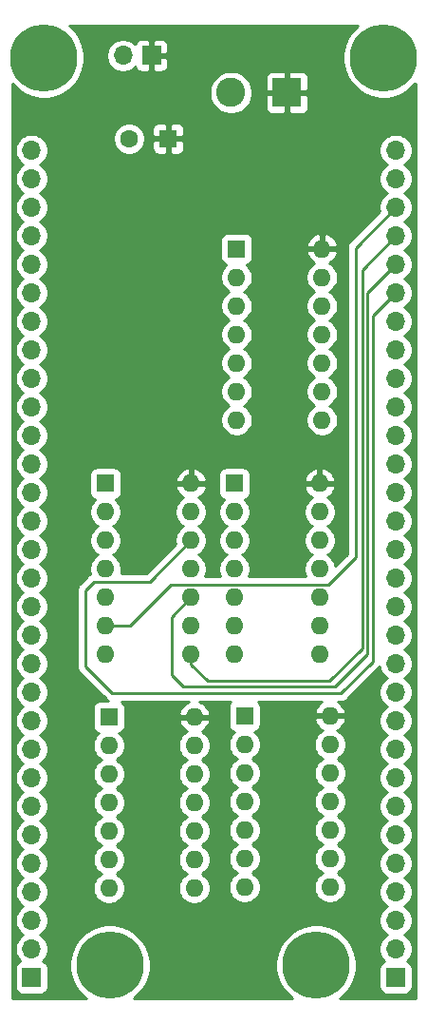
<source format=gbr>
%TF.GenerationSoftware,KiCad,Pcbnew,(5.1.9-0-10_14)*%
%TF.CreationDate,2021-06-04T20:59:10-04:00*%
%TF.ProjectId,INVERT_CONTROL_INTERFACE,494e5645-5254-45f4-934f-4e54524f4c5f,rev?*%
%TF.SameCoordinates,Original*%
%TF.FileFunction,Copper,L3,Inr*%
%TF.FilePolarity,Positive*%
%FSLAX46Y46*%
G04 Gerber Fmt 4.6, Leading zero omitted, Abs format (unit mm)*
G04 Created by KiCad (PCBNEW (5.1.9-0-10_14)) date 2021-06-04 20:59:10*
%MOMM*%
%LPD*%
G01*
G04 APERTURE LIST*
%TA.AperFunction,ComponentPad*%
%ADD10C,0.800000*%
%TD*%
%TA.AperFunction,ComponentPad*%
%ADD11C,6.000000*%
%TD*%
%TA.AperFunction,ComponentPad*%
%ADD12C,1.600000*%
%TD*%
%TA.AperFunction,ComponentPad*%
%ADD13R,1.600000X1.600000*%
%TD*%
%TA.AperFunction,ComponentPad*%
%ADD14C,2.600000*%
%TD*%
%TA.AperFunction,ComponentPad*%
%ADD15R,2.600000X2.600000*%
%TD*%
%TA.AperFunction,ComponentPad*%
%ADD16O,1.700000X1.700000*%
%TD*%
%TA.AperFunction,ComponentPad*%
%ADD17R,1.700000X1.700000*%
%TD*%
%TA.AperFunction,ComponentPad*%
%ADD18O,1.600000X1.600000*%
%TD*%
%TA.AperFunction,Conductor*%
%ADD19C,0.250000*%
%TD*%
%TA.AperFunction,Conductor*%
%ADD20C,0.254000*%
%TD*%
%TA.AperFunction,Conductor*%
%ADD21C,0.100000*%
%TD*%
G04 APERTURE END LIST*
D10*
%TO.N,N/C*%
%TO.C,REF\u002A\u002A*%
X86490990Y-51909010D03*
X84900000Y-51250000D03*
X83309010Y-51909010D03*
X82650000Y-53500000D03*
X83309010Y-55090990D03*
X84900000Y-55750000D03*
X86490990Y-55090990D03*
X87150000Y-53500000D03*
D11*
X84900000Y-53500000D03*
%TD*%
%TO.N,N/C*%
%TO.C,REF\u002A\u002A*%
X115200000Y-53500000D03*
D10*
X117450000Y-53500000D03*
X116790990Y-55090990D03*
X115200000Y-55750000D03*
X113609010Y-55090990D03*
X112950000Y-53500000D03*
X113609010Y-51909010D03*
X115200000Y-51250000D03*
X116790990Y-51909010D03*
%TD*%
D11*
%TO.N,N/C*%
%TO.C,REF\u002A\u002A*%
X90800000Y-134300000D03*
D10*
X93050000Y-134300000D03*
X92390990Y-135890990D03*
X90800000Y-136550000D03*
X89209010Y-135890990D03*
X88550000Y-134300000D03*
X89209010Y-132709010D03*
X90800000Y-132050000D03*
X92390990Y-132709010D03*
%TD*%
%TO.N,N/C*%
%TO.C,REF\u002A\u002A*%
X110790990Y-132709010D03*
X109200000Y-132050000D03*
X107609010Y-132709010D03*
X106950000Y-134300000D03*
X107609010Y-135890990D03*
X109200000Y-136550000D03*
X110790990Y-135890990D03*
X111450000Y-134300000D03*
D11*
X109200000Y-134300000D03*
%TD*%
D12*
%TO.N,GND*%
%TO.C,C1*%
X92500000Y-60700000D03*
D13*
%TO.N,VCC*%
X96000000Y-60700000D03*
%TD*%
D14*
%TO.N,GND*%
%TO.C,J4*%
X101600000Y-56600000D03*
D15*
%TO.N,VCC*%
X106600000Y-56600000D03*
%TD*%
D16*
%TO.N,GND*%
%TO.C,J3*%
X91960000Y-53300000D03*
D17*
%TO.N,VCC*%
X94500000Y-53300000D03*
%TD*%
D16*
%TO.N,Net-(J1-Pad30)*%
%TO.C,J1*%
X116300000Y-61740000D03*
%TO.N,Net-(J1-Pad29)*%
X116300000Y-64280000D03*
%TO.N,Net-(J1-Pad28)*%
X116300000Y-66820000D03*
%TO.N,Net-(J1-Pad27)*%
X116300000Y-69360000D03*
%TO.N,Net-(J1-Pad26)*%
X116300000Y-71900000D03*
%TO.N,Net-(J1-Pad25)*%
X116300000Y-74440000D03*
%TO.N,Net-(J1-Pad24)*%
X116300000Y-76980000D03*
%TO.N,Net-(J1-Pad23)*%
X116300000Y-79520000D03*
%TO.N,Net-(J1-Pad22)*%
X116300000Y-82060000D03*
%TO.N,Net-(J1-Pad21)*%
X116300000Y-84600000D03*
%TO.N,Net-(J1-Pad20)*%
X116300000Y-87140000D03*
%TO.N,Net-(J1-Pad19)*%
X116300000Y-89680000D03*
%TO.N,Net-(J1-Pad18)*%
X116300000Y-92220000D03*
%TO.N,Net-(J1-Pad17)*%
X116300000Y-94760000D03*
%TO.N,Net-(J1-Pad16)*%
X116300000Y-97300000D03*
%TO.N,Net-(J1-Pad15)*%
X116300000Y-99840000D03*
%TO.N,Net-(J1-Pad14)*%
X116300000Y-102380000D03*
%TO.N,Net-(J1-Pad13)*%
X116300000Y-104920000D03*
%TO.N,Net-(J1-Pad12)*%
X116300000Y-107460000D03*
%TO.N,Net-(J1-Pad11)*%
X116300000Y-110000000D03*
%TO.N,Net-(J1-Pad10)*%
X116300000Y-112540000D03*
%TO.N,Net-(J1-Pad9)*%
X116300000Y-115080000D03*
%TO.N,Net-(J1-Pad8)*%
X116300000Y-117620000D03*
%TO.N,Net-(J1-Pad7)*%
X116300000Y-120160000D03*
%TO.N,Net-(J1-Pad6)*%
X116300000Y-122700000D03*
%TO.N,Net-(J1-Pad5)*%
X116300000Y-125240000D03*
%TO.N,Net-(J1-Pad4)*%
X116300000Y-127780000D03*
%TO.N,Net-(J1-Pad3)*%
X116300000Y-130320000D03*
%TO.N,Net-(J1-Pad2)*%
X116300000Y-132860000D03*
D17*
%TO.N,Net-(J1-Pad1)*%
X116300000Y-135400000D03*
%TD*%
D16*
%TO.N,Net-(J2-Pad30)*%
%TO.C,J2*%
X83800000Y-61740000D03*
%TO.N,Net-(J2-Pad29)*%
X83800000Y-64280000D03*
%TO.N,Net-(J2-Pad28)*%
X83800000Y-66820000D03*
%TO.N,Net-(J2-Pad27)*%
X83800000Y-69360000D03*
%TO.N,Net-(J2-Pad26)*%
X83800000Y-71900000D03*
%TO.N,Net-(J2-Pad25)*%
X83800000Y-74440000D03*
%TO.N,Net-(J2-Pad24)*%
X83800000Y-76980000D03*
%TO.N,Net-(J2-Pad23)*%
X83800000Y-79520000D03*
%TO.N,Net-(J2-Pad22)*%
X83800000Y-82060000D03*
%TO.N,Net-(J2-Pad21)*%
X83800000Y-84600000D03*
%TO.N,Net-(J2-Pad20)*%
X83800000Y-87140000D03*
%TO.N,Net-(J2-Pad19)*%
X83800000Y-89680000D03*
%TO.N,Net-(J2-Pad18)*%
X83800000Y-92220000D03*
%TO.N,Net-(J2-Pad17)*%
X83800000Y-94760000D03*
%TO.N,Net-(J2-Pad16)*%
X83800000Y-97300000D03*
%TO.N,Net-(J2-Pad15)*%
X83800000Y-99840000D03*
%TO.N,Net-(J2-Pad14)*%
X83800000Y-102380000D03*
%TO.N,Net-(J2-Pad13)*%
X83800000Y-104920000D03*
%TO.N,Net-(J2-Pad12)*%
X83800000Y-107460000D03*
%TO.N,Net-(J2-Pad11)*%
X83800000Y-110000000D03*
%TO.N,Net-(J2-Pad10)*%
X83800000Y-112540000D03*
%TO.N,Net-(J2-Pad9)*%
X83800000Y-115080000D03*
%TO.N,Net-(J2-Pad8)*%
X83800000Y-117620000D03*
%TO.N,Net-(J2-Pad7)*%
X83800000Y-120160000D03*
%TO.N,Net-(J2-Pad6)*%
X83800000Y-122700000D03*
%TO.N,Net-(J2-Pad5)*%
X83800000Y-125240000D03*
%TO.N,Net-(J2-Pad4)*%
X83800000Y-127780000D03*
%TO.N,Net-(J2-Pad3)*%
X83800000Y-130320000D03*
%TO.N,Net-(J2-Pad2)*%
X83800000Y-132860000D03*
D17*
%TO.N,Net-(J2-Pad1)*%
X83800000Y-135400000D03*
%TD*%
D18*
%TO.N,VCC*%
%TO.C,U5*%
X98320000Y-112200000D03*
%TO.N,GND*%
X90700000Y-127440000D03*
%TO.N,Net-(J2-Pad6)*%
X98320000Y-114740000D03*
%TO.N,Net-(J1-Pad3)*%
X90700000Y-124900000D03*
%TO.N,Net-(J1-Pad6)*%
X98320000Y-117280000D03*
%TO.N,Net-(J2-Pad3)*%
X90700000Y-122360000D03*
%TO.N,Net-(J2-Pad5)*%
X98320000Y-119820000D03*
%TO.N,Net-(J1-Pad2)*%
X90700000Y-119820000D03*
%TO.N,Net-(J1-Pad5)*%
X98320000Y-122360000D03*
%TO.N,Net-(J2-Pad2)*%
X90700000Y-117280000D03*
%TO.N,Net-(J2-Pad4)*%
X98320000Y-124900000D03*
%TO.N,Net-(J1-Pad1)*%
X90700000Y-114740000D03*
%TO.N,Net-(J1-Pad4)*%
X98320000Y-127440000D03*
D13*
%TO.N,Net-(J2-Pad1)*%
X90700000Y-112200000D03*
%TD*%
D18*
%TO.N,VCC*%
%TO.C,U4*%
X98020000Y-91400000D03*
%TO.N,GND*%
X90400000Y-106640000D03*
%TO.N,Net-(J2-Pad25)*%
X98020000Y-93940000D03*
%TO.N,Net-(J1-Pad28)*%
X90400000Y-104100000D03*
%TO.N,Net-(J1-Pad25)*%
X98020000Y-96480000D03*
%TO.N,Net-(J2-Pad28)*%
X90400000Y-101560000D03*
%TO.N,Net-(J2-Pad26)*%
X98020000Y-99020000D03*
%TO.N,Net-(J1-Pad29)*%
X90400000Y-99020000D03*
%TO.N,Net-(J1-Pad26)*%
X98020000Y-101560000D03*
%TO.N,Net-(J2-Pad29)*%
X90400000Y-96480000D03*
%TO.N,Net-(J2-Pad27)*%
X98020000Y-104100000D03*
%TO.N,Net-(J1-Pad30)*%
X90400000Y-93940000D03*
%TO.N,Net-(J1-Pad27)*%
X98020000Y-106640000D03*
D13*
%TO.N,Net-(J2-Pad30)*%
X90400000Y-91400000D03*
%TD*%
D18*
%TO.N,VCC*%
%TO.C,U3*%
X109520000Y-91400000D03*
%TO.N,GND*%
X101900000Y-106640000D03*
%TO.N,Net-(J2-Pad13)*%
X109520000Y-93940000D03*
%TO.N,Net-(J1-Pad16)*%
X101900000Y-104100000D03*
%TO.N,Net-(J1-Pad13)*%
X109520000Y-96480000D03*
%TO.N,Net-(J2-Pad16)*%
X101900000Y-101560000D03*
%TO.N,Net-(J2-Pad14)*%
X109520000Y-99020000D03*
%TO.N,Net-(J1-Pad17)*%
X101900000Y-99020000D03*
%TO.N,Net-(J1-Pad14)*%
X109520000Y-101560000D03*
%TO.N,Net-(J2-Pad17)*%
X101900000Y-96480000D03*
%TO.N,Net-(J2-Pad15)*%
X109520000Y-104100000D03*
%TO.N,Net-(J1-Pad18)*%
X101900000Y-93940000D03*
%TO.N,Net-(J1-Pad15)*%
X109520000Y-106640000D03*
D13*
%TO.N,Net-(J2-Pad18)*%
X101900000Y-91400000D03*
%TD*%
D18*
%TO.N,VCC*%
%TO.C,U2*%
X109720000Y-70500000D03*
%TO.N,GND*%
X102100000Y-85740000D03*
%TO.N,Net-(J2-Pad19)*%
X109720000Y-73040000D03*
%TO.N,Net-(J1-Pad22)*%
X102100000Y-83200000D03*
%TO.N,Net-(J1-Pad19)*%
X109720000Y-75580000D03*
%TO.N,Net-(J2-Pad22)*%
X102100000Y-80660000D03*
%TO.N,Net-(J2-Pad20)*%
X109720000Y-78120000D03*
%TO.N,Net-(J1-Pad23)*%
X102100000Y-78120000D03*
%TO.N,Net-(J1-Pad20)*%
X109720000Y-80660000D03*
%TO.N,Net-(J2-Pad23)*%
X102100000Y-75580000D03*
%TO.N,Net-(J2-Pad21)*%
X109720000Y-83200000D03*
%TO.N,Net-(J1-Pad24)*%
X102100000Y-73040000D03*
%TO.N,Net-(J1-Pad21)*%
X109720000Y-85740000D03*
D13*
%TO.N,Net-(J2-Pad24)*%
X102100000Y-70500000D03*
%TD*%
D18*
%TO.N,VCC*%
%TO.C,U1*%
X110420000Y-112100000D03*
%TO.N,GND*%
X102800000Y-127340000D03*
%TO.N,Net-(J2-Pad7)*%
X110420000Y-114640000D03*
%TO.N,Net-(J1-Pad10)*%
X102800000Y-124800000D03*
%TO.N,Net-(J1-Pad7)*%
X110420000Y-117180000D03*
%TO.N,Net-(J2-Pad10)*%
X102800000Y-122260000D03*
%TO.N,Net-(J2-Pad8)*%
X110420000Y-119720000D03*
%TO.N,Net-(J1-Pad11)*%
X102800000Y-119720000D03*
%TO.N,Net-(J1-Pad8)*%
X110420000Y-122260000D03*
%TO.N,Net-(J2-Pad11)*%
X102800000Y-117180000D03*
%TO.N,Net-(J2-Pad9)*%
X110420000Y-124800000D03*
%TO.N,Net-(J1-Pad12)*%
X102800000Y-114640000D03*
%TO.N,Net-(J1-Pad9)*%
X110420000Y-127340000D03*
D13*
%TO.N,Net-(J2-Pad12)*%
X102800000Y-112100000D03*
%TD*%
D19*
%TO.N,Net-(J1-Pad28)*%
X116300000Y-66820000D02*
X112700000Y-70420000D01*
X112700000Y-70420000D02*
X112700000Y-98000000D01*
X110265001Y-100434999D02*
X96265001Y-100434999D01*
X112700000Y-98000000D02*
X110265001Y-100434999D01*
X92600000Y-104100000D02*
X90400000Y-104100000D01*
X96265001Y-100434999D02*
X92600000Y-104100000D01*
%TO.N,Net-(J1-Pad27)*%
X116300000Y-69360000D02*
X113300000Y-72360000D01*
X113300000Y-72360000D02*
X113300000Y-106100000D01*
X113300000Y-106100000D02*
X110400000Y-109000000D01*
X110400000Y-109000000D02*
X99500000Y-109000000D01*
X98020000Y-107520000D02*
X98020000Y-106640000D01*
X99500000Y-109000000D02*
X98020000Y-107520000D01*
%TO.N,Net-(J1-Pad26)*%
X116300000Y-71900000D02*
X113800000Y-74400000D01*
X113800000Y-74400000D02*
X113800000Y-106600000D01*
X113800000Y-106600000D02*
X110900000Y-109500000D01*
X110900000Y-109500000D02*
X97300000Y-109500000D01*
X97300000Y-109500000D02*
X96300000Y-108500000D01*
X96300000Y-103280000D02*
X98020000Y-101560000D01*
X96300000Y-108500000D02*
X96300000Y-103280000D01*
%TO.N,Net-(J1-Pad25)*%
X116300000Y-74440000D02*
X114250011Y-76489989D01*
X114250011Y-107249989D02*
X111400000Y-110100000D01*
X89354999Y-100145001D02*
X94354999Y-100145001D01*
X91000000Y-110100000D02*
X88600000Y-107700000D01*
X88600000Y-107700000D02*
X88600000Y-100900000D01*
X111400000Y-110100000D02*
X91000000Y-110100000D01*
X88600000Y-100900000D02*
X89354999Y-100145001D01*
X114250011Y-76489989D02*
X114250011Y-107249989D01*
X94354999Y-100145001D02*
X98020000Y-96480000D01*
%TD*%
D20*
%TO.N,VCC*%
X112882823Y-50676511D02*
X112376511Y-51182823D01*
X111978705Y-51778182D01*
X111704691Y-52439710D01*
X111565000Y-53141984D01*
X111565000Y-53858016D01*
X111704691Y-54560290D01*
X111978705Y-55221818D01*
X112376511Y-55817177D01*
X112882823Y-56323489D01*
X113478182Y-56721295D01*
X114139710Y-56995309D01*
X114841984Y-57135000D01*
X115558016Y-57135000D01*
X116260290Y-56995309D01*
X116921818Y-56721295D01*
X117517177Y-56323489D01*
X118023489Y-55817177D01*
X118040000Y-55792466D01*
X118040001Y-137240000D01*
X111342806Y-137240000D01*
X111517177Y-137123489D01*
X112023489Y-136617177D01*
X112421295Y-136021818D01*
X112695309Y-135360290D01*
X112835000Y-134658016D01*
X112835000Y-133941984D01*
X112695309Y-133239710D01*
X112421295Y-132578182D01*
X112023489Y-131982823D01*
X111517177Y-131476511D01*
X110921818Y-131078705D01*
X110260290Y-130804691D01*
X109558016Y-130665000D01*
X108841984Y-130665000D01*
X108139710Y-130804691D01*
X107478182Y-131078705D01*
X106882823Y-131476511D01*
X106376511Y-131982823D01*
X105978705Y-132578182D01*
X105704691Y-133239710D01*
X105565000Y-133941984D01*
X105565000Y-134658016D01*
X105704691Y-135360290D01*
X105978705Y-136021818D01*
X106376511Y-136617177D01*
X106882823Y-137123489D01*
X107057194Y-137240000D01*
X92942806Y-137240000D01*
X93117177Y-137123489D01*
X93623489Y-136617177D01*
X94021295Y-136021818D01*
X94295309Y-135360290D01*
X94435000Y-134658016D01*
X94435000Y-133941984D01*
X94295309Y-133239710D01*
X94021295Y-132578182D01*
X93623489Y-131982823D01*
X93117177Y-131476511D01*
X92521818Y-131078705D01*
X91860290Y-130804691D01*
X91158016Y-130665000D01*
X90441984Y-130665000D01*
X89739710Y-130804691D01*
X89078182Y-131078705D01*
X88482823Y-131476511D01*
X87976511Y-131982823D01*
X87578705Y-132578182D01*
X87304691Y-133239710D01*
X87165000Y-133941984D01*
X87165000Y-134658016D01*
X87304691Y-135360290D01*
X87578705Y-136021818D01*
X87976511Y-136617177D01*
X88482823Y-137123489D01*
X88657194Y-137240000D01*
X82060000Y-137240000D01*
X82060000Y-134550000D01*
X82311928Y-134550000D01*
X82311928Y-136250000D01*
X82324188Y-136374482D01*
X82360498Y-136494180D01*
X82419463Y-136604494D01*
X82498815Y-136701185D01*
X82595506Y-136780537D01*
X82705820Y-136839502D01*
X82825518Y-136875812D01*
X82950000Y-136888072D01*
X84650000Y-136888072D01*
X84774482Y-136875812D01*
X84894180Y-136839502D01*
X85004494Y-136780537D01*
X85101185Y-136701185D01*
X85180537Y-136604494D01*
X85239502Y-136494180D01*
X85275812Y-136374482D01*
X85288072Y-136250000D01*
X85288072Y-134550000D01*
X85275812Y-134425518D01*
X85239502Y-134305820D01*
X85180537Y-134195506D01*
X85101185Y-134098815D01*
X85004494Y-134019463D01*
X84894180Y-133960498D01*
X84821620Y-133938487D01*
X84953475Y-133806632D01*
X85115990Y-133563411D01*
X85227932Y-133293158D01*
X85285000Y-133006260D01*
X85285000Y-132713740D01*
X85227932Y-132426842D01*
X85115990Y-132156589D01*
X84953475Y-131913368D01*
X84746632Y-131706525D01*
X84572240Y-131590000D01*
X84746632Y-131473475D01*
X84953475Y-131266632D01*
X85115990Y-131023411D01*
X85227932Y-130753158D01*
X85285000Y-130466260D01*
X85285000Y-130173740D01*
X85227932Y-129886842D01*
X85115990Y-129616589D01*
X84953475Y-129373368D01*
X84746632Y-129166525D01*
X84572240Y-129050000D01*
X84746632Y-128933475D01*
X84953475Y-128726632D01*
X85115990Y-128483411D01*
X85227932Y-128213158D01*
X85285000Y-127926260D01*
X85285000Y-127633740D01*
X85227932Y-127346842D01*
X85115990Y-127076589D01*
X84953475Y-126833368D01*
X84746632Y-126626525D01*
X84572240Y-126510000D01*
X84746632Y-126393475D01*
X84953475Y-126186632D01*
X85115990Y-125943411D01*
X85227932Y-125673158D01*
X85285000Y-125386260D01*
X85285000Y-125093740D01*
X85227932Y-124806842D01*
X85115990Y-124536589D01*
X84953475Y-124293368D01*
X84746632Y-124086525D01*
X84572240Y-123970000D01*
X84746632Y-123853475D01*
X84953475Y-123646632D01*
X85115990Y-123403411D01*
X85227932Y-123133158D01*
X85285000Y-122846260D01*
X85285000Y-122553740D01*
X85227932Y-122266842D01*
X85115990Y-121996589D01*
X84953475Y-121753368D01*
X84746632Y-121546525D01*
X84572240Y-121430000D01*
X84746632Y-121313475D01*
X84953475Y-121106632D01*
X85115990Y-120863411D01*
X85227932Y-120593158D01*
X85285000Y-120306260D01*
X85285000Y-120013740D01*
X85227932Y-119726842D01*
X85115990Y-119456589D01*
X84953475Y-119213368D01*
X84746632Y-119006525D01*
X84572240Y-118890000D01*
X84746632Y-118773475D01*
X84953475Y-118566632D01*
X85115990Y-118323411D01*
X85227932Y-118053158D01*
X85285000Y-117766260D01*
X85285000Y-117473740D01*
X85227932Y-117186842D01*
X85115990Y-116916589D01*
X84953475Y-116673368D01*
X84746632Y-116466525D01*
X84572240Y-116350000D01*
X84746632Y-116233475D01*
X84953475Y-116026632D01*
X85115990Y-115783411D01*
X85227932Y-115513158D01*
X85285000Y-115226260D01*
X85285000Y-114933740D01*
X85227932Y-114646842D01*
X85115990Y-114376589D01*
X84953475Y-114133368D01*
X84746632Y-113926525D01*
X84572240Y-113810000D01*
X84746632Y-113693475D01*
X84953475Y-113486632D01*
X85115990Y-113243411D01*
X85227932Y-112973158D01*
X85285000Y-112686260D01*
X85285000Y-112393740D01*
X85227932Y-112106842D01*
X85115990Y-111836589D01*
X84953475Y-111593368D01*
X84746632Y-111386525D01*
X84572240Y-111270000D01*
X84746632Y-111153475D01*
X84953475Y-110946632D01*
X85115990Y-110703411D01*
X85227932Y-110433158D01*
X85285000Y-110146260D01*
X85285000Y-109853740D01*
X85227932Y-109566842D01*
X85115990Y-109296589D01*
X84953475Y-109053368D01*
X84746632Y-108846525D01*
X84572240Y-108730000D01*
X84746632Y-108613475D01*
X84953475Y-108406632D01*
X85115990Y-108163411D01*
X85227932Y-107893158D01*
X85285000Y-107606260D01*
X85285000Y-107313740D01*
X85227932Y-107026842D01*
X85115990Y-106756589D01*
X84953475Y-106513368D01*
X84746632Y-106306525D01*
X84572240Y-106190000D01*
X84746632Y-106073475D01*
X84953475Y-105866632D01*
X85115990Y-105623411D01*
X85227932Y-105353158D01*
X85285000Y-105066260D01*
X85285000Y-104773740D01*
X85227932Y-104486842D01*
X85115990Y-104216589D01*
X84953475Y-103973368D01*
X84746632Y-103766525D01*
X84572240Y-103650000D01*
X84746632Y-103533475D01*
X84953475Y-103326632D01*
X85115990Y-103083411D01*
X85227932Y-102813158D01*
X85285000Y-102526260D01*
X85285000Y-102233740D01*
X85227932Y-101946842D01*
X85115990Y-101676589D01*
X84953475Y-101433368D01*
X84746632Y-101226525D01*
X84572240Y-101110000D01*
X84746632Y-100993475D01*
X84840107Y-100900000D01*
X87836324Y-100900000D01*
X87840001Y-100937332D01*
X87840000Y-107662677D01*
X87836324Y-107700000D01*
X87840000Y-107737322D01*
X87840000Y-107737332D01*
X87850997Y-107848985D01*
X87879903Y-107944276D01*
X87894454Y-107992246D01*
X87965026Y-108124276D01*
X87997144Y-108163411D01*
X88059999Y-108240001D01*
X88089003Y-108263804D01*
X90436201Y-110611003D01*
X90459999Y-110640001D01*
X90488997Y-110663799D01*
X90575724Y-110734974D01*
X90626151Y-110761928D01*
X89900000Y-110761928D01*
X89775518Y-110774188D01*
X89655820Y-110810498D01*
X89545506Y-110869463D01*
X89448815Y-110948815D01*
X89369463Y-111045506D01*
X89310498Y-111155820D01*
X89274188Y-111275518D01*
X89261928Y-111400000D01*
X89261928Y-113000000D01*
X89274188Y-113124482D01*
X89310498Y-113244180D01*
X89369463Y-113354494D01*
X89448815Y-113451185D01*
X89545506Y-113530537D01*
X89655820Y-113589502D01*
X89775518Y-113625812D01*
X89783961Y-113626643D01*
X89585363Y-113825241D01*
X89428320Y-114060273D01*
X89320147Y-114321426D01*
X89265000Y-114598665D01*
X89265000Y-114881335D01*
X89320147Y-115158574D01*
X89428320Y-115419727D01*
X89585363Y-115654759D01*
X89785241Y-115854637D01*
X90017759Y-116010000D01*
X89785241Y-116165363D01*
X89585363Y-116365241D01*
X89428320Y-116600273D01*
X89320147Y-116861426D01*
X89265000Y-117138665D01*
X89265000Y-117421335D01*
X89320147Y-117698574D01*
X89428320Y-117959727D01*
X89585363Y-118194759D01*
X89785241Y-118394637D01*
X90017759Y-118550000D01*
X89785241Y-118705363D01*
X89585363Y-118905241D01*
X89428320Y-119140273D01*
X89320147Y-119401426D01*
X89265000Y-119678665D01*
X89265000Y-119961335D01*
X89320147Y-120238574D01*
X89428320Y-120499727D01*
X89585363Y-120734759D01*
X89785241Y-120934637D01*
X90017759Y-121090000D01*
X89785241Y-121245363D01*
X89585363Y-121445241D01*
X89428320Y-121680273D01*
X89320147Y-121941426D01*
X89265000Y-122218665D01*
X89265000Y-122501335D01*
X89320147Y-122778574D01*
X89428320Y-123039727D01*
X89585363Y-123274759D01*
X89785241Y-123474637D01*
X90017759Y-123630000D01*
X89785241Y-123785363D01*
X89585363Y-123985241D01*
X89428320Y-124220273D01*
X89320147Y-124481426D01*
X89265000Y-124758665D01*
X89265000Y-125041335D01*
X89320147Y-125318574D01*
X89428320Y-125579727D01*
X89585363Y-125814759D01*
X89785241Y-126014637D01*
X90017759Y-126170000D01*
X89785241Y-126325363D01*
X89585363Y-126525241D01*
X89428320Y-126760273D01*
X89320147Y-127021426D01*
X89265000Y-127298665D01*
X89265000Y-127581335D01*
X89320147Y-127858574D01*
X89428320Y-128119727D01*
X89585363Y-128354759D01*
X89785241Y-128554637D01*
X90020273Y-128711680D01*
X90281426Y-128819853D01*
X90558665Y-128875000D01*
X90841335Y-128875000D01*
X91118574Y-128819853D01*
X91379727Y-128711680D01*
X91614759Y-128554637D01*
X91814637Y-128354759D01*
X91971680Y-128119727D01*
X92079853Y-127858574D01*
X92135000Y-127581335D01*
X92135000Y-127298665D01*
X92079853Y-127021426D01*
X91971680Y-126760273D01*
X91814637Y-126525241D01*
X91614759Y-126325363D01*
X91382241Y-126170000D01*
X91614759Y-126014637D01*
X91814637Y-125814759D01*
X91971680Y-125579727D01*
X92079853Y-125318574D01*
X92135000Y-125041335D01*
X92135000Y-124758665D01*
X92079853Y-124481426D01*
X91971680Y-124220273D01*
X91814637Y-123985241D01*
X91614759Y-123785363D01*
X91382241Y-123630000D01*
X91614759Y-123474637D01*
X91814637Y-123274759D01*
X91971680Y-123039727D01*
X92079853Y-122778574D01*
X92135000Y-122501335D01*
X92135000Y-122218665D01*
X92079853Y-121941426D01*
X91971680Y-121680273D01*
X91814637Y-121445241D01*
X91614759Y-121245363D01*
X91382241Y-121090000D01*
X91614759Y-120934637D01*
X91814637Y-120734759D01*
X91971680Y-120499727D01*
X92079853Y-120238574D01*
X92135000Y-119961335D01*
X92135000Y-119678665D01*
X92079853Y-119401426D01*
X91971680Y-119140273D01*
X91814637Y-118905241D01*
X91614759Y-118705363D01*
X91382241Y-118550000D01*
X91614759Y-118394637D01*
X91814637Y-118194759D01*
X91971680Y-117959727D01*
X92079853Y-117698574D01*
X92135000Y-117421335D01*
X92135000Y-117138665D01*
X92079853Y-116861426D01*
X91971680Y-116600273D01*
X91814637Y-116365241D01*
X91614759Y-116165363D01*
X91382241Y-116010000D01*
X91614759Y-115854637D01*
X91814637Y-115654759D01*
X91971680Y-115419727D01*
X92079853Y-115158574D01*
X92135000Y-114881335D01*
X92135000Y-114598665D01*
X96885000Y-114598665D01*
X96885000Y-114881335D01*
X96940147Y-115158574D01*
X97048320Y-115419727D01*
X97205363Y-115654759D01*
X97405241Y-115854637D01*
X97637759Y-116010000D01*
X97405241Y-116165363D01*
X97205363Y-116365241D01*
X97048320Y-116600273D01*
X96940147Y-116861426D01*
X96885000Y-117138665D01*
X96885000Y-117421335D01*
X96940147Y-117698574D01*
X97048320Y-117959727D01*
X97205363Y-118194759D01*
X97405241Y-118394637D01*
X97637759Y-118550000D01*
X97405241Y-118705363D01*
X97205363Y-118905241D01*
X97048320Y-119140273D01*
X96940147Y-119401426D01*
X96885000Y-119678665D01*
X96885000Y-119961335D01*
X96940147Y-120238574D01*
X97048320Y-120499727D01*
X97205363Y-120734759D01*
X97405241Y-120934637D01*
X97637759Y-121090000D01*
X97405241Y-121245363D01*
X97205363Y-121445241D01*
X97048320Y-121680273D01*
X96940147Y-121941426D01*
X96885000Y-122218665D01*
X96885000Y-122501335D01*
X96940147Y-122778574D01*
X97048320Y-123039727D01*
X97205363Y-123274759D01*
X97405241Y-123474637D01*
X97637759Y-123630000D01*
X97405241Y-123785363D01*
X97205363Y-123985241D01*
X97048320Y-124220273D01*
X96940147Y-124481426D01*
X96885000Y-124758665D01*
X96885000Y-125041335D01*
X96940147Y-125318574D01*
X97048320Y-125579727D01*
X97205363Y-125814759D01*
X97405241Y-126014637D01*
X97637759Y-126170000D01*
X97405241Y-126325363D01*
X97205363Y-126525241D01*
X97048320Y-126760273D01*
X96940147Y-127021426D01*
X96885000Y-127298665D01*
X96885000Y-127581335D01*
X96940147Y-127858574D01*
X97048320Y-128119727D01*
X97205363Y-128354759D01*
X97405241Y-128554637D01*
X97640273Y-128711680D01*
X97901426Y-128819853D01*
X98178665Y-128875000D01*
X98461335Y-128875000D01*
X98738574Y-128819853D01*
X98999727Y-128711680D01*
X99234759Y-128554637D01*
X99434637Y-128354759D01*
X99591680Y-128119727D01*
X99699853Y-127858574D01*
X99755000Y-127581335D01*
X99755000Y-127298665D01*
X99699853Y-127021426D01*
X99591680Y-126760273D01*
X99434637Y-126525241D01*
X99234759Y-126325363D01*
X99002241Y-126170000D01*
X99234759Y-126014637D01*
X99434637Y-125814759D01*
X99591680Y-125579727D01*
X99699853Y-125318574D01*
X99755000Y-125041335D01*
X99755000Y-124758665D01*
X99699853Y-124481426D01*
X99591680Y-124220273D01*
X99434637Y-123985241D01*
X99234759Y-123785363D01*
X99002241Y-123630000D01*
X99234759Y-123474637D01*
X99434637Y-123274759D01*
X99591680Y-123039727D01*
X99699853Y-122778574D01*
X99755000Y-122501335D01*
X99755000Y-122218665D01*
X99699853Y-121941426D01*
X99591680Y-121680273D01*
X99434637Y-121445241D01*
X99234759Y-121245363D01*
X99002241Y-121090000D01*
X99234759Y-120934637D01*
X99434637Y-120734759D01*
X99591680Y-120499727D01*
X99699853Y-120238574D01*
X99755000Y-119961335D01*
X99755000Y-119678665D01*
X99699853Y-119401426D01*
X99591680Y-119140273D01*
X99434637Y-118905241D01*
X99234759Y-118705363D01*
X99002241Y-118550000D01*
X99234759Y-118394637D01*
X99434637Y-118194759D01*
X99591680Y-117959727D01*
X99699853Y-117698574D01*
X99755000Y-117421335D01*
X99755000Y-117138665D01*
X99699853Y-116861426D01*
X99591680Y-116600273D01*
X99434637Y-116365241D01*
X99234759Y-116165363D01*
X99002241Y-116010000D01*
X99234759Y-115854637D01*
X99434637Y-115654759D01*
X99591680Y-115419727D01*
X99699853Y-115158574D01*
X99755000Y-114881335D01*
X99755000Y-114598665D01*
X99699853Y-114321426D01*
X99591680Y-114060273D01*
X99434637Y-113825241D01*
X99234759Y-113625363D01*
X98999727Y-113468320D01*
X98989135Y-113463933D01*
X99175131Y-113352385D01*
X99383519Y-113163414D01*
X99551037Y-112937420D01*
X99671246Y-112683087D01*
X99711904Y-112549039D01*
X99589915Y-112327000D01*
X98447000Y-112327000D01*
X98447000Y-112347000D01*
X98193000Y-112347000D01*
X98193000Y-112327000D01*
X97050085Y-112327000D01*
X96928096Y-112549039D01*
X96968754Y-112683087D01*
X97088963Y-112937420D01*
X97256481Y-113163414D01*
X97464869Y-113352385D01*
X97650865Y-113463933D01*
X97640273Y-113468320D01*
X97405241Y-113625363D01*
X97205363Y-113825241D01*
X97048320Y-114060273D01*
X96940147Y-114321426D01*
X96885000Y-114598665D01*
X92135000Y-114598665D01*
X92079853Y-114321426D01*
X91971680Y-114060273D01*
X91814637Y-113825241D01*
X91616039Y-113626643D01*
X91624482Y-113625812D01*
X91744180Y-113589502D01*
X91854494Y-113530537D01*
X91951185Y-113451185D01*
X92030537Y-113354494D01*
X92089502Y-113244180D01*
X92125812Y-113124482D01*
X92138072Y-113000000D01*
X92138072Y-111400000D01*
X92125812Y-111275518D01*
X92089502Y-111155820D01*
X92030537Y-111045506D01*
X91951185Y-110948815D01*
X91854494Y-110869463D01*
X91836790Y-110860000D01*
X97826002Y-110860000D01*
X97706119Y-110902930D01*
X97464869Y-111047615D01*
X97256481Y-111236586D01*
X97088963Y-111462580D01*
X96968754Y-111716913D01*
X96928096Y-111850961D01*
X97050085Y-112073000D01*
X98193000Y-112073000D01*
X98193000Y-112053000D01*
X98447000Y-112053000D01*
X98447000Y-112073000D01*
X99589915Y-112073000D01*
X99711904Y-111850961D01*
X99671246Y-111716913D01*
X99551037Y-111462580D01*
X99383519Y-111236586D01*
X99175131Y-111047615D01*
X98933881Y-110902930D01*
X98813998Y-110860000D01*
X101539636Y-110860000D01*
X101469463Y-110945506D01*
X101410498Y-111055820D01*
X101374188Y-111175518D01*
X101361928Y-111300000D01*
X101361928Y-112900000D01*
X101374188Y-113024482D01*
X101410498Y-113144180D01*
X101469463Y-113254494D01*
X101548815Y-113351185D01*
X101645506Y-113430537D01*
X101755820Y-113489502D01*
X101875518Y-113525812D01*
X101883961Y-113526643D01*
X101685363Y-113725241D01*
X101528320Y-113960273D01*
X101420147Y-114221426D01*
X101365000Y-114498665D01*
X101365000Y-114781335D01*
X101420147Y-115058574D01*
X101528320Y-115319727D01*
X101685363Y-115554759D01*
X101885241Y-115754637D01*
X102117759Y-115910000D01*
X101885241Y-116065363D01*
X101685363Y-116265241D01*
X101528320Y-116500273D01*
X101420147Y-116761426D01*
X101365000Y-117038665D01*
X101365000Y-117321335D01*
X101420147Y-117598574D01*
X101528320Y-117859727D01*
X101685363Y-118094759D01*
X101885241Y-118294637D01*
X102117759Y-118450000D01*
X101885241Y-118605363D01*
X101685363Y-118805241D01*
X101528320Y-119040273D01*
X101420147Y-119301426D01*
X101365000Y-119578665D01*
X101365000Y-119861335D01*
X101420147Y-120138574D01*
X101528320Y-120399727D01*
X101685363Y-120634759D01*
X101885241Y-120834637D01*
X102117759Y-120990000D01*
X101885241Y-121145363D01*
X101685363Y-121345241D01*
X101528320Y-121580273D01*
X101420147Y-121841426D01*
X101365000Y-122118665D01*
X101365000Y-122401335D01*
X101420147Y-122678574D01*
X101528320Y-122939727D01*
X101685363Y-123174759D01*
X101885241Y-123374637D01*
X102117759Y-123530000D01*
X101885241Y-123685363D01*
X101685363Y-123885241D01*
X101528320Y-124120273D01*
X101420147Y-124381426D01*
X101365000Y-124658665D01*
X101365000Y-124941335D01*
X101420147Y-125218574D01*
X101528320Y-125479727D01*
X101685363Y-125714759D01*
X101885241Y-125914637D01*
X102117759Y-126070000D01*
X101885241Y-126225363D01*
X101685363Y-126425241D01*
X101528320Y-126660273D01*
X101420147Y-126921426D01*
X101365000Y-127198665D01*
X101365000Y-127481335D01*
X101420147Y-127758574D01*
X101528320Y-128019727D01*
X101685363Y-128254759D01*
X101885241Y-128454637D01*
X102120273Y-128611680D01*
X102381426Y-128719853D01*
X102658665Y-128775000D01*
X102941335Y-128775000D01*
X103218574Y-128719853D01*
X103479727Y-128611680D01*
X103714759Y-128454637D01*
X103914637Y-128254759D01*
X104071680Y-128019727D01*
X104179853Y-127758574D01*
X104235000Y-127481335D01*
X104235000Y-127198665D01*
X104179853Y-126921426D01*
X104071680Y-126660273D01*
X103914637Y-126425241D01*
X103714759Y-126225363D01*
X103482241Y-126070000D01*
X103714759Y-125914637D01*
X103914637Y-125714759D01*
X104071680Y-125479727D01*
X104179853Y-125218574D01*
X104235000Y-124941335D01*
X104235000Y-124658665D01*
X104179853Y-124381426D01*
X104071680Y-124120273D01*
X103914637Y-123885241D01*
X103714759Y-123685363D01*
X103482241Y-123530000D01*
X103714759Y-123374637D01*
X103914637Y-123174759D01*
X104071680Y-122939727D01*
X104179853Y-122678574D01*
X104235000Y-122401335D01*
X104235000Y-122118665D01*
X104179853Y-121841426D01*
X104071680Y-121580273D01*
X103914637Y-121345241D01*
X103714759Y-121145363D01*
X103482241Y-120990000D01*
X103714759Y-120834637D01*
X103914637Y-120634759D01*
X104071680Y-120399727D01*
X104179853Y-120138574D01*
X104235000Y-119861335D01*
X104235000Y-119578665D01*
X104179853Y-119301426D01*
X104071680Y-119040273D01*
X103914637Y-118805241D01*
X103714759Y-118605363D01*
X103482241Y-118450000D01*
X103714759Y-118294637D01*
X103914637Y-118094759D01*
X104071680Y-117859727D01*
X104179853Y-117598574D01*
X104235000Y-117321335D01*
X104235000Y-117038665D01*
X104179853Y-116761426D01*
X104071680Y-116500273D01*
X103914637Y-116265241D01*
X103714759Y-116065363D01*
X103482241Y-115910000D01*
X103714759Y-115754637D01*
X103914637Y-115554759D01*
X104071680Y-115319727D01*
X104179853Y-115058574D01*
X104235000Y-114781335D01*
X104235000Y-114498665D01*
X108985000Y-114498665D01*
X108985000Y-114781335D01*
X109040147Y-115058574D01*
X109148320Y-115319727D01*
X109305363Y-115554759D01*
X109505241Y-115754637D01*
X109737759Y-115910000D01*
X109505241Y-116065363D01*
X109305363Y-116265241D01*
X109148320Y-116500273D01*
X109040147Y-116761426D01*
X108985000Y-117038665D01*
X108985000Y-117321335D01*
X109040147Y-117598574D01*
X109148320Y-117859727D01*
X109305363Y-118094759D01*
X109505241Y-118294637D01*
X109737759Y-118450000D01*
X109505241Y-118605363D01*
X109305363Y-118805241D01*
X109148320Y-119040273D01*
X109040147Y-119301426D01*
X108985000Y-119578665D01*
X108985000Y-119861335D01*
X109040147Y-120138574D01*
X109148320Y-120399727D01*
X109305363Y-120634759D01*
X109505241Y-120834637D01*
X109737759Y-120990000D01*
X109505241Y-121145363D01*
X109305363Y-121345241D01*
X109148320Y-121580273D01*
X109040147Y-121841426D01*
X108985000Y-122118665D01*
X108985000Y-122401335D01*
X109040147Y-122678574D01*
X109148320Y-122939727D01*
X109305363Y-123174759D01*
X109505241Y-123374637D01*
X109737759Y-123530000D01*
X109505241Y-123685363D01*
X109305363Y-123885241D01*
X109148320Y-124120273D01*
X109040147Y-124381426D01*
X108985000Y-124658665D01*
X108985000Y-124941335D01*
X109040147Y-125218574D01*
X109148320Y-125479727D01*
X109305363Y-125714759D01*
X109505241Y-125914637D01*
X109737759Y-126070000D01*
X109505241Y-126225363D01*
X109305363Y-126425241D01*
X109148320Y-126660273D01*
X109040147Y-126921426D01*
X108985000Y-127198665D01*
X108985000Y-127481335D01*
X109040147Y-127758574D01*
X109148320Y-128019727D01*
X109305363Y-128254759D01*
X109505241Y-128454637D01*
X109740273Y-128611680D01*
X110001426Y-128719853D01*
X110278665Y-128775000D01*
X110561335Y-128775000D01*
X110838574Y-128719853D01*
X111099727Y-128611680D01*
X111334759Y-128454637D01*
X111534637Y-128254759D01*
X111691680Y-128019727D01*
X111799853Y-127758574D01*
X111855000Y-127481335D01*
X111855000Y-127198665D01*
X111799853Y-126921426D01*
X111691680Y-126660273D01*
X111534637Y-126425241D01*
X111334759Y-126225363D01*
X111102241Y-126070000D01*
X111334759Y-125914637D01*
X111534637Y-125714759D01*
X111691680Y-125479727D01*
X111799853Y-125218574D01*
X111855000Y-124941335D01*
X111855000Y-124658665D01*
X111799853Y-124381426D01*
X111691680Y-124120273D01*
X111534637Y-123885241D01*
X111334759Y-123685363D01*
X111102241Y-123530000D01*
X111334759Y-123374637D01*
X111534637Y-123174759D01*
X111691680Y-122939727D01*
X111799853Y-122678574D01*
X111855000Y-122401335D01*
X111855000Y-122118665D01*
X111799853Y-121841426D01*
X111691680Y-121580273D01*
X111534637Y-121345241D01*
X111334759Y-121145363D01*
X111102241Y-120990000D01*
X111334759Y-120834637D01*
X111534637Y-120634759D01*
X111691680Y-120399727D01*
X111799853Y-120138574D01*
X111855000Y-119861335D01*
X111855000Y-119578665D01*
X111799853Y-119301426D01*
X111691680Y-119040273D01*
X111534637Y-118805241D01*
X111334759Y-118605363D01*
X111102241Y-118450000D01*
X111334759Y-118294637D01*
X111534637Y-118094759D01*
X111691680Y-117859727D01*
X111799853Y-117598574D01*
X111855000Y-117321335D01*
X111855000Y-117038665D01*
X111799853Y-116761426D01*
X111691680Y-116500273D01*
X111534637Y-116265241D01*
X111334759Y-116065363D01*
X111102241Y-115910000D01*
X111334759Y-115754637D01*
X111534637Y-115554759D01*
X111691680Y-115319727D01*
X111799853Y-115058574D01*
X111855000Y-114781335D01*
X111855000Y-114498665D01*
X111799853Y-114221426D01*
X111691680Y-113960273D01*
X111534637Y-113725241D01*
X111334759Y-113525363D01*
X111099727Y-113368320D01*
X111089135Y-113363933D01*
X111275131Y-113252385D01*
X111483519Y-113063414D01*
X111651037Y-112837420D01*
X111771246Y-112583087D01*
X111811904Y-112449039D01*
X111689915Y-112227000D01*
X110547000Y-112227000D01*
X110547000Y-112247000D01*
X110293000Y-112247000D01*
X110293000Y-112227000D01*
X109150085Y-112227000D01*
X109028096Y-112449039D01*
X109068754Y-112583087D01*
X109188963Y-112837420D01*
X109356481Y-113063414D01*
X109564869Y-113252385D01*
X109750865Y-113363933D01*
X109740273Y-113368320D01*
X109505241Y-113525363D01*
X109305363Y-113725241D01*
X109148320Y-113960273D01*
X109040147Y-114221426D01*
X108985000Y-114498665D01*
X104235000Y-114498665D01*
X104179853Y-114221426D01*
X104071680Y-113960273D01*
X103914637Y-113725241D01*
X103716039Y-113526643D01*
X103724482Y-113525812D01*
X103844180Y-113489502D01*
X103954494Y-113430537D01*
X104051185Y-113351185D01*
X104130537Y-113254494D01*
X104189502Y-113144180D01*
X104225812Y-113024482D01*
X104238072Y-112900000D01*
X104238072Y-111300000D01*
X104225812Y-111175518D01*
X104189502Y-111055820D01*
X104130537Y-110945506D01*
X104060364Y-110860000D01*
X109710960Y-110860000D01*
X109564869Y-110947615D01*
X109356481Y-111136586D01*
X109188963Y-111362580D01*
X109068754Y-111616913D01*
X109028096Y-111750961D01*
X109150085Y-111973000D01*
X110293000Y-111973000D01*
X110293000Y-111953000D01*
X110547000Y-111953000D01*
X110547000Y-111973000D01*
X111689915Y-111973000D01*
X111811904Y-111750961D01*
X111771246Y-111616913D01*
X111651037Y-111362580D01*
X111483519Y-111136586D01*
X111275131Y-110947615D01*
X111129040Y-110860000D01*
X111362678Y-110860000D01*
X111400000Y-110863676D01*
X111437322Y-110860000D01*
X111437333Y-110860000D01*
X111548986Y-110849003D01*
X111692247Y-110805546D01*
X111824276Y-110734974D01*
X111940001Y-110640001D01*
X111963804Y-110610997D01*
X114761014Y-107813788D01*
X114790012Y-107789990D01*
X114839542Y-107729638D01*
X114872068Y-107893158D01*
X114984010Y-108163411D01*
X115146525Y-108406632D01*
X115353368Y-108613475D01*
X115527760Y-108730000D01*
X115353368Y-108846525D01*
X115146525Y-109053368D01*
X114984010Y-109296589D01*
X114872068Y-109566842D01*
X114815000Y-109853740D01*
X114815000Y-110146260D01*
X114872068Y-110433158D01*
X114984010Y-110703411D01*
X115146525Y-110946632D01*
X115353368Y-111153475D01*
X115527760Y-111270000D01*
X115353368Y-111386525D01*
X115146525Y-111593368D01*
X114984010Y-111836589D01*
X114872068Y-112106842D01*
X114815000Y-112393740D01*
X114815000Y-112686260D01*
X114872068Y-112973158D01*
X114984010Y-113243411D01*
X115146525Y-113486632D01*
X115353368Y-113693475D01*
X115527760Y-113810000D01*
X115353368Y-113926525D01*
X115146525Y-114133368D01*
X114984010Y-114376589D01*
X114872068Y-114646842D01*
X114815000Y-114933740D01*
X114815000Y-115226260D01*
X114872068Y-115513158D01*
X114984010Y-115783411D01*
X115146525Y-116026632D01*
X115353368Y-116233475D01*
X115527760Y-116350000D01*
X115353368Y-116466525D01*
X115146525Y-116673368D01*
X114984010Y-116916589D01*
X114872068Y-117186842D01*
X114815000Y-117473740D01*
X114815000Y-117766260D01*
X114872068Y-118053158D01*
X114984010Y-118323411D01*
X115146525Y-118566632D01*
X115353368Y-118773475D01*
X115527760Y-118890000D01*
X115353368Y-119006525D01*
X115146525Y-119213368D01*
X114984010Y-119456589D01*
X114872068Y-119726842D01*
X114815000Y-120013740D01*
X114815000Y-120306260D01*
X114872068Y-120593158D01*
X114984010Y-120863411D01*
X115146525Y-121106632D01*
X115353368Y-121313475D01*
X115527760Y-121430000D01*
X115353368Y-121546525D01*
X115146525Y-121753368D01*
X114984010Y-121996589D01*
X114872068Y-122266842D01*
X114815000Y-122553740D01*
X114815000Y-122846260D01*
X114872068Y-123133158D01*
X114984010Y-123403411D01*
X115146525Y-123646632D01*
X115353368Y-123853475D01*
X115527760Y-123970000D01*
X115353368Y-124086525D01*
X115146525Y-124293368D01*
X114984010Y-124536589D01*
X114872068Y-124806842D01*
X114815000Y-125093740D01*
X114815000Y-125386260D01*
X114872068Y-125673158D01*
X114984010Y-125943411D01*
X115146525Y-126186632D01*
X115353368Y-126393475D01*
X115527760Y-126510000D01*
X115353368Y-126626525D01*
X115146525Y-126833368D01*
X114984010Y-127076589D01*
X114872068Y-127346842D01*
X114815000Y-127633740D01*
X114815000Y-127926260D01*
X114872068Y-128213158D01*
X114984010Y-128483411D01*
X115146525Y-128726632D01*
X115353368Y-128933475D01*
X115527760Y-129050000D01*
X115353368Y-129166525D01*
X115146525Y-129373368D01*
X114984010Y-129616589D01*
X114872068Y-129886842D01*
X114815000Y-130173740D01*
X114815000Y-130466260D01*
X114872068Y-130753158D01*
X114984010Y-131023411D01*
X115146525Y-131266632D01*
X115353368Y-131473475D01*
X115527760Y-131590000D01*
X115353368Y-131706525D01*
X115146525Y-131913368D01*
X114984010Y-132156589D01*
X114872068Y-132426842D01*
X114815000Y-132713740D01*
X114815000Y-133006260D01*
X114872068Y-133293158D01*
X114984010Y-133563411D01*
X115146525Y-133806632D01*
X115278380Y-133938487D01*
X115205820Y-133960498D01*
X115095506Y-134019463D01*
X114998815Y-134098815D01*
X114919463Y-134195506D01*
X114860498Y-134305820D01*
X114824188Y-134425518D01*
X114811928Y-134550000D01*
X114811928Y-136250000D01*
X114824188Y-136374482D01*
X114860498Y-136494180D01*
X114919463Y-136604494D01*
X114998815Y-136701185D01*
X115095506Y-136780537D01*
X115205820Y-136839502D01*
X115325518Y-136875812D01*
X115450000Y-136888072D01*
X117150000Y-136888072D01*
X117274482Y-136875812D01*
X117394180Y-136839502D01*
X117504494Y-136780537D01*
X117601185Y-136701185D01*
X117680537Y-136604494D01*
X117739502Y-136494180D01*
X117775812Y-136374482D01*
X117788072Y-136250000D01*
X117788072Y-134550000D01*
X117775812Y-134425518D01*
X117739502Y-134305820D01*
X117680537Y-134195506D01*
X117601185Y-134098815D01*
X117504494Y-134019463D01*
X117394180Y-133960498D01*
X117321620Y-133938487D01*
X117453475Y-133806632D01*
X117615990Y-133563411D01*
X117727932Y-133293158D01*
X117785000Y-133006260D01*
X117785000Y-132713740D01*
X117727932Y-132426842D01*
X117615990Y-132156589D01*
X117453475Y-131913368D01*
X117246632Y-131706525D01*
X117072240Y-131590000D01*
X117246632Y-131473475D01*
X117453475Y-131266632D01*
X117615990Y-131023411D01*
X117727932Y-130753158D01*
X117785000Y-130466260D01*
X117785000Y-130173740D01*
X117727932Y-129886842D01*
X117615990Y-129616589D01*
X117453475Y-129373368D01*
X117246632Y-129166525D01*
X117072240Y-129050000D01*
X117246632Y-128933475D01*
X117453475Y-128726632D01*
X117615990Y-128483411D01*
X117727932Y-128213158D01*
X117785000Y-127926260D01*
X117785000Y-127633740D01*
X117727932Y-127346842D01*
X117615990Y-127076589D01*
X117453475Y-126833368D01*
X117246632Y-126626525D01*
X117072240Y-126510000D01*
X117246632Y-126393475D01*
X117453475Y-126186632D01*
X117615990Y-125943411D01*
X117727932Y-125673158D01*
X117785000Y-125386260D01*
X117785000Y-125093740D01*
X117727932Y-124806842D01*
X117615990Y-124536589D01*
X117453475Y-124293368D01*
X117246632Y-124086525D01*
X117072240Y-123970000D01*
X117246632Y-123853475D01*
X117453475Y-123646632D01*
X117615990Y-123403411D01*
X117727932Y-123133158D01*
X117785000Y-122846260D01*
X117785000Y-122553740D01*
X117727932Y-122266842D01*
X117615990Y-121996589D01*
X117453475Y-121753368D01*
X117246632Y-121546525D01*
X117072240Y-121430000D01*
X117246632Y-121313475D01*
X117453475Y-121106632D01*
X117615990Y-120863411D01*
X117727932Y-120593158D01*
X117785000Y-120306260D01*
X117785000Y-120013740D01*
X117727932Y-119726842D01*
X117615990Y-119456589D01*
X117453475Y-119213368D01*
X117246632Y-119006525D01*
X117072240Y-118890000D01*
X117246632Y-118773475D01*
X117453475Y-118566632D01*
X117615990Y-118323411D01*
X117727932Y-118053158D01*
X117785000Y-117766260D01*
X117785000Y-117473740D01*
X117727932Y-117186842D01*
X117615990Y-116916589D01*
X117453475Y-116673368D01*
X117246632Y-116466525D01*
X117072240Y-116350000D01*
X117246632Y-116233475D01*
X117453475Y-116026632D01*
X117615990Y-115783411D01*
X117727932Y-115513158D01*
X117785000Y-115226260D01*
X117785000Y-114933740D01*
X117727932Y-114646842D01*
X117615990Y-114376589D01*
X117453475Y-114133368D01*
X117246632Y-113926525D01*
X117072240Y-113810000D01*
X117246632Y-113693475D01*
X117453475Y-113486632D01*
X117615990Y-113243411D01*
X117727932Y-112973158D01*
X117785000Y-112686260D01*
X117785000Y-112393740D01*
X117727932Y-112106842D01*
X117615990Y-111836589D01*
X117453475Y-111593368D01*
X117246632Y-111386525D01*
X117072240Y-111270000D01*
X117246632Y-111153475D01*
X117453475Y-110946632D01*
X117615990Y-110703411D01*
X117727932Y-110433158D01*
X117785000Y-110146260D01*
X117785000Y-109853740D01*
X117727932Y-109566842D01*
X117615990Y-109296589D01*
X117453475Y-109053368D01*
X117246632Y-108846525D01*
X117072240Y-108730000D01*
X117246632Y-108613475D01*
X117453475Y-108406632D01*
X117615990Y-108163411D01*
X117727932Y-107893158D01*
X117785000Y-107606260D01*
X117785000Y-107313740D01*
X117727932Y-107026842D01*
X117615990Y-106756589D01*
X117453475Y-106513368D01*
X117246632Y-106306525D01*
X117072240Y-106190000D01*
X117246632Y-106073475D01*
X117453475Y-105866632D01*
X117615990Y-105623411D01*
X117727932Y-105353158D01*
X117785000Y-105066260D01*
X117785000Y-104773740D01*
X117727932Y-104486842D01*
X117615990Y-104216589D01*
X117453475Y-103973368D01*
X117246632Y-103766525D01*
X117072240Y-103650000D01*
X117246632Y-103533475D01*
X117453475Y-103326632D01*
X117615990Y-103083411D01*
X117727932Y-102813158D01*
X117785000Y-102526260D01*
X117785000Y-102233740D01*
X117727932Y-101946842D01*
X117615990Y-101676589D01*
X117453475Y-101433368D01*
X117246632Y-101226525D01*
X117072240Y-101110000D01*
X117246632Y-100993475D01*
X117453475Y-100786632D01*
X117615990Y-100543411D01*
X117727932Y-100273158D01*
X117785000Y-99986260D01*
X117785000Y-99693740D01*
X117727932Y-99406842D01*
X117615990Y-99136589D01*
X117453475Y-98893368D01*
X117246632Y-98686525D01*
X117072240Y-98570000D01*
X117246632Y-98453475D01*
X117453475Y-98246632D01*
X117615990Y-98003411D01*
X117727932Y-97733158D01*
X117785000Y-97446260D01*
X117785000Y-97153740D01*
X117727932Y-96866842D01*
X117615990Y-96596589D01*
X117453475Y-96353368D01*
X117246632Y-96146525D01*
X117072240Y-96030000D01*
X117246632Y-95913475D01*
X117453475Y-95706632D01*
X117615990Y-95463411D01*
X117727932Y-95193158D01*
X117785000Y-94906260D01*
X117785000Y-94613740D01*
X117727932Y-94326842D01*
X117615990Y-94056589D01*
X117453475Y-93813368D01*
X117246632Y-93606525D01*
X117072240Y-93490000D01*
X117246632Y-93373475D01*
X117453475Y-93166632D01*
X117615990Y-92923411D01*
X117727932Y-92653158D01*
X117785000Y-92366260D01*
X117785000Y-92073740D01*
X117727932Y-91786842D01*
X117615990Y-91516589D01*
X117453475Y-91273368D01*
X117246632Y-91066525D01*
X117072240Y-90950000D01*
X117246632Y-90833475D01*
X117453475Y-90626632D01*
X117615990Y-90383411D01*
X117727932Y-90113158D01*
X117785000Y-89826260D01*
X117785000Y-89533740D01*
X117727932Y-89246842D01*
X117615990Y-88976589D01*
X117453475Y-88733368D01*
X117246632Y-88526525D01*
X117072240Y-88410000D01*
X117246632Y-88293475D01*
X117453475Y-88086632D01*
X117615990Y-87843411D01*
X117727932Y-87573158D01*
X117785000Y-87286260D01*
X117785000Y-86993740D01*
X117727932Y-86706842D01*
X117615990Y-86436589D01*
X117453475Y-86193368D01*
X117246632Y-85986525D01*
X117072240Y-85870000D01*
X117246632Y-85753475D01*
X117453475Y-85546632D01*
X117615990Y-85303411D01*
X117727932Y-85033158D01*
X117785000Y-84746260D01*
X117785000Y-84453740D01*
X117727932Y-84166842D01*
X117615990Y-83896589D01*
X117453475Y-83653368D01*
X117246632Y-83446525D01*
X117072240Y-83330000D01*
X117246632Y-83213475D01*
X117453475Y-83006632D01*
X117615990Y-82763411D01*
X117727932Y-82493158D01*
X117785000Y-82206260D01*
X117785000Y-81913740D01*
X117727932Y-81626842D01*
X117615990Y-81356589D01*
X117453475Y-81113368D01*
X117246632Y-80906525D01*
X117072240Y-80790000D01*
X117246632Y-80673475D01*
X117453475Y-80466632D01*
X117615990Y-80223411D01*
X117727932Y-79953158D01*
X117785000Y-79666260D01*
X117785000Y-79373740D01*
X117727932Y-79086842D01*
X117615990Y-78816589D01*
X117453475Y-78573368D01*
X117246632Y-78366525D01*
X117072240Y-78250000D01*
X117246632Y-78133475D01*
X117453475Y-77926632D01*
X117615990Y-77683411D01*
X117727932Y-77413158D01*
X117785000Y-77126260D01*
X117785000Y-76833740D01*
X117727932Y-76546842D01*
X117615990Y-76276589D01*
X117453475Y-76033368D01*
X117246632Y-75826525D01*
X117072240Y-75710000D01*
X117246632Y-75593475D01*
X117453475Y-75386632D01*
X117615990Y-75143411D01*
X117727932Y-74873158D01*
X117785000Y-74586260D01*
X117785000Y-74293740D01*
X117727932Y-74006842D01*
X117615990Y-73736589D01*
X117453475Y-73493368D01*
X117246632Y-73286525D01*
X117072240Y-73170000D01*
X117246632Y-73053475D01*
X117453475Y-72846632D01*
X117615990Y-72603411D01*
X117727932Y-72333158D01*
X117785000Y-72046260D01*
X117785000Y-71753740D01*
X117727932Y-71466842D01*
X117615990Y-71196589D01*
X117453475Y-70953368D01*
X117246632Y-70746525D01*
X117072240Y-70630000D01*
X117246632Y-70513475D01*
X117453475Y-70306632D01*
X117615990Y-70063411D01*
X117727932Y-69793158D01*
X117785000Y-69506260D01*
X117785000Y-69213740D01*
X117727932Y-68926842D01*
X117615990Y-68656589D01*
X117453475Y-68413368D01*
X117246632Y-68206525D01*
X117072240Y-68090000D01*
X117246632Y-67973475D01*
X117453475Y-67766632D01*
X117615990Y-67523411D01*
X117727932Y-67253158D01*
X117785000Y-66966260D01*
X117785000Y-66673740D01*
X117727932Y-66386842D01*
X117615990Y-66116589D01*
X117453475Y-65873368D01*
X117246632Y-65666525D01*
X117072240Y-65550000D01*
X117246632Y-65433475D01*
X117453475Y-65226632D01*
X117615990Y-64983411D01*
X117727932Y-64713158D01*
X117785000Y-64426260D01*
X117785000Y-64133740D01*
X117727932Y-63846842D01*
X117615990Y-63576589D01*
X117453475Y-63333368D01*
X117246632Y-63126525D01*
X117072240Y-63010000D01*
X117246632Y-62893475D01*
X117453475Y-62686632D01*
X117615990Y-62443411D01*
X117727932Y-62173158D01*
X117785000Y-61886260D01*
X117785000Y-61593740D01*
X117727932Y-61306842D01*
X117615990Y-61036589D01*
X117453475Y-60793368D01*
X117246632Y-60586525D01*
X117003411Y-60424010D01*
X116733158Y-60312068D01*
X116446260Y-60255000D01*
X116153740Y-60255000D01*
X115866842Y-60312068D01*
X115596589Y-60424010D01*
X115353368Y-60586525D01*
X115146525Y-60793368D01*
X114984010Y-61036589D01*
X114872068Y-61306842D01*
X114815000Y-61593740D01*
X114815000Y-61886260D01*
X114872068Y-62173158D01*
X114984010Y-62443411D01*
X115146525Y-62686632D01*
X115353368Y-62893475D01*
X115527760Y-63010000D01*
X115353368Y-63126525D01*
X115146525Y-63333368D01*
X114984010Y-63576589D01*
X114872068Y-63846842D01*
X114815000Y-64133740D01*
X114815000Y-64426260D01*
X114872068Y-64713158D01*
X114984010Y-64983411D01*
X115146525Y-65226632D01*
X115353368Y-65433475D01*
X115527760Y-65550000D01*
X115353368Y-65666525D01*
X115146525Y-65873368D01*
X114984010Y-66116589D01*
X114872068Y-66386842D01*
X114815000Y-66673740D01*
X114815000Y-66966260D01*
X114858790Y-67186408D01*
X112189003Y-69856196D01*
X112159999Y-69879999D01*
X112104871Y-69947174D01*
X112065026Y-69995724D01*
X111994455Y-70127753D01*
X111994454Y-70127754D01*
X111950997Y-70271015D01*
X111940000Y-70382668D01*
X111940000Y-70382678D01*
X111936324Y-70420000D01*
X111940000Y-70457322D01*
X111940001Y-97685197D01*
X110920413Y-98704786D01*
X110899853Y-98601426D01*
X110791680Y-98340273D01*
X110634637Y-98105241D01*
X110434759Y-97905363D01*
X110202241Y-97750000D01*
X110434759Y-97594637D01*
X110634637Y-97394759D01*
X110791680Y-97159727D01*
X110899853Y-96898574D01*
X110955000Y-96621335D01*
X110955000Y-96338665D01*
X110899853Y-96061426D01*
X110791680Y-95800273D01*
X110634637Y-95565241D01*
X110434759Y-95365363D01*
X110202241Y-95210000D01*
X110434759Y-95054637D01*
X110634637Y-94854759D01*
X110791680Y-94619727D01*
X110899853Y-94358574D01*
X110955000Y-94081335D01*
X110955000Y-93798665D01*
X110899853Y-93521426D01*
X110791680Y-93260273D01*
X110634637Y-93025241D01*
X110434759Y-92825363D01*
X110199727Y-92668320D01*
X110189135Y-92663933D01*
X110375131Y-92552385D01*
X110583519Y-92363414D01*
X110751037Y-92137420D01*
X110871246Y-91883087D01*
X110911904Y-91749039D01*
X110789915Y-91527000D01*
X109647000Y-91527000D01*
X109647000Y-91547000D01*
X109393000Y-91547000D01*
X109393000Y-91527000D01*
X108250085Y-91527000D01*
X108128096Y-91749039D01*
X108168754Y-91883087D01*
X108288963Y-92137420D01*
X108456481Y-92363414D01*
X108664869Y-92552385D01*
X108850865Y-92663933D01*
X108840273Y-92668320D01*
X108605241Y-92825363D01*
X108405363Y-93025241D01*
X108248320Y-93260273D01*
X108140147Y-93521426D01*
X108085000Y-93798665D01*
X108085000Y-94081335D01*
X108140147Y-94358574D01*
X108248320Y-94619727D01*
X108405363Y-94854759D01*
X108605241Y-95054637D01*
X108837759Y-95210000D01*
X108605241Y-95365363D01*
X108405363Y-95565241D01*
X108248320Y-95800273D01*
X108140147Y-96061426D01*
X108085000Y-96338665D01*
X108085000Y-96621335D01*
X108140147Y-96898574D01*
X108248320Y-97159727D01*
X108405363Y-97394759D01*
X108605241Y-97594637D01*
X108837759Y-97750000D01*
X108605241Y-97905363D01*
X108405363Y-98105241D01*
X108248320Y-98340273D01*
X108140147Y-98601426D01*
X108085000Y-98878665D01*
X108085000Y-99161335D01*
X108140147Y-99438574D01*
X108238077Y-99674999D01*
X103181923Y-99674999D01*
X103279853Y-99438574D01*
X103335000Y-99161335D01*
X103335000Y-98878665D01*
X103279853Y-98601426D01*
X103171680Y-98340273D01*
X103014637Y-98105241D01*
X102814759Y-97905363D01*
X102582241Y-97750000D01*
X102814759Y-97594637D01*
X103014637Y-97394759D01*
X103171680Y-97159727D01*
X103279853Y-96898574D01*
X103335000Y-96621335D01*
X103335000Y-96338665D01*
X103279853Y-96061426D01*
X103171680Y-95800273D01*
X103014637Y-95565241D01*
X102814759Y-95365363D01*
X102582241Y-95210000D01*
X102814759Y-95054637D01*
X103014637Y-94854759D01*
X103171680Y-94619727D01*
X103279853Y-94358574D01*
X103335000Y-94081335D01*
X103335000Y-93798665D01*
X103279853Y-93521426D01*
X103171680Y-93260273D01*
X103014637Y-93025241D01*
X102816039Y-92826643D01*
X102824482Y-92825812D01*
X102944180Y-92789502D01*
X103054494Y-92730537D01*
X103151185Y-92651185D01*
X103230537Y-92554494D01*
X103289502Y-92444180D01*
X103325812Y-92324482D01*
X103338072Y-92200000D01*
X103338072Y-91050961D01*
X108128096Y-91050961D01*
X108250085Y-91273000D01*
X109393000Y-91273000D01*
X109393000Y-90129376D01*
X109647000Y-90129376D01*
X109647000Y-91273000D01*
X110789915Y-91273000D01*
X110911904Y-91050961D01*
X110871246Y-90916913D01*
X110751037Y-90662580D01*
X110583519Y-90436586D01*
X110375131Y-90247615D01*
X110133881Y-90102930D01*
X109869040Y-90008091D01*
X109647000Y-90129376D01*
X109393000Y-90129376D01*
X109170960Y-90008091D01*
X108906119Y-90102930D01*
X108664869Y-90247615D01*
X108456481Y-90436586D01*
X108288963Y-90662580D01*
X108168754Y-90916913D01*
X108128096Y-91050961D01*
X103338072Y-91050961D01*
X103338072Y-90600000D01*
X103325812Y-90475518D01*
X103289502Y-90355820D01*
X103230537Y-90245506D01*
X103151185Y-90148815D01*
X103054494Y-90069463D01*
X102944180Y-90010498D01*
X102824482Y-89974188D01*
X102700000Y-89961928D01*
X101100000Y-89961928D01*
X100975518Y-89974188D01*
X100855820Y-90010498D01*
X100745506Y-90069463D01*
X100648815Y-90148815D01*
X100569463Y-90245506D01*
X100510498Y-90355820D01*
X100474188Y-90475518D01*
X100461928Y-90600000D01*
X100461928Y-92200000D01*
X100474188Y-92324482D01*
X100510498Y-92444180D01*
X100569463Y-92554494D01*
X100648815Y-92651185D01*
X100745506Y-92730537D01*
X100855820Y-92789502D01*
X100975518Y-92825812D01*
X100983961Y-92826643D01*
X100785363Y-93025241D01*
X100628320Y-93260273D01*
X100520147Y-93521426D01*
X100465000Y-93798665D01*
X100465000Y-94081335D01*
X100520147Y-94358574D01*
X100628320Y-94619727D01*
X100785363Y-94854759D01*
X100985241Y-95054637D01*
X101217759Y-95210000D01*
X100985241Y-95365363D01*
X100785363Y-95565241D01*
X100628320Y-95800273D01*
X100520147Y-96061426D01*
X100465000Y-96338665D01*
X100465000Y-96621335D01*
X100520147Y-96898574D01*
X100628320Y-97159727D01*
X100785363Y-97394759D01*
X100985241Y-97594637D01*
X101217759Y-97750000D01*
X100985241Y-97905363D01*
X100785363Y-98105241D01*
X100628320Y-98340273D01*
X100520147Y-98601426D01*
X100465000Y-98878665D01*
X100465000Y-99161335D01*
X100520147Y-99438574D01*
X100618077Y-99674999D01*
X99301923Y-99674999D01*
X99399853Y-99438574D01*
X99455000Y-99161335D01*
X99455000Y-98878665D01*
X99399853Y-98601426D01*
X99291680Y-98340273D01*
X99134637Y-98105241D01*
X98934759Y-97905363D01*
X98702241Y-97750000D01*
X98934759Y-97594637D01*
X99134637Y-97394759D01*
X99291680Y-97159727D01*
X99399853Y-96898574D01*
X99455000Y-96621335D01*
X99455000Y-96338665D01*
X99399853Y-96061426D01*
X99291680Y-95800273D01*
X99134637Y-95565241D01*
X98934759Y-95365363D01*
X98702241Y-95210000D01*
X98934759Y-95054637D01*
X99134637Y-94854759D01*
X99291680Y-94619727D01*
X99399853Y-94358574D01*
X99455000Y-94081335D01*
X99455000Y-93798665D01*
X99399853Y-93521426D01*
X99291680Y-93260273D01*
X99134637Y-93025241D01*
X98934759Y-92825363D01*
X98699727Y-92668320D01*
X98689135Y-92663933D01*
X98875131Y-92552385D01*
X99083519Y-92363414D01*
X99251037Y-92137420D01*
X99371246Y-91883087D01*
X99411904Y-91749039D01*
X99289915Y-91527000D01*
X98147000Y-91527000D01*
X98147000Y-91547000D01*
X97893000Y-91547000D01*
X97893000Y-91527000D01*
X96750085Y-91527000D01*
X96628096Y-91749039D01*
X96668754Y-91883087D01*
X96788963Y-92137420D01*
X96956481Y-92363414D01*
X97164869Y-92552385D01*
X97350865Y-92663933D01*
X97340273Y-92668320D01*
X97105241Y-92825363D01*
X96905363Y-93025241D01*
X96748320Y-93260273D01*
X96640147Y-93521426D01*
X96585000Y-93798665D01*
X96585000Y-94081335D01*
X96640147Y-94358574D01*
X96748320Y-94619727D01*
X96905363Y-94854759D01*
X97105241Y-95054637D01*
X97337759Y-95210000D01*
X97105241Y-95365363D01*
X96905363Y-95565241D01*
X96748320Y-95800273D01*
X96640147Y-96061426D01*
X96585000Y-96338665D01*
X96585000Y-96621335D01*
X96621312Y-96803886D01*
X94040198Y-99385001D01*
X91790509Y-99385001D01*
X91835000Y-99161335D01*
X91835000Y-98878665D01*
X91779853Y-98601426D01*
X91671680Y-98340273D01*
X91514637Y-98105241D01*
X91314759Y-97905363D01*
X91082241Y-97750000D01*
X91314759Y-97594637D01*
X91514637Y-97394759D01*
X91671680Y-97159727D01*
X91779853Y-96898574D01*
X91835000Y-96621335D01*
X91835000Y-96338665D01*
X91779853Y-96061426D01*
X91671680Y-95800273D01*
X91514637Y-95565241D01*
X91314759Y-95365363D01*
X91082241Y-95210000D01*
X91314759Y-95054637D01*
X91514637Y-94854759D01*
X91671680Y-94619727D01*
X91779853Y-94358574D01*
X91835000Y-94081335D01*
X91835000Y-93798665D01*
X91779853Y-93521426D01*
X91671680Y-93260273D01*
X91514637Y-93025241D01*
X91316039Y-92826643D01*
X91324482Y-92825812D01*
X91444180Y-92789502D01*
X91554494Y-92730537D01*
X91651185Y-92651185D01*
X91730537Y-92554494D01*
X91789502Y-92444180D01*
X91825812Y-92324482D01*
X91838072Y-92200000D01*
X91838072Y-91050961D01*
X96628096Y-91050961D01*
X96750085Y-91273000D01*
X97893000Y-91273000D01*
X97893000Y-90129376D01*
X98147000Y-90129376D01*
X98147000Y-91273000D01*
X99289915Y-91273000D01*
X99411904Y-91050961D01*
X99371246Y-90916913D01*
X99251037Y-90662580D01*
X99083519Y-90436586D01*
X98875131Y-90247615D01*
X98633881Y-90102930D01*
X98369040Y-90008091D01*
X98147000Y-90129376D01*
X97893000Y-90129376D01*
X97670960Y-90008091D01*
X97406119Y-90102930D01*
X97164869Y-90247615D01*
X96956481Y-90436586D01*
X96788963Y-90662580D01*
X96668754Y-90916913D01*
X96628096Y-91050961D01*
X91838072Y-91050961D01*
X91838072Y-90600000D01*
X91825812Y-90475518D01*
X91789502Y-90355820D01*
X91730537Y-90245506D01*
X91651185Y-90148815D01*
X91554494Y-90069463D01*
X91444180Y-90010498D01*
X91324482Y-89974188D01*
X91200000Y-89961928D01*
X89600000Y-89961928D01*
X89475518Y-89974188D01*
X89355820Y-90010498D01*
X89245506Y-90069463D01*
X89148815Y-90148815D01*
X89069463Y-90245506D01*
X89010498Y-90355820D01*
X88974188Y-90475518D01*
X88961928Y-90600000D01*
X88961928Y-92200000D01*
X88974188Y-92324482D01*
X89010498Y-92444180D01*
X89069463Y-92554494D01*
X89148815Y-92651185D01*
X89245506Y-92730537D01*
X89355820Y-92789502D01*
X89475518Y-92825812D01*
X89483961Y-92826643D01*
X89285363Y-93025241D01*
X89128320Y-93260273D01*
X89020147Y-93521426D01*
X88965000Y-93798665D01*
X88965000Y-94081335D01*
X89020147Y-94358574D01*
X89128320Y-94619727D01*
X89285363Y-94854759D01*
X89485241Y-95054637D01*
X89717759Y-95210000D01*
X89485241Y-95365363D01*
X89285363Y-95565241D01*
X89128320Y-95800273D01*
X89020147Y-96061426D01*
X88965000Y-96338665D01*
X88965000Y-96621335D01*
X89020147Y-96898574D01*
X89128320Y-97159727D01*
X89285363Y-97394759D01*
X89485241Y-97594637D01*
X89717759Y-97750000D01*
X89485241Y-97905363D01*
X89285363Y-98105241D01*
X89128320Y-98340273D01*
X89020147Y-98601426D01*
X88965000Y-98878665D01*
X88965000Y-99161335D01*
X89020147Y-99438574D01*
X89028169Y-99457940D01*
X88930723Y-99510027D01*
X88814998Y-99605000D01*
X88791200Y-99633999D01*
X88088998Y-100336201D01*
X88060000Y-100359999D01*
X88036202Y-100388997D01*
X88036201Y-100388998D01*
X87965026Y-100475724D01*
X87894454Y-100607754D01*
X87850998Y-100751015D01*
X87836324Y-100900000D01*
X84840107Y-100900000D01*
X84953475Y-100786632D01*
X85115990Y-100543411D01*
X85227932Y-100273158D01*
X85285000Y-99986260D01*
X85285000Y-99693740D01*
X85227932Y-99406842D01*
X85115990Y-99136589D01*
X84953475Y-98893368D01*
X84746632Y-98686525D01*
X84572240Y-98570000D01*
X84746632Y-98453475D01*
X84953475Y-98246632D01*
X85115990Y-98003411D01*
X85227932Y-97733158D01*
X85285000Y-97446260D01*
X85285000Y-97153740D01*
X85227932Y-96866842D01*
X85115990Y-96596589D01*
X84953475Y-96353368D01*
X84746632Y-96146525D01*
X84572240Y-96030000D01*
X84746632Y-95913475D01*
X84953475Y-95706632D01*
X85115990Y-95463411D01*
X85227932Y-95193158D01*
X85285000Y-94906260D01*
X85285000Y-94613740D01*
X85227932Y-94326842D01*
X85115990Y-94056589D01*
X84953475Y-93813368D01*
X84746632Y-93606525D01*
X84572240Y-93490000D01*
X84746632Y-93373475D01*
X84953475Y-93166632D01*
X85115990Y-92923411D01*
X85227932Y-92653158D01*
X85285000Y-92366260D01*
X85285000Y-92073740D01*
X85227932Y-91786842D01*
X85115990Y-91516589D01*
X84953475Y-91273368D01*
X84746632Y-91066525D01*
X84572240Y-90950000D01*
X84746632Y-90833475D01*
X84953475Y-90626632D01*
X85115990Y-90383411D01*
X85227932Y-90113158D01*
X85285000Y-89826260D01*
X85285000Y-89533740D01*
X85227932Y-89246842D01*
X85115990Y-88976589D01*
X84953475Y-88733368D01*
X84746632Y-88526525D01*
X84572240Y-88410000D01*
X84746632Y-88293475D01*
X84953475Y-88086632D01*
X85115990Y-87843411D01*
X85227932Y-87573158D01*
X85285000Y-87286260D01*
X85285000Y-86993740D01*
X85227932Y-86706842D01*
X85115990Y-86436589D01*
X84953475Y-86193368D01*
X84746632Y-85986525D01*
X84572240Y-85870000D01*
X84746632Y-85753475D01*
X84953475Y-85546632D01*
X85115990Y-85303411D01*
X85227932Y-85033158D01*
X85285000Y-84746260D01*
X85285000Y-84453740D01*
X85227932Y-84166842D01*
X85115990Y-83896589D01*
X84953475Y-83653368D01*
X84746632Y-83446525D01*
X84572240Y-83330000D01*
X84746632Y-83213475D01*
X84953475Y-83006632D01*
X85115990Y-82763411D01*
X85227932Y-82493158D01*
X85285000Y-82206260D01*
X85285000Y-81913740D01*
X85227932Y-81626842D01*
X85115990Y-81356589D01*
X84953475Y-81113368D01*
X84746632Y-80906525D01*
X84572240Y-80790000D01*
X84746632Y-80673475D01*
X84953475Y-80466632D01*
X85115990Y-80223411D01*
X85227932Y-79953158D01*
X85285000Y-79666260D01*
X85285000Y-79373740D01*
X85227932Y-79086842D01*
X85115990Y-78816589D01*
X84953475Y-78573368D01*
X84746632Y-78366525D01*
X84572240Y-78250000D01*
X84746632Y-78133475D01*
X84953475Y-77926632D01*
X85115990Y-77683411D01*
X85227932Y-77413158D01*
X85285000Y-77126260D01*
X85285000Y-76833740D01*
X85227932Y-76546842D01*
X85115990Y-76276589D01*
X84953475Y-76033368D01*
X84746632Y-75826525D01*
X84572240Y-75710000D01*
X84746632Y-75593475D01*
X84953475Y-75386632D01*
X85115990Y-75143411D01*
X85227932Y-74873158D01*
X85285000Y-74586260D01*
X85285000Y-74293740D01*
X85227932Y-74006842D01*
X85115990Y-73736589D01*
X84953475Y-73493368D01*
X84746632Y-73286525D01*
X84572240Y-73170000D01*
X84746632Y-73053475D01*
X84953475Y-72846632D01*
X85115990Y-72603411D01*
X85227932Y-72333158D01*
X85285000Y-72046260D01*
X85285000Y-71753740D01*
X85227932Y-71466842D01*
X85115990Y-71196589D01*
X84953475Y-70953368D01*
X84746632Y-70746525D01*
X84572240Y-70630000D01*
X84746632Y-70513475D01*
X84953475Y-70306632D01*
X85115990Y-70063411D01*
X85227932Y-69793158D01*
X85246462Y-69700000D01*
X100661928Y-69700000D01*
X100661928Y-71300000D01*
X100674188Y-71424482D01*
X100710498Y-71544180D01*
X100769463Y-71654494D01*
X100848815Y-71751185D01*
X100945506Y-71830537D01*
X101055820Y-71889502D01*
X101175518Y-71925812D01*
X101183961Y-71926643D01*
X100985363Y-72125241D01*
X100828320Y-72360273D01*
X100720147Y-72621426D01*
X100665000Y-72898665D01*
X100665000Y-73181335D01*
X100720147Y-73458574D01*
X100828320Y-73719727D01*
X100985363Y-73954759D01*
X101185241Y-74154637D01*
X101417759Y-74310000D01*
X101185241Y-74465363D01*
X100985363Y-74665241D01*
X100828320Y-74900273D01*
X100720147Y-75161426D01*
X100665000Y-75438665D01*
X100665000Y-75721335D01*
X100720147Y-75998574D01*
X100828320Y-76259727D01*
X100985363Y-76494759D01*
X101185241Y-76694637D01*
X101417759Y-76850000D01*
X101185241Y-77005363D01*
X100985363Y-77205241D01*
X100828320Y-77440273D01*
X100720147Y-77701426D01*
X100665000Y-77978665D01*
X100665000Y-78261335D01*
X100720147Y-78538574D01*
X100828320Y-78799727D01*
X100985363Y-79034759D01*
X101185241Y-79234637D01*
X101417759Y-79390000D01*
X101185241Y-79545363D01*
X100985363Y-79745241D01*
X100828320Y-79980273D01*
X100720147Y-80241426D01*
X100665000Y-80518665D01*
X100665000Y-80801335D01*
X100720147Y-81078574D01*
X100828320Y-81339727D01*
X100985363Y-81574759D01*
X101185241Y-81774637D01*
X101417759Y-81930000D01*
X101185241Y-82085363D01*
X100985363Y-82285241D01*
X100828320Y-82520273D01*
X100720147Y-82781426D01*
X100665000Y-83058665D01*
X100665000Y-83341335D01*
X100720147Y-83618574D01*
X100828320Y-83879727D01*
X100985363Y-84114759D01*
X101185241Y-84314637D01*
X101417759Y-84470000D01*
X101185241Y-84625363D01*
X100985363Y-84825241D01*
X100828320Y-85060273D01*
X100720147Y-85321426D01*
X100665000Y-85598665D01*
X100665000Y-85881335D01*
X100720147Y-86158574D01*
X100828320Y-86419727D01*
X100985363Y-86654759D01*
X101185241Y-86854637D01*
X101420273Y-87011680D01*
X101681426Y-87119853D01*
X101958665Y-87175000D01*
X102241335Y-87175000D01*
X102518574Y-87119853D01*
X102779727Y-87011680D01*
X103014759Y-86854637D01*
X103214637Y-86654759D01*
X103371680Y-86419727D01*
X103479853Y-86158574D01*
X103535000Y-85881335D01*
X103535000Y-85598665D01*
X103479853Y-85321426D01*
X103371680Y-85060273D01*
X103214637Y-84825241D01*
X103014759Y-84625363D01*
X102782241Y-84470000D01*
X103014759Y-84314637D01*
X103214637Y-84114759D01*
X103371680Y-83879727D01*
X103479853Y-83618574D01*
X103535000Y-83341335D01*
X103535000Y-83058665D01*
X103479853Y-82781426D01*
X103371680Y-82520273D01*
X103214637Y-82285241D01*
X103014759Y-82085363D01*
X102782241Y-81930000D01*
X103014759Y-81774637D01*
X103214637Y-81574759D01*
X103371680Y-81339727D01*
X103479853Y-81078574D01*
X103535000Y-80801335D01*
X103535000Y-80518665D01*
X103479853Y-80241426D01*
X103371680Y-79980273D01*
X103214637Y-79745241D01*
X103014759Y-79545363D01*
X102782241Y-79390000D01*
X103014759Y-79234637D01*
X103214637Y-79034759D01*
X103371680Y-78799727D01*
X103479853Y-78538574D01*
X103535000Y-78261335D01*
X103535000Y-77978665D01*
X103479853Y-77701426D01*
X103371680Y-77440273D01*
X103214637Y-77205241D01*
X103014759Y-77005363D01*
X102782241Y-76850000D01*
X103014759Y-76694637D01*
X103214637Y-76494759D01*
X103371680Y-76259727D01*
X103479853Y-75998574D01*
X103535000Y-75721335D01*
X103535000Y-75438665D01*
X103479853Y-75161426D01*
X103371680Y-74900273D01*
X103214637Y-74665241D01*
X103014759Y-74465363D01*
X102782241Y-74310000D01*
X103014759Y-74154637D01*
X103214637Y-73954759D01*
X103371680Y-73719727D01*
X103479853Y-73458574D01*
X103535000Y-73181335D01*
X103535000Y-72898665D01*
X108285000Y-72898665D01*
X108285000Y-73181335D01*
X108340147Y-73458574D01*
X108448320Y-73719727D01*
X108605363Y-73954759D01*
X108805241Y-74154637D01*
X109037759Y-74310000D01*
X108805241Y-74465363D01*
X108605363Y-74665241D01*
X108448320Y-74900273D01*
X108340147Y-75161426D01*
X108285000Y-75438665D01*
X108285000Y-75721335D01*
X108340147Y-75998574D01*
X108448320Y-76259727D01*
X108605363Y-76494759D01*
X108805241Y-76694637D01*
X109037759Y-76850000D01*
X108805241Y-77005363D01*
X108605363Y-77205241D01*
X108448320Y-77440273D01*
X108340147Y-77701426D01*
X108285000Y-77978665D01*
X108285000Y-78261335D01*
X108340147Y-78538574D01*
X108448320Y-78799727D01*
X108605363Y-79034759D01*
X108805241Y-79234637D01*
X109037759Y-79390000D01*
X108805241Y-79545363D01*
X108605363Y-79745241D01*
X108448320Y-79980273D01*
X108340147Y-80241426D01*
X108285000Y-80518665D01*
X108285000Y-80801335D01*
X108340147Y-81078574D01*
X108448320Y-81339727D01*
X108605363Y-81574759D01*
X108805241Y-81774637D01*
X109037759Y-81930000D01*
X108805241Y-82085363D01*
X108605363Y-82285241D01*
X108448320Y-82520273D01*
X108340147Y-82781426D01*
X108285000Y-83058665D01*
X108285000Y-83341335D01*
X108340147Y-83618574D01*
X108448320Y-83879727D01*
X108605363Y-84114759D01*
X108805241Y-84314637D01*
X109037759Y-84470000D01*
X108805241Y-84625363D01*
X108605363Y-84825241D01*
X108448320Y-85060273D01*
X108340147Y-85321426D01*
X108285000Y-85598665D01*
X108285000Y-85881335D01*
X108340147Y-86158574D01*
X108448320Y-86419727D01*
X108605363Y-86654759D01*
X108805241Y-86854637D01*
X109040273Y-87011680D01*
X109301426Y-87119853D01*
X109578665Y-87175000D01*
X109861335Y-87175000D01*
X110138574Y-87119853D01*
X110399727Y-87011680D01*
X110634759Y-86854637D01*
X110834637Y-86654759D01*
X110991680Y-86419727D01*
X111099853Y-86158574D01*
X111155000Y-85881335D01*
X111155000Y-85598665D01*
X111099853Y-85321426D01*
X110991680Y-85060273D01*
X110834637Y-84825241D01*
X110634759Y-84625363D01*
X110402241Y-84470000D01*
X110634759Y-84314637D01*
X110834637Y-84114759D01*
X110991680Y-83879727D01*
X111099853Y-83618574D01*
X111155000Y-83341335D01*
X111155000Y-83058665D01*
X111099853Y-82781426D01*
X110991680Y-82520273D01*
X110834637Y-82285241D01*
X110634759Y-82085363D01*
X110402241Y-81930000D01*
X110634759Y-81774637D01*
X110834637Y-81574759D01*
X110991680Y-81339727D01*
X111099853Y-81078574D01*
X111155000Y-80801335D01*
X111155000Y-80518665D01*
X111099853Y-80241426D01*
X110991680Y-79980273D01*
X110834637Y-79745241D01*
X110634759Y-79545363D01*
X110402241Y-79390000D01*
X110634759Y-79234637D01*
X110834637Y-79034759D01*
X110991680Y-78799727D01*
X111099853Y-78538574D01*
X111155000Y-78261335D01*
X111155000Y-77978665D01*
X111099853Y-77701426D01*
X110991680Y-77440273D01*
X110834637Y-77205241D01*
X110634759Y-77005363D01*
X110402241Y-76850000D01*
X110634759Y-76694637D01*
X110834637Y-76494759D01*
X110991680Y-76259727D01*
X111099853Y-75998574D01*
X111155000Y-75721335D01*
X111155000Y-75438665D01*
X111099853Y-75161426D01*
X110991680Y-74900273D01*
X110834637Y-74665241D01*
X110634759Y-74465363D01*
X110402241Y-74310000D01*
X110634759Y-74154637D01*
X110834637Y-73954759D01*
X110991680Y-73719727D01*
X111099853Y-73458574D01*
X111155000Y-73181335D01*
X111155000Y-72898665D01*
X111099853Y-72621426D01*
X110991680Y-72360273D01*
X110834637Y-72125241D01*
X110634759Y-71925363D01*
X110399727Y-71768320D01*
X110389135Y-71763933D01*
X110575131Y-71652385D01*
X110783519Y-71463414D01*
X110951037Y-71237420D01*
X111071246Y-70983087D01*
X111111904Y-70849039D01*
X110989915Y-70627000D01*
X109847000Y-70627000D01*
X109847000Y-70647000D01*
X109593000Y-70647000D01*
X109593000Y-70627000D01*
X108450085Y-70627000D01*
X108328096Y-70849039D01*
X108368754Y-70983087D01*
X108488963Y-71237420D01*
X108656481Y-71463414D01*
X108864869Y-71652385D01*
X109050865Y-71763933D01*
X109040273Y-71768320D01*
X108805241Y-71925363D01*
X108605363Y-72125241D01*
X108448320Y-72360273D01*
X108340147Y-72621426D01*
X108285000Y-72898665D01*
X103535000Y-72898665D01*
X103479853Y-72621426D01*
X103371680Y-72360273D01*
X103214637Y-72125241D01*
X103016039Y-71926643D01*
X103024482Y-71925812D01*
X103144180Y-71889502D01*
X103254494Y-71830537D01*
X103351185Y-71751185D01*
X103430537Y-71654494D01*
X103489502Y-71544180D01*
X103525812Y-71424482D01*
X103538072Y-71300000D01*
X103538072Y-70150961D01*
X108328096Y-70150961D01*
X108450085Y-70373000D01*
X109593000Y-70373000D01*
X109593000Y-69229376D01*
X109847000Y-69229376D01*
X109847000Y-70373000D01*
X110989915Y-70373000D01*
X111111904Y-70150961D01*
X111071246Y-70016913D01*
X110951037Y-69762580D01*
X110783519Y-69536586D01*
X110575131Y-69347615D01*
X110333881Y-69202930D01*
X110069040Y-69108091D01*
X109847000Y-69229376D01*
X109593000Y-69229376D01*
X109370960Y-69108091D01*
X109106119Y-69202930D01*
X108864869Y-69347615D01*
X108656481Y-69536586D01*
X108488963Y-69762580D01*
X108368754Y-70016913D01*
X108328096Y-70150961D01*
X103538072Y-70150961D01*
X103538072Y-69700000D01*
X103525812Y-69575518D01*
X103489502Y-69455820D01*
X103430537Y-69345506D01*
X103351185Y-69248815D01*
X103254494Y-69169463D01*
X103144180Y-69110498D01*
X103024482Y-69074188D01*
X102900000Y-69061928D01*
X101300000Y-69061928D01*
X101175518Y-69074188D01*
X101055820Y-69110498D01*
X100945506Y-69169463D01*
X100848815Y-69248815D01*
X100769463Y-69345506D01*
X100710498Y-69455820D01*
X100674188Y-69575518D01*
X100661928Y-69700000D01*
X85246462Y-69700000D01*
X85285000Y-69506260D01*
X85285000Y-69213740D01*
X85227932Y-68926842D01*
X85115990Y-68656589D01*
X84953475Y-68413368D01*
X84746632Y-68206525D01*
X84572240Y-68090000D01*
X84746632Y-67973475D01*
X84953475Y-67766632D01*
X85115990Y-67523411D01*
X85227932Y-67253158D01*
X85285000Y-66966260D01*
X85285000Y-66673740D01*
X85227932Y-66386842D01*
X85115990Y-66116589D01*
X84953475Y-65873368D01*
X84746632Y-65666525D01*
X84572240Y-65550000D01*
X84746632Y-65433475D01*
X84953475Y-65226632D01*
X85115990Y-64983411D01*
X85227932Y-64713158D01*
X85285000Y-64426260D01*
X85285000Y-64133740D01*
X85227932Y-63846842D01*
X85115990Y-63576589D01*
X84953475Y-63333368D01*
X84746632Y-63126525D01*
X84572240Y-63010000D01*
X84746632Y-62893475D01*
X84953475Y-62686632D01*
X85115990Y-62443411D01*
X85227932Y-62173158D01*
X85285000Y-61886260D01*
X85285000Y-61593740D01*
X85227932Y-61306842D01*
X85115990Y-61036589D01*
X84953475Y-60793368D01*
X84746632Y-60586525D01*
X84704937Y-60558665D01*
X91065000Y-60558665D01*
X91065000Y-60841335D01*
X91120147Y-61118574D01*
X91228320Y-61379727D01*
X91385363Y-61614759D01*
X91585241Y-61814637D01*
X91820273Y-61971680D01*
X92081426Y-62079853D01*
X92358665Y-62135000D01*
X92641335Y-62135000D01*
X92918574Y-62079853D01*
X93179727Y-61971680D01*
X93414759Y-61814637D01*
X93614637Y-61614759D01*
X93691316Y-61500000D01*
X94561928Y-61500000D01*
X94574188Y-61624482D01*
X94610498Y-61744180D01*
X94669463Y-61854494D01*
X94748815Y-61951185D01*
X94845506Y-62030537D01*
X94955820Y-62089502D01*
X95075518Y-62125812D01*
X95200000Y-62138072D01*
X95714250Y-62135000D01*
X95873000Y-61976250D01*
X95873000Y-60827000D01*
X96127000Y-60827000D01*
X96127000Y-61976250D01*
X96285750Y-62135000D01*
X96800000Y-62138072D01*
X96924482Y-62125812D01*
X97044180Y-62089502D01*
X97154494Y-62030537D01*
X97251185Y-61951185D01*
X97330537Y-61854494D01*
X97389502Y-61744180D01*
X97425812Y-61624482D01*
X97438072Y-61500000D01*
X97435000Y-60985750D01*
X97276250Y-60827000D01*
X96127000Y-60827000D01*
X95873000Y-60827000D01*
X94723750Y-60827000D01*
X94565000Y-60985750D01*
X94561928Y-61500000D01*
X93691316Y-61500000D01*
X93771680Y-61379727D01*
X93879853Y-61118574D01*
X93935000Y-60841335D01*
X93935000Y-60558665D01*
X93879853Y-60281426D01*
X93771680Y-60020273D01*
X93691317Y-59900000D01*
X94561928Y-59900000D01*
X94565000Y-60414250D01*
X94723750Y-60573000D01*
X95873000Y-60573000D01*
X95873000Y-59423750D01*
X96127000Y-59423750D01*
X96127000Y-60573000D01*
X97276250Y-60573000D01*
X97435000Y-60414250D01*
X97438072Y-59900000D01*
X97425812Y-59775518D01*
X97389502Y-59655820D01*
X97330537Y-59545506D01*
X97251185Y-59448815D01*
X97154494Y-59369463D01*
X97044180Y-59310498D01*
X96924482Y-59274188D01*
X96800000Y-59261928D01*
X96285750Y-59265000D01*
X96127000Y-59423750D01*
X95873000Y-59423750D01*
X95714250Y-59265000D01*
X95200000Y-59261928D01*
X95075518Y-59274188D01*
X94955820Y-59310498D01*
X94845506Y-59369463D01*
X94748815Y-59448815D01*
X94669463Y-59545506D01*
X94610498Y-59655820D01*
X94574188Y-59775518D01*
X94561928Y-59900000D01*
X93691317Y-59900000D01*
X93614637Y-59785241D01*
X93414759Y-59585363D01*
X93179727Y-59428320D01*
X92918574Y-59320147D01*
X92641335Y-59265000D01*
X92358665Y-59265000D01*
X92081426Y-59320147D01*
X91820273Y-59428320D01*
X91585241Y-59585363D01*
X91385363Y-59785241D01*
X91228320Y-60020273D01*
X91120147Y-60281426D01*
X91065000Y-60558665D01*
X84704937Y-60558665D01*
X84503411Y-60424010D01*
X84233158Y-60312068D01*
X83946260Y-60255000D01*
X83653740Y-60255000D01*
X83366842Y-60312068D01*
X83096589Y-60424010D01*
X82853368Y-60586525D01*
X82646525Y-60793368D01*
X82484010Y-61036589D01*
X82372068Y-61306842D01*
X82315000Y-61593740D01*
X82315000Y-61886260D01*
X82372068Y-62173158D01*
X82484010Y-62443411D01*
X82646525Y-62686632D01*
X82853368Y-62893475D01*
X83027760Y-63010000D01*
X82853368Y-63126525D01*
X82646525Y-63333368D01*
X82484010Y-63576589D01*
X82372068Y-63846842D01*
X82315000Y-64133740D01*
X82315000Y-64426260D01*
X82372068Y-64713158D01*
X82484010Y-64983411D01*
X82646525Y-65226632D01*
X82853368Y-65433475D01*
X83027760Y-65550000D01*
X82853368Y-65666525D01*
X82646525Y-65873368D01*
X82484010Y-66116589D01*
X82372068Y-66386842D01*
X82315000Y-66673740D01*
X82315000Y-66966260D01*
X82372068Y-67253158D01*
X82484010Y-67523411D01*
X82646525Y-67766632D01*
X82853368Y-67973475D01*
X83027760Y-68090000D01*
X82853368Y-68206525D01*
X82646525Y-68413368D01*
X82484010Y-68656589D01*
X82372068Y-68926842D01*
X82315000Y-69213740D01*
X82315000Y-69506260D01*
X82372068Y-69793158D01*
X82484010Y-70063411D01*
X82646525Y-70306632D01*
X82853368Y-70513475D01*
X83027760Y-70630000D01*
X82853368Y-70746525D01*
X82646525Y-70953368D01*
X82484010Y-71196589D01*
X82372068Y-71466842D01*
X82315000Y-71753740D01*
X82315000Y-72046260D01*
X82372068Y-72333158D01*
X82484010Y-72603411D01*
X82646525Y-72846632D01*
X82853368Y-73053475D01*
X83027760Y-73170000D01*
X82853368Y-73286525D01*
X82646525Y-73493368D01*
X82484010Y-73736589D01*
X82372068Y-74006842D01*
X82315000Y-74293740D01*
X82315000Y-74586260D01*
X82372068Y-74873158D01*
X82484010Y-75143411D01*
X82646525Y-75386632D01*
X82853368Y-75593475D01*
X83027760Y-75710000D01*
X82853368Y-75826525D01*
X82646525Y-76033368D01*
X82484010Y-76276589D01*
X82372068Y-76546842D01*
X82315000Y-76833740D01*
X82315000Y-77126260D01*
X82372068Y-77413158D01*
X82484010Y-77683411D01*
X82646525Y-77926632D01*
X82853368Y-78133475D01*
X83027760Y-78250000D01*
X82853368Y-78366525D01*
X82646525Y-78573368D01*
X82484010Y-78816589D01*
X82372068Y-79086842D01*
X82315000Y-79373740D01*
X82315000Y-79666260D01*
X82372068Y-79953158D01*
X82484010Y-80223411D01*
X82646525Y-80466632D01*
X82853368Y-80673475D01*
X83027760Y-80790000D01*
X82853368Y-80906525D01*
X82646525Y-81113368D01*
X82484010Y-81356589D01*
X82372068Y-81626842D01*
X82315000Y-81913740D01*
X82315000Y-82206260D01*
X82372068Y-82493158D01*
X82484010Y-82763411D01*
X82646525Y-83006632D01*
X82853368Y-83213475D01*
X83027760Y-83330000D01*
X82853368Y-83446525D01*
X82646525Y-83653368D01*
X82484010Y-83896589D01*
X82372068Y-84166842D01*
X82315000Y-84453740D01*
X82315000Y-84746260D01*
X82372068Y-85033158D01*
X82484010Y-85303411D01*
X82646525Y-85546632D01*
X82853368Y-85753475D01*
X83027760Y-85870000D01*
X82853368Y-85986525D01*
X82646525Y-86193368D01*
X82484010Y-86436589D01*
X82372068Y-86706842D01*
X82315000Y-86993740D01*
X82315000Y-87286260D01*
X82372068Y-87573158D01*
X82484010Y-87843411D01*
X82646525Y-88086632D01*
X82853368Y-88293475D01*
X83027760Y-88410000D01*
X82853368Y-88526525D01*
X82646525Y-88733368D01*
X82484010Y-88976589D01*
X82372068Y-89246842D01*
X82315000Y-89533740D01*
X82315000Y-89826260D01*
X82372068Y-90113158D01*
X82484010Y-90383411D01*
X82646525Y-90626632D01*
X82853368Y-90833475D01*
X83027760Y-90950000D01*
X82853368Y-91066525D01*
X82646525Y-91273368D01*
X82484010Y-91516589D01*
X82372068Y-91786842D01*
X82315000Y-92073740D01*
X82315000Y-92366260D01*
X82372068Y-92653158D01*
X82484010Y-92923411D01*
X82646525Y-93166632D01*
X82853368Y-93373475D01*
X83027760Y-93490000D01*
X82853368Y-93606525D01*
X82646525Y-93813368D01*
X82484010Y-94056589D01*
X82372068Y-94326842D01*
X82315000Y-94613740D01*
X82315000Y-94906260D01*
X82372068Y-95193158D01*
X82484010Y-95463411D01*
X82646525Y-95706632D01*
X82853368Y-95913475D01*
X83027760Y-96030000D01*
X82853368Y-96146525D01*
X82646525Y-96353368D01*
X82484010Y-96596589D01*
X82372068Y-96866842D01*
X82315000Y-97153740D01*
X82315000Y-97446260D01*
X82372068Y-97733158D01*
X82484010Y-98003411D01*
X82646525Y-98246632D01*
X82853368Y-98453475D01*
X83027760Y-98570000D01*
X82853368Y-98686525D01*
X82646525Y-98893368D01*
X82484010Y-99136589D01*
X82372068Y-99406842D01*
X82315000Y-99693740D01*
X82315000Y-99986260D01*
X82372068Y-100273158D01*
X82484010Y-100543411D01*
X82646525Y-100786632D01*
X82853368Y-100993475D01*
X83027760Y-101110000D01*
X82853368Y-101226525D01*
X82646525Y-101433368D01*
X82484010Y-101676589D01*
X82372068Y-101946842D01*
X82315000Y-102233740D01*
X82315000Y-102526260D01*
X82372068Y-102813158D01*
X82484010Y-103083411D01*
X82646525Y-103326632D01*
X82853368Y-103533475D01*
X83027760Y-103650000D01*
X82853368Y-103766525D01*
X82646525Y-103973368D01*
X82484010Y-104216589D01*
X82372068Y-104486842D01*
X82315000Y-104773740D01*
X82315000Y-105066260D01*
X82372068Y-105353158D01*
X82484010Y-105623411D01*
X82646525Y-105866632D01*
X82853368Y-106073475D01*
X83027760Y-106190000D01*
X82853368Y-106306525D01*
X82646525Y-106513368D01*
X82484010Y-106756589D01*
X82372068Y-107026842D01*
X82315000Y-107313740D01*
X82315000Y-107606260D01*
X82372068Y-107893158D01*
X82484010Y-108163411D01*
X82646525Y-108406632D01*
X82853368Y-108613475D01*
X83027760Y-108730000D01*
X82853368Y-108846525D01*
X82646525Y-109053368D01*
X82484010Y-109296589D01*
X82372068Y-109566842D01*
X82315000Y-109853740D01*
X82315000Y-110146260D01*
X82372068Y-110433158D01*
X82484010Y-110703411D01*
X82646525Y-110946632D01*
X82853368Y-111153475D01*
X83027760Y-111270000D01*
X82853368Y-111386525D01*
X82646525Y-111593368D01*
X82484010Y-111836589D01*
X82372068Y-112106842D01*
X82315000Y-112393740D01*
X82315000Y-112686260D01*
X82372068Y-112973158D01*
X82484010Y-113243411D01*
X82646525Y-113486632D01*
X82853368Y-113693475D01*
X83027760Y-113810000D01*
X82853368Y-113926525D01*
X82646525Y-114133368D01*
X82484010Y-114376589D01*
X82372068Y-114646842D01*
X82315000Y-114933740D01*
X82315000Y-115226260D01*
X82372068Y-115513158D01*
X82484010Y-115783411D01*
X82646525Y-116026632D01*
X82853368Y-116233475D01*
X83027760Y-116350000D01*
X82853368Y-116466525D01*
X82646525Y-116673368D01*
X82484010Y-116916589D01*
X82372068Y-117186842D01*
X82315000Y-117473740D01*
X82315000Y-117766260D01*
X82372068Y-118053158D01*
X82484010Y-118323411D01*
X82646525Y-118566632D01*
X82853368Y-118773475D01*
X83027760Y-118890000D01*
X82853368Y-119006525D01*
X82646525Y-119213368D01*
X82484010Y-119456589D01*
X82372068Y-119726842D01*
X82315000Y-120013740D01*
X82315000Y-120306260D01*
X82372068Y-120593158D01*
X82484010Y-120863411D01*
X82646525Y-121106632D01*
X82853368Y-121313475D01*
X83027760Y-121430000D01*
X82853368Y-121546525D01*
X82646525Y-121753368D01*
X82484010Y-121996589D01*
X82372068Y-122266842D01*
X82315000Y-122553740D01*
X82315000Y-122846260D01*
X82372068Y-123133158D01*
X82484010Y-123403411D01*
X82646525Y-123646632D01*
X82853368Y-123853475D01*
X83027760Y-123970000D01*
X82853368Y-124086525D01*
X82646525Y-124293368D01*
X82484010Y-124536589D01*
X82372068Y-124806842D01*
X82315000Y-125093740D01*
X82315000Y-125386260D01*
X82372068Y-125673158D01*
X82484010Y-125943411D01*
X82646525Y-126186632D01*
X82853368Y-126393475D01*
X83027760Y-126510000D01*
X82853368Y-126626525D01*
X82646525Y-126833368D01*
X82484010Y-127076589D01*
X82372068Y-127346842D01*
X82315000Y-127633740D01*
X82315000Y-127926260D01*
X82372068Y-128213158D01*
X82484010Y-128483411D01*
X82646525Y-128726632D01*
X82853368Y-128933475D01*
X83027760Y-129050000D01*
X82853368Y-129166525D01*
X82646525Y-129373368D01*
X82484010Y-129616589D01*
X82372068Y-129886842D01*
X82315000Y-130173740D01*
X82315000Y-130466260D01*
X82372068Y-130753158D01*
X82484010Y-131023411D01*
X82646525Y-131266632D01*
X82853368Y-131473475D01*
X83027760Y-131590000D01*
X82853368Y-131706525D01*
X82646525Y-131913368D01*
X82484010Y-132156589D01*
X82372068Y-132426842D01*
X82315000Y-132713740D01*
X82315000Y-133006260D01*
X82372068Y-133293158D01*
X82484010Y-133563411D01*
X82646525Y-133806632D01*
X82778380Y-133938487D01*
X82705820Y-133960498D01*
X82595506Y-134019463D01*
X82498815Y-134098815D01*
X82419463Y-134195506D01*
X82360498Y-134305820D01*
X82324188Y-134425518D01*
X82311928Y-134550000D01*
X82060000Y-134550000D01*
X82060000Y-55792467D01*
X82076511Y-55817177D01*
X82582823Y-56323489D01*
X83178182Y-56721295D01*
X83839710Y-56995309D01*
X84541984Y-57135000D01*
X85258016Y-57135000D01*
X85960290Y-56995309D01*
X86621818Y-56721295D01*
X87088573Y-56409419D01*
X99665000Y-56409419D01*
X99665000Y-56790581D01*
X99739361Y-57164419D01*
X99885225Y-57516566D01*
X100096987Y-57833491D01*
X100366509Y-58103013D01*
X100683434Y-58314775D01*
X101035581Y-58460639D01*
X101409419Y-58535000D01*
X101790581Y-58535000D01*
X102164419Y-58460639D01*
X102516566Y-58314775D01*
X102833491Y-58103013D01*
X103036504Y-57900000D01*
X104661928Y-57900000D01*
X104674188Y-58024482D01*
X104710498Y-58144180D01*
X104769463Y-58254494D01*
X104848815Y-58351185D01*
X104945506Y-58430537D01*
X105055820Y-58489502D01*
X105175518Y-58525812D01*
X105300000Y-58538072D01*
X106314250Y-58535000D01*
X106473000Y-58376250D01*
X106473000Y-56727000D01*
X106727000Y-56727000D01*
X106727000Y-58376250D01*
X106885750Y-58535000D01*
X107900000Y-58538072D01*
X108024482Y-58525812D01*
X108144180Y-58489502D01*
X108254494Y-58430537D01*
X108351185Y-58351185D01*
X108430537Y-58254494D01*
X108489502Y-58144180D01*
X108525812Y-58024482D01*
X108538072Y-57900000D01*
X108535000Y-56885750D01*
X108376250Y-56727000D01*
X106727000Y-56727000D01*
X106473000Y-56727000D01*
X104823750Y-56727000D01*
X104665000Y-56885750D01*
X104661928Y-57900000D01*
X103036504Y-57900000D01*
X103103013Y-57833491D01*
X103314775Y-57516566D01*
X103460639Y-57164419D01*
X103535000Y-56790581D01*
X103535000Y-56409419D01*
X103460639Y-56035581D01*
X103314775Y-55683434D01*
X103103013Y-55366509D01*
X103036504Y-55300000D01*
X104661928Y-55300000D01*
X104665000Y-56314250D01*
X104823750Y-56473000D01*
X106473000Y-56473000D01*
X106473000Y-54823750D01*
X106727000Y-54823750D01*
X106727000Y-56473000D01*
X108376250Y-56473000D01*
X108535000Y-56314250D01*
X108538072Y-55300000D01*
X108525812Y-55175518D01*
X108489502Y-55055820D01*
X108430537Y-54945506D01*
X108351185Y-54848815D01*
X108254494Y-54769463D01*
X108144180Y-54710498D01*
X108024482Y-54674188D01*
X107900000Y-54661928D01*
X106885750Y-54665000D01*
X106727000Y-54823750D01*
X106473000Y-54823750D01*
X106314250Y-54665000D01*
X105300000Y-54661928D01*
X105175518Y-54674188D01*
X105055820Y-54710498D01*
X104945506Y-54769463D01*
X104848815Y-54848815D01*
X104769463Y-54945506D01*
X104710498Y-55055820D01*
X104674188Y-55175518D01*
X104661928Y-55300000D01*
X103036504Y-55300000D01*
X102833491Y-55096987D01*
X102516566Y-54885225D01*
X102164419Y-54739361D01*
X101790581Y-54665000D01*
X101409419Y-54665000D01*
X101035581Y-54739361D01*
X100683434Y-54885225D01*
X100366509Y-55096987D01*
X100096987Y-55366509D01*
X99885225Y-55683434D01*
X99739361Y-56035581D01*
X99665000Y-56409419D01*
X87088573Y-56409419D01*
X87217177Y-56323489D01*
X87723489Y-55817177D01*
X88121295Y-55221818D01*
X88395309Y-54560290D01*
X88535000Y-53858016D01*
X88535000Y-53153740D01*
X90475000Y-53153740D01*
X90475000Y-53446260D01*
X90532068Y-53733158D01*
X90644010Y-54003411D01*
X90806525Y-54246632D01*
X91013368Y-54453475D01*
X91256589Y-54615990D01*
X91526842Y-54727932D01*
X91813740Y-54785000D01*
X92106260Y-54785000D01*
X92393158Y-54727932D01*
X92663411Y-54615990D01*
X92906632Y-54453475D01*
X93038487Y-54321620D01*
X93060498Y-54394180D01*
X93119463Y-54504494D01*
X93198815Y-54601185D01*
X93295506Y-54680537D01*
X93405820Y-54739502D01*
X93525518Y-54775812D01*
X93650000Y-54788072D01*
X94214250Y-54785000D01*
X94373000Y-54626250D01*
X94373000Y-53427000D01*
X94627000Y-53427000D01*
X94627000Y-54626250D01*
X94785750Y-54785000D01*
X95350000Y-54788072D01*
X95474482Y-54775812D01*
X95594180Y-54739502D01*
X95704494Y-54680537D01*
X95801185Y-54601185D01*
X95880537Y-54504494D01*
X95939502Y-54394180D01*
X95975812Y-54274482D01*
X95988072Y-54150000D01*
X95985000Y-53585750D01*
X95826250Y-53427000D01*
X94627000Y-53427000D01*
X94373000Y-53427000D01*
X94353000Y-53427000D01*
X94353000Y-53173000D01*
X94373000Y-53173000D01*
X94373000Y-51973750D01*
X94627000Y-51973750D01*
X94627000Y-53173000D01*
X95826250Y-53173000D01*
X95985000Y-53014250D01*
X95988072Y-52450000D01*
X95975812Y-52325518D01*
X95939502Y-52205820D01*
X95880537Y-52095506D01*
X95801185Y-51998815D01*
X95704494Y-51919463D01*
X95594180Y-51860498D01*
X95474482Y-51824188D01*
X95350000Y-51811928D01*
X94785750Y-51815000D01*
X94627000Y-51973750D01*
X94373000Y-51973750D01*
X94214250Y-51815000D01*
X93650000Y-51811928D01*
X93525518Y-51824188D01*
X93405820Y-51860498D01*
X93295506Y-51919463D01*
X93198815Y-51998815D01*
X93119463Y-52095506D01*
X93060498Y-52205820D01*
X93038487Y-52278380D01*
X92906632Y-52146525D01*
X92663411Y-51984010D01*
X92393158Y-51872068D01*
X92106260Y-51815000D01*
X91813740Y-51815000D01*
X91526842Y-51872068D01*
X91256589Y-51984010D01*
X91013368Y-52146525D01*
X90806525Y-52353368D01*
X90644010Y-52596589D01*
X90532068Y-52866842D01*
X90475000Y-53153740D01*
X88535000Y-53153740D01*
X88535000Y-53141984D01*
X88395309Y-52439710D01*
X88121295Y-51778182D01*
X87723489Y-51182823D01*
X87217177Y-50676511D01*
X87192467Y-50660000D01*
X112907533Y-50660000D01*
X112882823Y-50676511D01*
%TA.AperFunction,Conductor*%
D21*
G36*
X112882823Y-50676511D02*
G01*
X112376511Y-51182823D01*
X111978705Y-51778182D01*
X111704691Y-52439710D01*
X111565000Y-53141984D01*
X111565000Y-53858016D01*
X111704691Y-54560290D01*
X111978705Y-55221818D01*
X112376511Y-55817177D01*
X112882823Y-56323489D01*
X113478182Y-56721295D01*
X114139710Y-56995309D01*
X114841984Y-57135000D01*
X115558016Y-57135000D01*
X116260290Y-56995309D01*
X116921818Y-56721295D01*
X117517177Y-56323489D01*
X118023489Y-55817177D01*
X118040000Y-55792466D01*
X118040001Y-137240000D01*
X111342806Y-137240000D01*
X111517177Y-137123489D01*
X112023489Y-136617177D01*
X112421295Y-136021818D01*
X112695309Y-135360290D01*
X112835000Y-134658016D01*
X112835000Y-133941984D01*
X112695309Y-133239710D01*
X112421295Y-132578182D01*
X112023489Y-131982823D01*
X111517177Y-131476511D01*
X110921818Y-131078705D01*
X110260290Y-130804691D01*
X109558016Y-130665000D01*
X108841984Y-130665000D01*
X108139710Y-130804691D01*
X107478182Y-131078705D01*
X106882823Y-131476511D01*
X106376511Y-131982823D01*
X105978705Y-132578182D01*
X105704691Y-133239710D01*
X105565000Y-133941984D01*
X105565000Y-134658016D01*
X105704691Y-135360290D01*
X105978705Y-136021818D01*
X106376511Y-136617177D01*
X106882823Y-137123489D01*
X107057194Y-137240000D01*
X92942806Y-137240000D01*
X93117177Y-137123489D01*
X93623489Y-136617177D01*
X94021295Y-136021818D01*
X94295309Y-135360290D01*
X94435000Y-134658016D01*
X94435000Y-133941984D01*
X94295309Y-133239710D01*
X94021295Y-132578182D01*
X93623489Y-131982823D01*
X93117177Y-131476511D01*
X92521818Y-131078705D01*
X91860290Y-130804691D01*
X91158016Y-130665000D01*
X90441984Y-130665000D01*
X89739710Y-130804691D01*
X89078182Y-131078705D01*
X88482823Y-131476511D01*
X87976511Y-131982823D01*
X87578705Y-132578182D01*
X87304691Y-133239710D01*
X87165000Y-133941984D01*
X87165000Y-134658016D01*
X87304691Y-135360290D01*
X87578705Y-136021818D01*
X87976511Y-136617177D01*
X88482823Y-137123489D01*
X88657194Y-137240000D01*
X82060000Y-137240000D01*
X82060000Y-134550000D01*
X82311928Y-134550000D01*
X82311928Y-136250000D01*
X82324188Y-136374482D01*
X82360498Y-136494180D01*
X82419463Y-136604494D01*
X82498815Y-136701185D01*
X82595506Y-136780537D01*
X82705820Y-136839502D01*
X82825518Y-136875812D01*
X82950000Y-136888072D01*
X84650000Y-136888072D01*
X84774482Y-136875812D01*
X84894180Y-136839502D01*
X85004494Y-136780537D01*
X85101185Y-136701185D01*
X85180537Y-136604494D01*
X85239502Y-136494180D01*
X85275812Y-136374482D01*
X85288072Y-136250000D01*
X85288072Y-134550000D01*
X85275812Y-134425518D01*
X85239502Y-134305820D01*
X85180537Y-134195506D01*
X85101185Y-134098815D01*
X85004494Y-134019463D01*
X84894180Y-133960498D01*
X84821620Y-133938487D01*
X84953475Y-133806632D01*
X85115990Y-133563411D01*
X85227932Y-133293158D01*
X85285000Y-133006260D01*
X85285000Y-132713740D01*
X85227932Y-132426842D01*
X85115990Y-132156589D01*
X84953475Y-131913368D01*
X84746632Y-131706525D01*
X84572240Y-131590000D01*
X84746632Y-131473475D01*
X84953475Y-131266632D01*
X85115990Y-131023411D01*
X85227932Y-130753158D01*
X85285000Y-130466260D01*
X85285000Y-130173740D01*
X85227932Y-129886842D01*
X85115990Y-129616589D01*
X84953475Y-129373368D01*
X84746632Y-129166525D01*
X84572240Y-129050000D01*
X84746632Y-128933475D01*
X84953475Y-128726632D01*
X85115990Y-128483411D01*
X85227932Y-128213158D01*
X85285000Y-127926260D01*
X85285000Y-127633740D01*
X85227932Y-127346842D01*
X85115990Y-127076589D01*
X84953475Y-126833368D01*
X84746632Y-126626525D01*
X84572240Y-126510000D01*
X84746632Y-126393475D01*
X84953475Y-126186632D01*
X85115990Y-125943411D01*
X85227932Y-125673158D01*
X85285000Y-125386260D01*
X85285000Y-125093740D01*
X85227932Y-124806842D01*
X85115990Y-124536589D01*
X84953475Y-124293368D01*
X84746632Y-124086525D01*
X84572240Y-123970000D01*
X84746632Y-123853475D01*
X84953475Y-123646632D01*
X85115990Y-123403411D01*
X85227932Y-123133158D01*
X85285000Y-122846260D01*
X85285000Y-122553740D01*
X85227932Y-122266842D01*
X85115990Y-121996589D01*
X84953475Y-121753368D01*
X84746632Y-121546525D01*
X84572240Y-121430000D01*
X84746632Y-121313475D01*
X84953475Y-121106632D01*
X85115990Y-120863411D01*
X85227932Y-120593158D01*
X85285000Y-120306260D01*
X85285000Y-120013740D01*
X85227932Y-119726842D01*
X85115990Y-119456589D01*
X84953475Y-119213368D01*
X84746632Y-119006525D01*
X84572240Y-118890000D01*
X84746632Y-118773475D01*
X84953475Y-118566632D01*
X85115990Y-118323411D01*
X85227932Y-118053158D01*
X85285000Y-117766260D01*
X85285000Y-117473740D01*
X85227932Y-117186842D01*
X85115990Y-116916589D01*
X84953475Y-116673368D01*
X84746632Y-116466525D01*
X84572240Y-116350000D01*
X84746632Y-116233475D01*
X84953475Y-116026632D01*
X85115990Y-115783411D01*
X85227932Y-115513158D01*
X85285000Y-115226260D01*
X85285000Y-114933740D01*
X85227932Y-114646842D01*
X85115990Y-114376589D01*
X84953475Y-114133368D01*
X84746632Y-113926525D01*
X84572240Y-113810000D01*
X84746632Y-113693475D01*
X84953475Y-113486632D01*
X85115990Y-113243411D01*
X85227932Y-112973158D01*
X85285000Y-112686260D01*
X85285000Y-112393740D01*
X85227932Y-112106842D01*
X85115990Y-111836589D01*
X84953475Y-111593368D01*
X84746632Y-111386525D01*
X84572240Y-111270000D01*
X84746632Y-111153475D01*
X84953475Y-110946632D01*
X85115990Y-110703411D01*
X85227932Y-110433158D01*
X85285000Y-110146260D01*
X85285000Y-109853740D01*
X85227932Y-109566842D01*
X85115990Y-109296589D01*
X84953475Y-109053368D01*
X84746632Y-108846525D01*
X84572240Y-108730000D01*
X84746632Y-108613475D01*
X84953475Y-108406632D01*
X85115990Y-108163411D01*
X85227932Y-107893158D01*
X85285000Y-107606260D01*
X85285000Y-107313740D01*
X85227932Y-107026842D01*
X85115990Y-106756589D01*
X84953475Y-106513368D01*
X84746632Y-106306525D01*
X84572240Y-106190000D01*
X84746632Y-106073475D01*
X84953475Y-105866632D01*
X85115990Y-105623411D01*
X85227932Y-105353158D01*
X85285000Y-105066260D01*
X85285000Y-104773740D01*
X85227932Y-104486842D01*
X85115990Y-104216589D01*
X84953475Y-103973368D01*
X84746632Y-103766525D01*
X84572240Y-103650000D01*
X84746632Y-103533475D01*
X84953475Y-103326632D01*
X85115990Y-103083411D01*
X85227932Y-102813158D01*
X85285000Y-102526260D01*
X85285000Y-102233740D01*
X85227932Y-101946842D01*
X85115990Y-101676589D01*
X84953475Y-101433368D01*
X84746632Y-101226525D01*
X84572240Y-101110000D01*
X84746632Y-100993475D01*
X84840107Y-100900000D01*
X87836324Y-100900000D01*
X87840001Y-100937332D01*
X87840000Y-107662677D01*
X87836324Y-107700000D01*
X87840000Y-107737322D01*
X87840000Y-107737332D01*
X87850997Y-107848985D01*
X87879903Y-107944276D01*
X87894454Y-107992246D01*
X87965026Y-108124276D01*
X87997144Y-108163411D01*
X88059999Y-108240001D01*
X88089003Y-108263804D01*
X90436201Y-110611003D01*
X90459999Y-110640001D01*
X90488997Y-110663799D01*
X90575724Y-110734974D01*
X90626151Y-110761928D01*
X89900000Y-110761928D01*
X89775518Y-110774188D01*
X89655820Y-110810498D01*
X89545506Y-110869463D01*
X89448815Y-110948815D01*
X89369463Y-111045506D01*
X89310498Y-111155820D01*
X89274188Y-111275518D01*
X89261928Y-111400000D01*
X89261928Y-113000000D01*
X89274188Y-113124482D01*
X89310498Y-113244180D01*
X89369463Y-113354494D01*
X89448815Y-113451185D01*
X89545506Y-113530537D01*
X89655820Y-113589502D01*
X89775518Y-113625812D01*
X89783961Y-113626643D01*
X89585363Y-113825241D01*
X89428320Y-114060273D01*
X89320147Y-114321426D01*
X89265000Y-114598665D01*
X89265000Y-114881335D01*
X89320147Y-115158574D01*
X89428320Y-115419727D01*
X89585363Y-115654759D01*
X89785241Y-115854637D01*
X90017759Y-116010000D01*
X89785241Y-116165363D01*
X89585363Y-116365241D01*
X89428320Y-116600273D01*
X89320147Y-116861426D01*
X89265000Y-117138665D01*
X89265000Y-117421335D01*
X89320147Y-117698574D01*
X89428320Y-117959727D01*
X89585363Y-118194759D01*
X89785241Y-118394637D01*
X90017759Y-118550000D01*
X89785241Y-118705363D01*
X89585363Y-118905241D01*
X89428320Y-119140273D01*
X89320147Y-119401426D01*
X89265000Y-119678665D01*
X89265000Y-119961335D01*
X89320147Y-120238574D01*
X89428320Y-120499727D01*
X89585363Y-120734759D01*
X89785241Y-120934637D01*
X90017759Y-121090000D01*
X89785241Y-121245363D01*
X89585363Y-121445241D01*
X89428320Y-121680273D01*
X89320147Y-121941426D01*
X89265000Y-122218665D01*
X89265000Y-122501335D01*
X89320147Y-122778574D01*
X89428320Y-123039727D01*
X89585363Y-123274759D01*
X89785241Y-123474637D01*
X90017759Y-123630000D01*
X89785241Y-123785363D01*
X89585363Y-123985241D01*
X89428320Y-124220273D01*
X89320147Y-124481426D01*
X89265000Y-124758665D01*
X89265000Y-125041335D01*
X89320147Y-125318574D01*
X89428320Y-125579727D01*
X89585363Y-125814759D01*
X89785241Y-126014637D01*
X90017759Y-126170000D01*
X89785241Y-126325363D01*
X89585363Y-126525241D01*
X89428320Y-126760273D01*
X89320147Y-127021426D01*
X89265000Y-127298665D01*
X89265000Y-127581335D01*
X89320147Y-127858574D01*
X89428320Y-128119727D01*
X89585363Y-128354759D01*
X89785241Y-128554637D01*
X90020273Y-128711680D01*
X90281426Y-128819853D01*
X90558665Y-128875000D01*
X90841335Y-128875000D01*
X91118574Y-128819853D01*
X91379727Y-128711680D01*
X91614759Y-128554637D01*
X91814637Y-128354759D01*
X91971680Y-128119727D01*
X92079853Y-127858574D01*
X92135000Y-127581335D01*
X92135000Y-127298665D01*
X92079853Y-127021426D01*
X91971680Y-126760273D01*
X91814637Y-126525241D01*
X91614759Y-126325363D01*
X91382241Y-126170000D01*
X91614759Y-126014637D01*
X91814637Y-125814759D01*
X91971680Y-125579727D01*
X92079853Y-125318574D01*
X92135000Y-125041335D01*
X92135000Y-124758665D01*
X92079853Y-124481426D01*
X91971680Y-124220273D01*
X91814637Y-123985241D01*
X91614759Y-123785363D01*
X91382241Y-123630000D01*
X91614759Y-123474637D01*
X91814637Y-123274759D01*
X91971680Y-123039727D01*
X92079853Y-122778574D01*
X92135000Y-122501335D01*
X92135000Y-122218665D01*
X92079853Y-121941426D01*
X91971680Y-121680273D01*
X91814637Y-121445241D01*
X91614759Y-121245363D01*
X91382241Y-121090000D01*
X91614759Y-120934637D01*
X91814637Y-120734759D01*
X91971680Y-120499727D01*
X92079853Y-120238574D01*
X92135000Y-119961335D01*
X92135000Y-119678665D01*
X92079853Y-119401426D01*
X91971680Y-119140273D01*
X91814637Y-118905241D01*
X91614759Y-118705363D01*
X91382241Y-118550000D01*
X91614759Y-118394637D01*
X91814637Y-118194759D01*
X91971680Y-117959727D01*
X92079853Y-117698574D01*
X92135000Y-117421335D01*
X92135000Y-117138665D01*
X92079853Y-116861426D01*
X91971680Y-116600273D01*
X91814637Y-116365241D01*
X91614759Y-116165363D01*
X91382241Y-116010000D01*
X91614759Y-115854637D01*
X91814637Y-115654759D01*
X91971680Y-115419727D01*
X92079853Y-115158574D01*
X92135000Y-114881335D01*
X92135000Y-114598665D01*
X96885000Y-114598665D01*
X96885000Y-114881335D01*
X96940147Y-115158574D01*
X97048320Y-115419727D01*
X97205363Y-115654759D01*
X97405241Y-115854637D01*
X97637759Y-116010000D01*
X97405241Y-116165363D01*
X97205363Y-116365241D01*
X97048320Y-116600273D01*
X96940147Y-116861426D01*
X96885000Y-117138665D01*
X96885000Y-117421335D01*
X96940147Y-117698574D01*
X97048320Y-117959727D01*
X97205363Y-118194759D01*
X97405241Y-118394637D01*
X97637759Y-118550000D01*
X97405241Y-118705363D01*
X97205363Y-118905241D01*
X97048320Y-119140273D01*
X96940147Y-119401426D01*
X96885000Y-119678665D01*
X96885000Y-119961335D01*
X96940147Y-120238574D01*
X97048320Y-120499727D01*
X97205363Y-120734759D01*
X97405241Y-120934637D01*
X97637759Y-121090000D01*
X97405241Y-121245363D01*
X97205363Y-121445241D01*
X97048320Y-121680273D01*
X96940147Y-121941426D01*
X96885000Y-122218665D01*
X96885000Y-122501335D01*
X96940147Y-122778574D01*
X97048320Y-123039727D01*
X97205363Y-123274759D01*
X97405241Y-123474637D01*
X97637759Y-123630000D01*
X97405241Y-123785363D01*
X97205363Y-123985241D01*
X97048320Y-124220273D01*
X96940147Y-124481426D01*
X96885000Y-124758665D01*
X96885000Y-125041335D01*
X96940147Y-125318574D01*
X97048320Y-125579727D01*
X97205363Y-125814759D01*
X97405241Y-126014637D01*
X97637759Y-126170000D01*
X97405241Y-126325363D01*
X97205363Y-126525241D01*
X97048320Y-126760273D01*
X96940147Y-127021426D01*
X96885000Y-127298665D01*
X96885000Y-127581335D01*
X96940147Y-127858574D01*
X97048320Y-128119727D01*
X97205363Y-128354759D01*
X97405241Y-128554637D01*
X97640273Y-128711680D01*
X97901426Y-128819853D01*
X98178665Y-128875000D01*
X98461335Y-128875000D01*
X98738574Y-128819853D01*
X98999727Y-128711680D01*
X99234759Y-128554637D01*
X99434637Y-128354759D01*
X99591680Y-128119727D01*
X99699853Y-127858574D01*
X99755000Y-127581335D01*
X99755000Y-127298665D01*
X99699853Y-127021426D01*
X99591680Y-126760273D01*
X99434637Y-126525241D01*
X99234759Y-126325363D01*
X99002241Y-126170000D01*
X99234759Y-126014637D01*
X99434637Y-125814759D01*
X99591680Y-125579727D01*
X99699853Y-125318574D01*
X99755000Y-125041335D01*
X99755000Y-124758665D01*
X99699853Y-124481426D01*
X99591680Y-124220273D01*
X99434637Y-123985241D01*
X99234759Y-123785363D01*
X99002241Y-123630000D01*
X99234759Y-123474637D01*
X99434637Y-123274759D01*
X99591680Y-123039727D01*
X99699853Y-122778574D01*
X99755000Y-122501335D01*
X99755000Y-122218665D01*
X99699853Y-121941426D01*
X99591680Y-121680273D01*
X99434637Y-121445241D01*
X99234759Y-121245363D01*
X99002241Y-121090000D01*
X99234759Y-120934637D01*
X99434637Y-120734759D01*
X99591680Y-120499727D01*
X99699853Y-120238574D01*
X99755000Y-119961335D01*
X99755000Y-119678665D01*
X99699853Y-119401426D01*
X99591680Y-119140273D01*
X99434637Y-118905241D01*
X99234759Y-118705363D01*
X99002241Y-118550000D01*
X99234759Y-118394637D01*
X99434637Y-118194759D01*
X99591680Y-117959727D01*
X99699853Y-117698574D01*
X99755000Y-117421335D01*
X99755000Y-117138665D01*
X99699853Y-116861426D01*
X99591680Y-116600273D01*
X99434637Y-116365241D01*
X99234759Y-116165363D01*
X99002241Y-116010000D01*
X99234759Y-115854637D01*
X99434637Y-115654759D01*
X99591680Y-115419727D01*
X99699853Y-115158574D01*
X99755000Y-114881335D01*
X99755000Y-114598665D01*
X99699853Y-114321426D01*
X99591680Y-114060273D01*
X99434637Y-113825241D01*
X99234759Y-113625363D01*
X98999727Y-113468320D01*
X98989135Y-113463933D01*
X99175131Y-113352385D01*
X99383519Y-113163414D01*
X99551037Y-112937420D01*
X99671246Y-112683087D01*
X99711904Y-112549039D01*
X99589915Y-112327000D01*
X98447000Y-112327000D01*
X98447000Y-112347000D01*
X98193000Y-112347000D01*
X98193000Y-112327000D01*
X97050085Y-112327000D01*
X96928096Y-112549039D01*
X96968754Y-112683087D01*
X97088963Y-112937420D01*
X97256481Y-113163414D01*
X97464869Y-113352385D01*
X97650865Y-113463933D01*
X97640273Y-113468320D01*
X97405241Y-113625363D01*
X97205363Y-113825241D01*
X97048320Y-114060273D01*
X96940147Y-114321426D01*
X96885000Y-114598665D01*
X92135000Y-114598665D01*
X92079853Y-114321426D01*
X91971680Y-114060273D01*
X91814637Y-113825241D01*
X91616039Y-113626643D01*
X91624482Y-113625812D01*
X91744180Y-113589502D01*
X91854494Y-113530537D01*
X91951185Y-113451185D01*
X92030537Y-113354494D01*
X92089502Y-113244180D01*
X92125812Y-113124482D01*
X92138072Y-113000000D01*
X92138072Y-111400000D01*
X92125812Y-111275518D01*
X92089502Y-111155820D01*
X92030537Y-111045506D01*
X91951185Y-110948815D01*
X91854494Y-110869463D01*
X91836790Y-110860000D01*
X97826002Y-110860000D01*
X97706119Y-110902930D01*
X97464869Y-111047615D01*
X97256481Y-111236586D01*
X97088963Y-111462580D01*
X96968754Y-111716913D01*
X96928096Y-111850961D01*
X97050085Y-112073000D01*
X98193000Y-112073000D01*
X98193000Y-112053000D01*
X98447000Y-112053000D01*
X98447000Y-112073000D01*
X99589915Y-112073000D01*
X99711904Y-111850961D01*
X99671246Y-111716913D01*
X99551037Y-111462580D01*
X99383519Y-111236586D01*
X99175131Y-111047615D01*
X98933881Y-110902930D01*
X98813998Y-110860000D01*
X101539636Y-110860000D01*
X101469463Y-110945506D01*
X101410498Y-111055820D01*
X101374188Y-111175518D01*
X101361928Y-111300000D01*
X101361928Y-112900000D01*
X101374188Y-113024482D01*
X101410498Y-113144180D01*
X101469463Y-113254494D01*
X101548815Y-113351185D01*
X101645506Y-113430537D01*
X101755820Y-113489502D01*
X101875518Y-113525812D01*
X101883961Y-113526643D01*
X101685363Y-113725241D01*
X101528320Y-113960273D01*
X101420147Y-114221426D01*
X101365000Y-114498665D01*
X101365000Y-114781335D01*
X101420147Y-115058574D01*
X101528320Y-115319727D01*
X101685363Y-115554759D01*
X101885241Y-115754637D01*
X102117759Y-115910000D01*
X101885241Y-116065363D01*
X101685363Y-116265241D01*
X101528320Y-116500273D01*
X101420147Y-116761426D01*
X101365000Y-117038665D01*
X101365000Y-117321335D01*
X101420147Y-117598574D01*
X101528320Y-117859727D01*
X101685363Y-118094759D01*
X101885241Y-118294637D01*
X102117759Y-118450000D01*
X101885241Y-118605363D01*
X101685363Y-118805241D01*
X101528320Y-119040273D01*
X101420147Y-119301426D01*
X101365000Y-119578665D01*
X101365000Y-119861335D01*
X101420147Y-120138574D01*
X101528320Y-120399727D01*
X101685363Y-120634759D01*
X101885241Y-120834637D01*
X102117759Y-120990000D01*
X101885241Y-121145363D01*
X101685363Y-121345241D01*
X101528320Y-121580273D01*
X101420147Y-121841426D01*
X101365000Y-122118665D01*
X101365000Y-122401335D01*
X101420147Y-122678574D01*
X101528320Y-122939727D01*
X101685363Y-123174759D01*
X101885241Y-123374637D01*
X102117759Y-123530000D01*
X101885241Y-123685363D01*
X101685363Y-123885241D01*
X101528320Y-124120273D01*
X101420147Y-124381426D01*
X101365000Y-124658665D01*
X101365000Y-124941335D01*
X101420147Y-125218574D01*
X101528320Y-125479727D01*
X101685363Y-125714759D01*
X101885241Y-125914637D01*
X102117759Y-126070000D01*
X101885241Y-126225363D01*
X101685363Y-126425241D01*
X101528320Y-126660273D01*
X101420147Y-126921426D01*
X101365000Y-127198665D01*
X101365000Y-127481335D01*
X101420147Y-127758574D01*
X101528320Y-128019727D01*
X101685363Y-128254759D01*
X101885241Y-128454637D01*
X102120273Y-128611680D01*
X102381426Y-128719853D01*
X102658665Y-128775000D01*
X102941335Y-128775000D01*
X103218574Y-128719853D01*
X103479727Y-128611680D01*
X103714759Y-128454637D01*
X103914637Y-128254759D01*
X104071680Y-128019727D01*
X104179853Y-127758574D01*
X104235000Y-127481335D01*
X104235000Y-127198665D01*
X104179853Y-126921426D01*
X104071680Y-126660273D01*
X103914637Y-126425241D01*
X103714759Y-126225363D01*
X103482241Y-126070000D01*
X103714759Y-125914637D01*
X103914637Y-125714759D01*
X104071680Y-125479727D01*
X104179853Y-125218574D01*
X104235000Y-124941335D01*
X104235000Y-124658665D01*
X104179853Y-124381426D01*
X104071680Y-124120273D01*
X103914637Y-123885241D01*
X103714759Y-123685363D01*
X103482241Y-123530000D01*
X103714759Y-123374637D01*
X103914637Y-123174759D01*
X104071680Y-122939727D01*
X104179853Y-122678574D01*
X104235000Y-122401335D01*
X104235000Y-122118665D01*
X104179853Y-121841426D01*
X104071680Y-121580273D01*
X103914637Y-121345241D01*
X103714759Y-121145363D01*
X103482241Y-120990000D01*
X103714759Y-120834637D01*
X103914637Y-120634759D01*
X104071680Y-120399727D01*
X104179853Y-120138574D01*
X104235000Y-119861335D01*
X104235000Y-119578665D01*
X104179853Y-119301426D01*
X104071680Y-119040273D01*
X103914637Y-118805241D01*
X103714759Y-118605363D01*
X103482241Y-118450000D01*
X103714759Y-118294637D01*
X103914637Y-118094759D01*
X104071680Y-117859727D01*
X104179853Y-117598574D01*
X104235000Y-117321335D01*
X104235000Y-117038665D01*
X104179853Y-116761426D01*
X104071680Y-116500273D01*
X103914637Y-116265241D01*
X103714759Y-116065363D01*
X103482241Y-115910000D01*
X103714759Y-115754637D01*
X103914637Y-115554759D01*
X104071680Y-115319727D01*
X104179853Y-115058574D01*
X104235000Y-114781335D01*
X104235000Y-114498665D01*
X108985000Y-114498665D01*
X108985000Y-114781335D01*
X109040147Y-115058574D01*
X109148320Y-115319727D01*
X109305363Y-115554759D01*
X109505241Y-115754637D01*
X109737759Y-115910000D01*
X109505241Y-116065363D01*
X109305363Y-116265241D01*
X109148320Y-116500273D01*
X109040147Y-116761426D01*
X108985000Y-117038665D01*
X108985000Y-117321335D01*
X109040147Y-117598574D01*
X109148320Y-117859727D01*
X109305363Y-118094759D01*
X109505241Y-118294637D01*
X109737759Y-118450000D01*
X109505241Y-118605363D01*
X109305363Y-118805241D01*
X109148320Y-119040273D01*
X109040147Y-119301426D01*
X108985000Y-119578665D01*
X108985000Y-119861335D01*
X109040147Y-120138574D01*
X109148320Y-120399727D01*
X109305363Y-120634759D01*
X109505241Y-120834637D01*
X109737759Y-120990000D01*
X109505241Y-121145363D01*
X109305363Y-121345241D01*
X109148320Y-121580273D01*
X109040147Y-121841426D01*
X108985000Y-122118665D01*
X108985000Y-122401335D01*
X109040147Y-122678574D01*
X109148320Y-122939727D01*
X109305363Y-123174759D01*
X109505241Y-123374637D01*
X109737759Y-123530000D01*
X109505241Y-123685363D01*
X109305363Y-123885241D01*
X109148320Y-124120273D01*
X109040147Y-124381426D01*
X108985000Y-124658665D01*
X108985000Y-124941335D01*
X109040147Y-125218574D01*
X109148320Y-125479727D01*
X109305363Y-125714759D01*
X109505241Y-125914637D01*
X109737759Y-126070000D01*
X109505241Y-126225363D01*
X109305363Y-126425241D01*
X109148320Y-126660273D01*
X109040147Y-126921426D01*
X108985000Y-127198665D01*
X108985000Y-127481335D01*
X109040147Y-127758574D01*
X109148320Y-128019727D01*
X109305363Y-128254759D01*
X109505241Y-128454637D01*
X109740273Y-128611680D01*
X110001426Y-128719853D01*
X110278665Y-128775000D01*
X110561335Y-128775000D01*
X110838574Y-128719853D01*
X111099727Y-128611680D01*
X111334759Y-128454637D01*
X111534637Y-128254759D01*
X111691680Y-128019727D01*
X111799853Y-127758574D01*
X111855000Y-127481335D01*
X111855000Y-127198665D01*
X111799853Y-126921426D01*
X111691680Y-126660273D01*
X111534637Y-126425241D01*
X111334759Y-126225363D01*
X111102241Y-126070000D01*
X111334759Y-125914637D01*
X111534637Y-125714759D01*
X111691680Y-125479727D01*
X111799853Y-125218574D01*
X111855000Y-124941335D01*
X111855000Y-124658665D01*
X111799853Y-124381426D01*
X111691680Y-124120273D01*
X111534637Y-123885241D01*
X111334759Y-123685363D01*
X111102241Y-123530000D01*
X111334759Y-123374637D01*
X111534637Y-123174759D01*
X111691680Y-122939727D01*
X111799853Y-122678574D01*
X111855000Y-122401335D01*
X111855000Y-122118665D01*
X111799853Y-121841426D01*
X111691680Y-121580273D01*
X111534637Y-121345241D01*
X111334759Y-121145363D01*
X111102241Y-120990000D01*
X111334759Y-120834637D01*
X111534637Y-120634759D01*
X111691680Y-120399727D01*
X111799853Y-120138574D01*
X111855000Y-119861335D01*
X111855000Y-119578665D01*
X111799853Y-119301426D01*
X111691680Y-119040273D01*
X111534637Y-118805241D01*
X111334759Y-118605363D01*
X111102241Y-118450000D01*
X111334759Y-118294637D01*
X111534637Y-118094759D01*
X111691680Y-117859727D01*
X111799853Y-117598574D01*
X111855000Y-117321335D01*
X111855000Y-117038665D01*
X111799853Y-116761426D01*
X111691680Y-116500273D01*
X111534637Y-116265241D01*
X111334759Y-116065363D01*
X111102241Y-115910000D01*
X111334759Y-115754637D01*
X111534637Y-115554759D01*
X111691680Y-115319727D01*
X111799853Y-115058574D01*
X111855000Y-114781335D01*
X111855000Y-114498665D01*
X111799853Y-114221426D01*
X111691680Y-113960273D01*
X111534637Y-113725241D01*
X111334759Y-113525363D01*
X111099727Y-113368320D01*
X111089135Y-113363933D01*
X111275131Y-113252385D01*
X111483519Y-113063414D01*
X111651037Y-112837420D01*
X111771246Y-112583087D01*
X111811904Y-112449039D01*
X111689915Y-112227000D01*
X110547000Y-112227000D01*
X110547000Y-112247000D01*
X110293000Y-112247000D01*
X110293000Y-112227000D01*
X109150085Y-112227000D01*
X109028096Y-112449039D01*
X109068754Y-112583087D01*
X109188963Y-112837420D01*
X109356481Y-113063414D01*
X109564869Y-113252385D01*
X109750865Y-113363933D01*
X109740273Y-113368320D01*
X109505241Y-113525363D01*
X109305363Y-113725241D01*
X109148320Y-113960273D01*
X109040147Y-114221426D01*
X108985000Y-114498665D01*
X104235000Y-114498665D01*
X104179853Y-114221426D01*
X104071680Y-113960273D01*
X103914637Y-113725241D01*
X103716039Y-113526643D01*
X103724482Y-113525812D01*
X103844180Y-113489502D01*
X103954494Y-113430537D01*
X104051185Y-113351185D01*
X104130537Y-113254494D01*
X104189502Y-113144180D01*
X104225812Y-113024482D01*
X104238072Y-112900000D01*
X104238072Y-111300000D01*
X104225812Y-111175518D01*
X104189502Y-111055820D01*
X104130537Y-110945506D01*
X104060364Y-110860000D01*
X109710960Y-110860000D01*
X109564869Y-110947615D01*
X109356481Y-111136586D01*
X109188963Y-111362580D01*
X109068754Y-111616913D01*
X109028096Y-111750961D01*
X109150085Y-111973000D01*
X110293000Y-111973000D01*
X110293000Y-111953000D01*
X110547000Y-111953000D01*
X110547000Y-111973000D01*
X111689915Y-111973000D01*
X111811904Y-111750961D01*
X111771246Y-111616913D01*
X111651037Y-111362580D01*
X111483519Y-111136586D01*
X111275131Y-110947615D01*
X111129040Y-110860000D01*
X111362678Y-110860000D01*
X111400000Y-110863676D01*
X111437322Y-110860000D01*
X111437333Y-110860000D01*
X111548986Y-110849003D01*
X111692247Y-110805546D01*
X111824276Y-110734974D01*
X111940001Y-110640001D01*
X111963804Y-110610997D01*
X114761014Y-107813788D01*
X114790012Y-107789990D01*
X114839542Y-107729638D01*
X114872068Y-107893158D01*
X114984010Y-108163411D01*
X115146525Y-108406632D01*
X115353368Y-108613475D01*
X115527760Y-108730000D01*
X115353368Y-108846525D01*
X115146525Y-109053368D01*
X114984010Y-109296589D01*
X114872068Y-109566842D01*
X114815000Y-109853740D01*
X114815000Y-110146260D01*
X114872068Y-110433158D01*
X114984010Y-110703411D01*
X115146525Y-110946632D01*
X115353368Y-111153475D01*
X115527760Y-111270000D01*
X115353368Y-111386525D01*
X115146525Y-111593368D01*
X114984010Y-111836589D01*
X114872068Y-112106842D01*
X114815000Y-112393740D01*
X114815000Y-112686260D01*
X114872068Y-112973158D01*
X114984010Y-113243411D01*
X115146525Y-113486632D01*
X115353368Y-113693475D01*
X115527760Y-113810000D01*
X115353368Y-113926525D01*
X115146525Y-114133368D01*
X114984010Y-114376589D01*
X114872068Y-114646842D01*
X114815000Y-114933740D01*
X114815000Y-115226260D01*
X114872068Y-115513158D01*
X114984010Y-115783411D01*
X115146525Y-116026632D01*
X115353368Y-116233475D01*
X115527760Y-116350000D01*
X115353368Y-116466525D01*
X115146525Y-116673368D01*
X114984010Y-116916589D01*
X114872068Y-117186842D01*
X114815000Y-117473740D01*
X114815000Y-117766260D01*
X114872068Y-118053158D01*
X114984010Y-118323411D01*
X115146525Y-118566632D01*
X115353368Y-118773475D01*
X115527760Y-118890000D01*
X115353368Y-119006525D01*
X115146525Y-119213368D01*
X114984010Y-119456589D01*
X114872068Y-119726842D01*
X114815000Y-120013740D01*
X114815000Y-120306260D01*
X114872068Y-120593158D01*
X114984010Y-120863411D01*
X115146525Y-121106632D01*
X115353368Y-121313475D01*
X115527760Y-121430000D01*
X115353368Y-121546525D01*
X115146525Y-121753368D01*
X114984010Y-121996589D01*
X114872068Y-122266842D01*
X114815000Y-122553740D01*
X114815000Y-122846260D01*
X114872068Y-123133158D01*
X114984010Y-123403411D01*
X115146525Y-123646632D01*
X115353368Y-123853475D01*
X115527760Y-123970000D01*
X115353368Y-124086525D01*
X115146525Y-124293368D01*
X114984010Y-124536589D01*
X114872068Y-124806842D01*
X114815000Y-125093740D01*
X114815000Y-125386260D01*
X114872068Y-125673158D01*
X114984010Y-125943411D01*
X115146525Y-126186632D01*
X115353368Y-126393475D01*
X115527760Y-126510000D01*
X115353368Y-126626525D01*
X115146525Y-126833368D01*
X114984010Y-127076589D01*
X114872068Y-127346842D01*
X114815000Y-127633740D01*
X114815000Y-127926260D01*
X114872068Y-128213158D01*
X114984010Y-128483411D01*
X115146525Y-128726632D01*
X115353368Y-128933475D01*
X115527760Y-129050000D01*
X115353368Y-129166525D01*
X115146525Y-129373368D01*
X114984010Y-129616589D01*
X114872068Y-129886842D01*
X114815000Y-130173740D01*
X114815000Y-130466260D01*
X114872068Y-130753158D01*
X114984010Y-131023411D01*
X115146525Y-131266632D01*
X115353368Y-131473475D01*
X115527760Y-131590000D01*
X115353368Y-131706525D01*
X115146525Y-131913368D01*
X114984010Y-132156589D01*
X114872068Y-132426842D01*
X114815000Y-132713740D01*
X114815000Y-133006260D01*
X114872068Y-133293158D01*
X114984010Y-133563411D01*
X115146525Y-133806632D01*
X115278380Y-133938487D01*
X115205820Y-133960498D01*
X115095506Y-134019463D01*
X114998815Y-134098815D01*
X114919463Y-134195506D01*
X114860498Y-134305820D01*
X114824188Y-134425518D01*
X114811928Y-134550000D01*
X114811928Y-136250000D01*
X114824188Y-136374482D01*
X114860498Y-136494180D01*
X114919463Y-136604494D01*
X114998815Y-136701185D01*
X115095506Y-136780537D01*
X115205820Y-136839502D01*
X115325518Y-136875812D01*
X115450000Y-136888072D01*
X117150000Y-136888072D01*
X117274482Y-136875812D01*
X117394180Y-136839502D01*
X117504494Y-136780537D01*
X117601185Y-136701185D01*
X117680537Y-136604494D01*
X117739502Y-136494180D01*
X117775812Y-136374482D01*
X117788072Y-136250000D01*
X117788072Y-134550000D01*
X117775812Y-134425518D01*
X117739502Y-134305820D01*
X117680537Y-134195506D01*
X117601185Y-134098815D01*
X117504494Y-134019463D01*
X117394180Y-133960498D01*
X117321620Y-133938487D01*
X117453475Y-133806632D01*
X117615990Y-133563411D01*
X117727932Y-133293158D01*
X117785000Y-133006260D01*
X117785000Y-132713740D01*
X117727932Y-132426842D01*
X117615990Y-132156589D01*
X117453475Y-131913368D01*
X117246632Y-131706525D01*
X117072240Y-131590000D01*
X117246632Y-131473475D01*
X117453475Y-131266632D01*
X117615990Y-131023411D01*
X117727932Y-130753158D01*
X117785000Y-130466260D01*
X117785000Y-130173740D01*
X117727932Y-129886842D01*
X117615990Y-129616589D01*
X117453475Y-129373368D01*
X117246632Y-129166525D01*
X117072240Y-129050000D01*
X117246632Y-128933475D01*
X117453475Y-128726632D01*
X117615990Y-128483411D01*
X117727932Y-128213158D01*
X117785000Y-127926260D01*
X117785000Y-127633740D01*
X117727932Y-127346842D01*
X117615990Y-127076589D01*
X117453475Y-126833368D01*
X117246632Y-126626525D01*
X117072240Y-126510000D01*
X117246632Y-126393475D01*
X117453475Y-126186632D01*
X117615990Y-125943411D01*
X117727932Y-125673158D01*
X117785000Y-125386260D01*
X117785000Y-125093740D01*
X117727932Y-124806842D01*
X117615990Y-124536589D01*
X117453475Y-124293368D01*
X117246632Y-124086525D01*
X117072240Y-123970000D01*
X117246632Y-123853475D01*
X117453475Y-123646632D01*
X117615990Y-123403411D01*
X117727932Y-123133158D01*
X117785000Y-122846260D01*
X117785000Y-122553740D01*
X117727932Y-122266842D01*
X117615990Y-121996589D01*
X117453475Y-121753368D01*
X117246632Y-121546525D01*
X117072240Y-121430000D01*
X117246632Y-121313475D01*
X117453475Y-121106632D01*
X117615990Y-120863411D01*
X117727932Y-120593158D01*
X117785000Y-120306260D01*
X117785000Y-120013740D01*
X117727932Y-119726842D01*
X117615990Y-119456589D01*
X117453475Y-119213368D01*
X117246632Y-119006525D01*
X117072240Y-118890000D01*
X117246632Y-118773475D01*
X117453475Y-118566632D01*
X117615990Y-118323411D01*
X117727932Y-118053158D01*
X117785000Y-117766260D01*
X117785000Y-117473740D01*
X117727932Y-117186842D01*
X117615990Y-116916589D01*
X117453475Y-116673368D01*
X117246632Y-116466525D01*
X117072240Y-116350000D01*
X117246632Y-116233475D01*
X117453475Y-116026632D01*
X117615990Y-115783411D01*
X117727932Y-115513158D01*
X117785000Y-115226260D01*
X117785000Y-114933740D01*
X117727932Y-114646842D01*
X117615990Y-114376589D01*
X117453475Y-114133368D01*
X117246632Y-113926525D01*
X117072240Y-113810000D01*
X117246632Y-113693475D01*
X117453475Y-113486632D01*
X117615990Y-113243411D01*
X117727932Y-112973158D01*
X117785000Y-112686260D01*
X117785000Y-112393740D01*
X117727932Y-112106842D01*
X117615990Y-111836589D01*
X117453475Y-111593368D01*
X117246632Y-111386525D01*
X117072240Y-111270000D01*
X117246632Y-111153475D01*
X117453475Y-110946632D01*
X117615990Y-110703411D01*
X117727932Y-110433158D01*
X117785000Y-110146260D01*
X117785000Y-109853740D01*
X117727932Y-109566842D01*
X117615990Y-109296589D01*
X117453475Y-109053368D01*
X117246632Y-108846525D01*
X117072240Y-108730000D01*
X117246632Y-108613475D01*
X117453475Y-108406632D01*
X117615990Y-108163411D01*
X117727932Y-107893158D01*
X117785000Y-107606260D01*
X117785000Y-107313740D01*
X117727932Y-107026842D01*
X117615990Y-106756589D01*
X117453475Y-106513368D01*
X117246632Y-106306525D01*
X117072240Y-106190000D01*
X117246632Y-106073475D01*
X117453475Y-105866632D01*
X117615990Y-105623411D01*
X117727932Y-105353158D01*
X117785000Y-105066260D01*
X117785000Y-104773740D01*
X117727932Y-104486842D01*
X117615990Y-104216589D01*
X117453475Y-103973368D01*
X117246632Y-103766525D01*
X117072240Y-103650000D01*
X117246632Y-103533475D01*
X117453475Y-103326632D01*
X117615990Y-103083411D01*
X117727932Y-102813158D01*
X117785000Y-102526260D01*
X117785000Y-102233740D01*
X117727932Y-101946842D01*
X117615990Y-101676589D01*
X117453475Y-101433368D01*
X117246632Y-101226525D01*
X117072240Y-101110000D01*
X117246632Y-100993475D01*
X117453475Y-100786632D01*
X117615990Y-100543411D01*
X117727932Y-100273158D01*
X117785000Y-99986260D01*
X117785000Y-99693740D01*
X117727932Y-99406842D01*
X117615990Y-99136589D01*
X117453475Y-98893368D01*
X117246632Y-98686525D01*
X117072240Y-98570000D01*
X117246632Y-98453475D01*
X117453475Y-98246632D01*
X117615990Y-98003411D01*
X117727932Y-97733158D01*
X117785000Y-97446260D01*
X117785000Y-97153740D01*
X117727932Y-96866842D01*
X117615990Y-96596589D01*
X117453475Y-96353368D01*
X117246632Y-96146525D01*
X117072240Y-96030000D01*
X117246632Y-95913475D01*
X117453475Y-95706632D01*
X117615990Y-95463411D01*
X117727932Y-95193158D01*
X117785000Y-94906260D01*
X117785000Y-94613740D01*
X117727932Y-94326842D01*
X117615990Y-94056589D01*
X117453475Y-93813368D01*
X117246632Y-93606525D01*
X117072240Y-93490000D01*
X117246632Y-93373475D01*
X117453475Y-93166632D01*
X117615990Y-92923411D01*
X117727932Y-92653158D01*
X117785000Y-92366260D01*
X117785000Y-92073740D01*
X117727932Y-91786842D01*
X117615990Y-91516589D01*
X117453475Y-91273368D01*
X117246632Y-91066525D01*
X117072240Y-90950000D01*
X117246632Y-90833475D01*
X117453475Y-90626632D01*
X117615990Y-90383411D01*
X117727932Y-90113158D01*
X117785000Y-89826260D01*
X117785000Y-89533740D01*
X117727932Y-89246842D01*
X117615990Y-88976589D01*
X117453475Y-88733368D01*
X117246632Y-88526525D01*
X117072240Y-88410000D01*
X117246632Y-88293475D01*
X117453475Y-88086632D01*
X117615990Y-87843411D01*
X117727932Y-87573158D01*
X117785000Y-87286260D01*
X117785000Y-86993740D01*
X117727932Y-86706842D01*
X117615990Y-86436589D01*
X117453475Y-86193368D01*
X117246632Y-85986525D01*
X117072240Y-85870000D01*
X117246632Y-85753475D01*
X117453475Y-85546632D01*
X117615990Y-85303411D01*
X117727932Y-85033158D01*
X117785000Y-84746260D01*
X117785000Y-84453740D01*
X117727932Y-84166842D01*
X117615990Y-83896589D01*
X117453475Y-83653368D01*
X117246632Y-83446525D01*
X117072240Y-83330000D01*
X117246632Y-83213475D01*
X117453475Y-83006632D01*
X117615990Y-82763411D01*
X117727932Y-82493158D01*
X117785000Y-82206260D01*
X117785000Y-81913740D01*
X117727932Y-81626842D01*
X117615990Y-81356589D01*
X117453475Y-81113368D01*
X117246632Y-80906525D01*
X117072240Y-80790000D01*
X117246632Y-80673475D01*
X117453475Y-80466632D01*
X117615990Y-80223411D01*
X117727932Y-79953158D01*
X117785000Y-79666260D01*
X117785000Y-79373740D01*
X117727932Y-79086842D01*
X117615990Y-78816589D01*
X117453475Y-78573368D01*
X117246632Y-78366525D01*
X117072240Y-78250000D01*
X117246632Y-78133475D01*
X117453475Y-77926632D01*
X117615990Y-77683411D01*
X117727932Y-77413158D01*
X117785000Y-77126260D01*
X117785000Y-76833740D01*
X117727932Y-76546842D01*
X117615990Y-76276589D01*
X117453475Y-76033368D01*
X117246632Y-75826525D01*
X117072240Y-75710000D01*
X117246632Y-75593475D01*
X117453475Y-75386632D01*
X117615990Y-75143411D01*
X117727932Y-74873158D01*
X117785000Y-74586260D01*
X117785000Y-74293740D01*
X117727932Y-74006842D01*
X117615990Y-73736589D01*
X117453475Y-73493368D01*
X117246632Y-73286525D01*
X117072240Y-73170000D01*
X117246632Y-73053475D01*
X117453475Y-72846632D01*
X117615990Y-72603411D01*
X117727932Y-72333158D01*
X117785000Y-72046260D01*
X117785000Y-71753740D01*
X117727932Y-71466842D01*
X117615990Y-71196589D01*
X117453475Y-70953368D01*
X117246632Y-70746525D01*
X117072240Y-70630000D01*
X117246632Y-70513475D01*
X117453475Y-70306632D01*
X117615990Y-70063411D01*
X117727932Y-69793158D01*
X117785000Y-69506260D01*
X117785000Y-69213740D01*
X117727932Y-68926842D01*
X117615990Y-68656589D01*
X117453475Y-68413368D01*
X117246632Y-68206525D01*
X117072240Y-68090000D01*
X117246632Y-67973475D01*
X117453475Y-67766632D01*
X117615990Y-67523411D01*
X117727932Y-67253158D01*
X117785000Y-66966260D01*
X117785000Y-66673740D01*
X117727932Y-66386842D01*
X117615990Y-66116589D01*
X117453475Y-65873368D01*
X117246632Y-65666525D01*
X117072240Y-65550000D01*
X117246632Y-65433475D01*
X117453475Y-65226632D01*
X117615990Y-64983411D01*
X117727932Y-64713158D01*
X117785000Y-64426260D01*
X117785000Y-64133740D01*
X117727932Y-63846842D01*
X117615990Y-63576589D01*
X117453475Y-63333368D01*
X117246632Y-63126525D01*
X117072240Y-63010000D01*
X117246632Y-62893475D01*
X117453475Y-62686632D01*
X117615990Y-62443411D01*
X117727932Y-62173158D01*
X117785000Y-61886260D01*
X117785000Y-61593740D01*
X117727932Y-61306842D01*
X117615990Y-61036589D01*
X117453475Y-60793368D01*
X117246632Y-60586525D01*
X117003411Y-60424010D01*
X116733158Y-60312068D01*
X116446260Y-60255000D01*
X116153740Y-60255000D01*
X115866842Y-60312068D01*
X115596589Y-60424010D01*
X115353368Y-60586525D01*
X115146525Y-60793368D01*
X114984010Y-61036589D01*
X114872068Y-61306842D01*
X114815000Y-61593740D01*
X114815000Y-61886260D01*
X114872068Y-62173158D01*
X114984010Y-62443411D01*
X115146525Y-62686632D01*
X115353368Y-62893475D01*
X115527760Y-63010000D01*
X115353368Y-63126525D01*
X115146525Y-63333368D01*
X114984010Y-63576589D01*
X114872068Y-63846842D01*
X114815000Y-64133740D01*
X114815000Y-64426260D01*
X114872068Y-64713158D01*
X114984010Y-64983411D01*
X115146525Y-65226632D01*
X115353368Y-65433475D01*
X115527760Y-65550000D01*
X115353368Y-65666525D01*
X115146525Y-65873368D01*
X114984010Y-66116589D01*
X114872068Y-66386842D01*
X114815000Y-66673740D01*
X114815000Y-66966260D01*
X114858790Y-67186408D01*
X112189003Y-69856196D01*
X112159999Y-69879999D01*
X112104871Y-69947174D01*
X112065026Y-69995724D01*
X111994455Y-70127753D01*
X111994454Y-70127754D01*
X111950997Y-70271015D01*
X111940000Y-70382668D01*
X111940000Y-70382678D01*
X111936324Y-70420000D01*
X111940000Y-70457322D01*
X111940001Y-97685197D01*
X110920413Y-98704786D01*
X110899853Y-98601426D01*
X110791680Y-98340273D01*
X110634637Y-98105241D01*
X110434759Y-97905363D01*
X110202241Y-97750000D01*
X110434759Y-97594637D01*
X110634637Y-97394759D01*
X110791680Y-97159727D01*
X110899853Y-96898574D01*
X110955000Y-96621335D01*
X110955000Y-96338665D01*
X110899853Y-96061426D01*
X110791680Y-95800273D01*
X110634637Y-95565241D01*
X110434759Y-95365363D01*
X110202241Y-95210000D01*
X110434759Y-95054637D01*
X110634637Y-94854759D01*
X110791680Y-94619727D01*
X110899853Y-94358574D01*
X110955000Y-94081335D01*
X110955000Y-93798665D01*
X110899853Y-93521426D01*
X110791680Y-93260273D01*
X110634637Y-93025241D01*
X110434759Y-92825363D01*
X110199727Y-92668320D01*
X110189135Y-92663933D01*
X110375131Y-92552385D01*
X110583519Y-92363414D01*
X110751037Y-92137420D01*
X110871246Y-91883087D01*
X110911904Y-91749039D01*
X110789915Y-91527000D01*
X109647000Y-91527000D01*
X109647000Y-91547000D01*
X109393000Y-91547000D01*
X109393000Y-91527000D01*
X108250085Y-91527000D01*
X108128096Y-91749039D01*
X108168754Y-91883087D01*
X108288963Y-92137420D01*
X108456481Y-92363414D01*
X108664869Y-92552385D01*
X108850865Y-92663933D01*
X108840273Y-92668320D01*
X108605241Y-92825363D01*
X108405363Y-93025241D01*
X108248320Y-93260273D01*
X108140147Y-93521426D01*
X108085000Y-93798665D01*
X108085000Y-94081335D01*
X108140147Y-94358574D01*
X108248320Y-94619727D01*
X108405363Y-94854759D01*
X108605241Y-95054637D01*
X108837759Y-95210000D01*
X108605241Y-95365363D01*
X108405363Y-95565241D01*
X108248320Y-95800273D01*
X108140147Y-96061426D01*
X108085000Y-96338665D01*
X108085000Y-96621335D01*
X108140147Y-96898574D01*
X108248320Y-97159727D01*
X108405363Y-97394759D01*
X108605241Y-97594637D01*
X108837759Y-97750000D01*
X108605241Y-97905363D01*
X108405363Y-98105241D01*
X108248320Y-98340273D01*
X108140147Y-98601426D01*
X108085000Y-98878665D01*
X108085000Y-99161335D01*
X108140147Y-99438574D01*
X108238077Y-99674999D01*
X103181923Y-99674999D01*
X103279853Y-99438574D01*
X103335000Y-99161335D01*
X103335000Y-98878665D01*
X103279853Y-98601426D01*
X103171680Y-98340273D01*
X103014637Y-98105241D01*
X102814759Y-97905363D01*
X102582241Y-97750000D01*
X102814759Y-97594637D01*
X103014637Y-97394759D01*
X103171680Y-97159727D01*
X103279853Y-96898574D01*
X103335000Y-96621335D01*
X103335000Y-96338665D01*
X103279853Y-96061426D01*
X103171680Y-95800273D01*
X103014637Y-95565241D01*
X102814759Y-95365363D01*
X102582241Y-95210000D01*
X102814759Y-95054637D01*
X103014637Y-94854759D01*
X103171680Y-94619727D01*
X103279853Y-94358574D01*
X103335000Y-94081335D01*
X103335000Y-93798665D01*
X103279853Y-93521426D01*
X103171680Y-93260273D01*
X103014637Y-93025241D01*
X102816039Y-92826643D01*
X102824482Y-92825812D01*
X102944180Y-92789502D01*
X103054494Y-92730537D01*
X103151185Y-92651185D01*
X103230537Y-92554494D01*
X103289502Y-92444180D01*
X103325812Y-92324482D01*
X103338072Y-92200000D01*
X103338072Y-91050961D01*
X108128096Y-91050961D01*
X108250085Y-91273000D01*
X109393000Y-91273000D01*
X109393000Y-90129376D01*
X109647000Y-90129376D01*
X109647000Y-91273000D01*
X110789915Y-91273000D01*
X110911904Y-91050961D01*
X110871246Y-90916913D01*
X110751037Y-90662580D01*
X110583519Y-90436586D01*
X110375131Y-90247615D01*
X110133881Y-90102930D01*
X109869040Y-90008091D01*
X109647000Y-90129376D01*
X109393000Y-90129376D01*
X109170960Y-90008091D01*
X108906119Y-90102930D01*
X108664869Y-90247615D01*
X108456481Y-90436586D01*
X108288963Y-90662580D01*
X108168754Y-90916913D01*
X108128096Y-91050961D01*
X103338072Y-91050961D01*
X103338072Y-90600000D01*
X103325812Y-90475518D01*
X103289502Y-90355820D01*
X103230537Y-90245506D01*
X103151185Y-90148815D01*
X103054494Y-90069463D01*
X102944180Y-90010498D01*
X102824482Y-89974188D01*
X102700000Y-89961928D01*
X101100000Y-89961928D01*
X100975518Y-89974188D01*
X100855820Y-90010498D01*
X100745506Y-90069463D01*
X100648815Y-90148815D01*
X100569463Y-90245506D01*
X100510498Y-90355820D01*
X100474188Y-90475518D01*
X100461928Y-90600000D01*
X100461928Y-92200000D01*
X100474188Y-92324482D01*
X100510498Y-92444180D01*
X100569463Y-92554494D01*
X100648815Y-92651185D01*
X100745506Y-92730537D01*
X100855820Y-92789502D01*
X100975518Y-92825812D01*
X100983961Y-92826643D01*
X100785363Y-93025241D01*
X100628320Y-93260273D01*
X100520147Y-93521426D01*
X100465000Y-93798665D01*
X100465000Y-94081335D01*
X100520147Y-94358574D01*
X100628320Y-94619727D01*
X100785363Y-94854759D01*
X100985241Y-95054637D01*
X101217759Y-95210000D01*
X100985241Y-95365363D01*
X100785363Y-95565241D01*
X100628320Y-95800273D01*
X100520147Y-96061426D01*
X100465000Y-96338665D01*
X100465000Y-96621335D01*
X100520147Y-96898574D01*
X100628320Y-97159727D01*
X100785363Y-97394759D01*
X100985241Y-97594637D01*
X101217759Y-97750000D01*
X100985241Y-97905363D01*
X100785363Y-98105241D01*
X100628320Y-98340273D01*
X100520147Y-98601426D01*
X100465000Y-98878665D01*
X100465000Y-99161335D01*
X100520147Y-99438574D01*
X100618077Y-99674999D01*
X99301923Y-99674999D01*
X99399853Y-99438574D01*
X99455000Y-99161335D01*
X99455000Y-98878665D01*
X99399853Y-98601426D01*
X99291680Y-98340273D01*
X99134637Y-98105241D01*
X98934759Y-97905363D01*
X98702241Y-97750000D01*
X98934759Y-97594637D01*
X99134637Y-97394759D01*
X99291680Y-97159727D01*
X99399853Y-96898574D01*
X99455000Y-96621335D01*
X99455000Y-96338665D01*
X99399853Y-96061426D01*
X99291680Y-95800273D01*
X99134637Y-95565241D01*
X98934759Y-95365363D01*
X98702241Y-95210000D01*
X98934759Y-95054637D01*
X99134637Y-94854759D01*
X99291680Y-94619727D01*
X99399853Y-94358574D01*
X99455000Y-94081335D01*
X99455000Y-93798665D01*
X99399853Y-93521426D01*
X99291680Y-93260273D01*
X99134637Y-93025241D01*
X98934759Y-92825363D01*
X98699727Y-92668320D01*
X98689135Y-92663933D01*
X98875131Y-92552385D01*
X99083519Y-92363414D01*
X99251037Y-92137420D01*
X99371246Y-91883087D01*
X99411904Y-91749039D01*
X99289915Y-91527000D01*
X98147000Y-91527000D01*
X98147000Y-91547000D01*
X97893000Y-91547000D01*
X97893000Y-91527000D01*
X96750085Y-91527000D01*
X96628096Y-91749039D01*
X96668754Y-91883087D01*
X96788963Y-92137420D01*
X96956481Y-92363414D01*
X97164869Y-92552385D01*
X97350865Y-92663933D01*
X97340273Y-92668320D01*
X97105241Y-92825363D01*
X96905363Y-93025241D01*
X96748320Y-93260273D01*
X96640147Y-93521426D01*
X96585000Y-93798665D01*
X96585000Y-94081335D01*
X96640147Y-94358574D01*
X96748320Y-94619727D01*
X96905363Y-94854759D01*
X97105241Y-95054637D01*
X97337759Y-95210000D01*
X97105241Y-95365363D01*
X96905363Y-95565241D01*
X96748320Y-95800273D01*
X96640147Y-96061426D01*
X96585000Y-96338665D01*
X96585000Y-96621335D01*
X96621312Y-96803886D01*
X94040198Y-99385001D01*
X91790509Y-99385001D01*
X91835000Y-99161335D01*
X91835000Y-98878665D01*
X91779853Y-98601426D01*
X91671680Y-98340273D01*
X91514637Y-98105241D01*
X91314759Y-97905363D01*
X91082241Y-97750000D01*
X91314759Y-97594637D01*
X91514637Y-97394759D01*
X91671680Y-97159727D01*
X91779853Y-96898574D01*
X91835000Y-96621335D01*
X91835000Y-96338665D01*
X91779853Y-96061426D01*
X91671680Y-95800273D01*
X91514637Y-95565241D01*
X91314759Y-95365363D01*
X91082241Y-95210000D01*
X91314759Y-95054637D01*
X91514637Y-94854759D01*
X91671680Y-94619727D01*
X91779853Y-94358574D01*
X91835000Y-94081335D01*
X91835000Y-93798665D01*
X91779853Y-93521426D01*
X91671680Y-93260273D01*
X91514637Y-93025241D01*
X91316039Y-92826643D01*
X91324482Y-92825812D01*
X91444180Y-92789502D01*
X91554494Y-92730537D01*
X91651185Y-92651185D01*
X91730537Y-92554494D01*
X91789502Y-92444180D01*
X91825812Y-92324482D01*
X91838072Y-92200000D01*
X91838072Y-91050961D01*
X96628096Y-91050961D01*
X96750085Y-91273000D01*
X97893000Y-91273000D01*
X97893000Y-90129376D01*
X98147000Y-90129376D01*
X98147000Y-91273000D01*
X99289915Y-91273000D01*
X99411904Y-91050961D01*
X99371246Y-90916913D01*
X99251037Y-90662580D01*
X99083519Y-90436586D01*
X98875131Y-90247615D01*
X98633881Y-90102930D01*
X98369040Y-90008091D01*
X98147000Y-90129376D01*
X97893000Y-90129376D01*
X97670960Y-90008091D01*
X97406119Y-90102930D01*
X97164869Y-90247615D01*
X96956481Y-90436586D01*
X96788963Y-90662580D01*
X96668754Y-90916913D01*
X96628096Y-91050961D01*
X91838072Y-91050961D01*
X91838072Y-90600000D01*
X91825812Y-90475518D01*
X91789502Y-90355820D01*
X91730537Y-90245506D01*
X91651185Y-90148815D01*
X91554494Y-90069463D01*
X91444180Y-90010498D01*
X91324482Y-89974188D01*
X91200000Y-89961928D01*
X89600000Y-89961928D01*
X89475518Y-89974188D01*
X89355820Y-90010498D01*
X89245506Y-90069463D01*
X89148815Y-90148815D01*
X89069463Y-90245506D01*
X89010498Y-90355820D01*
X88974188Y-90475518D01*
X88961928Y-90600000D01*
X88961928Y-92200000D01*
X88974188Y-92324482D01*
X89010498Y-92444180D01*
X89069463Y-92554494D01*
X89148815Y-92651185D01*
X89245506Y-92730537D01*
X89355820Y-92789502D01*
X89475518Y-92825812D01*
X89483961Y-92826643D01*
X89285363Y-93025241D01*
X89128320Y-93260273D01*
X89020147Y-93521426D01*
X88965000Y-93798665D01*
X88965000Y-94081335D01*
X89020147Y-94358574D01*
X89128320Y-94619727D01*
X89285363Y-94854759D01*
X89485241Y-95054637D01*
X89717759Y-95210000D01*
X89485241Y-95365363D01*
X89285363Y-95565241D01*
X89128320Y-95800273D01*
X89020147Y-96061426D01*
X88965000Y-96338665D01*
X88965000Y-96621335D01*
X89020147Y-96898574D01*
X89128320Y-97159727D01*
X89285363Y-97394759D01*
X89485241Y-97594637D01*
X89717759Y-97750000D01*
X89485241Y-97905363D01*
X89285363Y-98105241D01*
X89128320Y-98340273D01*
X89020147Y-98601426D01*
X88965000Y-98878665D01*
X88965000Y-99161335D01*
X89020147Y-99438574D01*
X89028169Y-99457940D01*
X88930723Y-99510027D01*
X88814998Y-99605000D01*
X88791200Y-99633999D01*
X88088998Y-100336201D01*
X88060000Y-100359999D01*
X88036202Y-100388997D01*
X88036201Y-100388998D01*
X87965026Y-100475724D01*
X87894454Y-100607754D01*
X87850998Y-100751015D01*
X87836324Y-100900000D01*
X84840107Y-100900000D01*
X84953475Y-100786632D01*
X85115990Y-100543411D01*
X85227932Y-100273158D01*
X85285000Y-99986260D01*
X85285000Y-99693740D01*
X85227932Y-99406842D01*
X85115990Y-99136589D01*
X84953475Y-98893368D01*
X84746632Y-98686525D01*
X84572240Y-98570000D01*
X84746632Y-98453475D01*
X84953475Y-98246632D01*
X85115990Y-98003411D01*
X85227932Y-97733158D01*
X85285000Y-97446260D01*
X85285000Y-97153740D01*
X85227932Y-96866842D01*
X85115990Y-96596589D01*
X84953475Y-96353368D01*
X84746632Y-96146525D01*
X84572240Y-96030000D01*
X84746632Y-95913475D01*
X84953475Y-95706632D01*
X85115990Y-95463411D01*
X85227932Y-95193158D01*
X85285000Y-94906260D01*
X85285000Y-94613740D01*
X85227932Y-94326842D01*
X85115990Y-94056589D01*
X84953475Y-93813368D01*
X84746632Y-93606525D01*
X84572240Y-93490000D01*
X84746632Y-93373475D01*
X84953475Y-93166632D01*
X85115990Y-92923411D01*
X85227932Y-92653158D01*
X85285000Y-92366260D01*
X85285000Y-92073740D01*
X85227932Y-91786842D01*
X85115990Y-91516589D01*
X84953475Y-91273368D01*
X84746632Y-91066525D01*
X84572240Y-90950000D01*
X84746632Y-90833475D01*
X84953475Y-90626632D01*
X85115990Y-90383411D01*
X85227932Y-90113158D01*
X85285000Y-89826260D01*
X85285000Y-89533740D01*
X85227932Y-89246842D01*
X85115990Y-88976589D01*
X84953475Y-88733368D01*
X84746632Y-88526525D01*
X84572240Y-88410000D01*
X84746632Y-88293475D01*
X84953475Y-88086632D01*
X85115990Y-87843411D01*
X85227932Y-87573158D01*
X85285000Y-87286260D01*
X85285000Y-86993740D01*
X85227932Y-86706842D01*
X85115990Y-86436589D01*
X84953475Y-86193368D01*
X84746632Y-85986525D01*
X84572240Y-85870000D01*
X84746632Y-85753475D01*
X84953475Y-85546632D01*
X85115990Y-85303411D01*
X85227932Y-85033158D01*
X85285000Y-84746260D01*
X85285000Y-84453740D01*
X85227932Y-84166842D01*
X85115990Y-83896589D01*
X84953475Y-83653368D01*
X84746632Y-83446525D01*
X84572240Y-83330000D01*
X84746632Y-83213475D01*
X84953475Y-83006632D01*
X85115990Y-82763411D01*
X85227932Y-82493158D01*
X85285000Y-82206260D01*
X85285000Y-81913740D01*
X85227932Y-81626842D01*
X85115990Y-81356589D01*
X84953475Y-81113368D01*
X84746632Y-80906525D01*
X84572240Y-80790000D01*
X84746632Y-80673475D01*
X84953475Y-80466632D01*
X85115990Y-80223411D01*
X85227932Y-79953158D01*
X85285000Y-79666260D01*
X85285000Y-79373740D01*
X85227932Y-79086842D01*
X85115990Y-78816589D01*
X84953475Y-78573368D01*
X84746632Y-78366525D01*
X84572240Y-78250000D01*
X84746632Y-78133475D01*
X84953475Y-77926632D01*
X85115990Y-77683411D01*
X85227932Y-77413158D01*
X85285000Y-77126260D01*
X85285000Y-76833740D01*
X85227932Y-76546842D01*
X85115990Y-76276589D01*
X84953475Y-76033368D01*
X84746632Y-75826525D01*
X84572240Y-75710000D01*
X84746632Y-75593475D01*
X84953475Y-75386632D01*
X85115990Y-75143411D01*
X85227932Y-74873158D01*
X85285000Y-74586260D01*
X85285000Y-74293740D01*
X85227932Y-74006842D01*
X85115990Y-73736589D01*
X84953475Y-73493368D01*
X84746632Y-73286525D01*
X84572240Y-73170000D01*
X84746632Y-73053475D01*
X84953475Y-72846632D01*
X85115990Y-72603411D01*
X85227932Y-72333158D01*
X85285000Y-72046260D01*
X85285000Y-71753740D01*
X85227932Y-71466842D01*
X85115990Y-71196589D01*
X84953475Y-70953368D01*
X84746632Y-70746525D01*
X84572240Y-70630000D01*
X84746632Y-70513475D01*
X84953475Y-70306632D01*
X85115990Y-70063411D01*
X85227932Y-69793158D01*
X85246462Y-69700000D01*
X100661928Y-69700000D01*
X100661928Y-71300000D01*
X100674188Y-71424482D01*
X100710498Y-71544180D01*
X100769463Y-71654494D01*
X100848815Y-71751185D01*
X100945506Y-71830537D01*
X101055820Y-71889502D01*
X101175518Y-71925812D01*
X101183961Y-71926643D01*
X100985363Y-72125241D01*
X100828320Y-72360273D01*
X100720147Y-72621426D01*
X100665000Y-72898665D01*
X100665000Y-73181335D01*
X100720147Y-73458574D01*
X100828320Y-73719727D01*
X100985363Y-73954759D01*
X101185241Y-74154637D01*
X101417759Y-74310000D01*
X101185241Y-74465363D01*
X100985363Y-74665241D01*
X100828320Y-74900273D01*
X100720147Y-75161426D01*
X100665000Y-75438665D01*
X100665000Y-75721335D01*
X100720147Y-75998574D01*
X100828320Y-76259727D01*
X100985363Y-76494759D01*
X101185241Y-76694637D01*
X101417759Y-76850000D01*
X101185241Y-77005363D01*
X100985363Y-77205241D01*
X100828320Y-77440273D01*
X100720147Y-77701426D01*
X100665000Y-77978665D01*
X100665000Y-78261335D01*
X100720147Y-78538574D01*
X100828320Y-78799727D01*
X100985363Y-79034759D01*
X101185241Y-79234637D01*
X101417759Y-79390000D01*
X101185241Y-79545363D01*
X100985363Y-79745241D01*
X100828320Y-79980273D01*
X100720147Y-80241426D01*
X100665000Y-80518665D01*
X100665000Y-80801335D01*
X100720147Y-81078574D01*
X100828320Y-81339727D01*
X100985363Y-81574759D01*
X101185241Y-81774637D01*
X101417759Y-81930000D01*
X101185241Y-82085363D01*
X100985363Y-82285241D01*
X100828320Y-82520273D01*
X100720147Y-82781426D01*
X100665000Y-83058665D01*
X100665000Y-83341335D01*
X100720147Y-83618574D01*
X100828320Y-83879727D01*
X100985363Y-84114759D01*
X101185241Y-84314637D01*
X101417759Y-84470000D01*
X101185241Y-84625363D01*
X100985363Y-84825241D01*
X100828320Y-85060273D01*
X100720147Y-85321426D01*
X100665000Y-85598665D01*
X100665000Y-85881335D01*
X100720147Y-86158574D01*
X100828320Y-86419727D01*
X100985363Y-86654759D01*
X101185241Y-86854637D01*
X101420273Y-87011680D01*
X101681426Y-87119853D01*
X101958665Y-87175000D01*
X102241335Y-87175000D01*
X102518574Y-87119853D01*
X102779727Y-87011680D01*
X103014759Y-86854637D01*
X103214637Y-86654759D01*
X103371680Y-86419727D01*
X103479853Y-86158574D01*
X103535000Y-85881335D01*
X103535000Y-85598665D01*
X103479853Y-85321426D01*
X103371680Y-85060273D01*
X103214637Y-84825241D01*
X103014759Y-84625363D01*
X102782241Y-84470000D01*
X103014759Y-84314637D01*
X103214637Y-84114759D01*
X103371680Y-83879727D01*
X103479853Y-83618574D01*
X103535000Y-83341335D01*
X103535000Y-83058665D01*
X103479853Y-82781426D01*
X103371680Y-82520273D01*
X103214637Y-82285241D01*
X103014759Y-82085363D01*
X102782241Y-81930000D01*
X103014759Y-81774637D01*
X103214637Y-81574759D01*
X103371680Y-81339727D01*
X103479853Y-81078574D01*
X103535000Y-80801335D01*
X103535000Y-80518665D01*
X103479853Y-80241426D01*
X103371680Y-79980273D01*
X103214637Y-79745241D01*
X103014759Y-79545363D01*
X102782241Y-79390000D01*
X103014759Y-79234637D01*
X103214637Y-79034759D01*
X103371680Y-78799727D01*
X103479853Y-78538574D01*
X103535000Y-78261335D01*
X103535000Y-77978665D01*
X103479853Y-77701426D01*
X103371680Y-77440273D01*
X103214637Y-77205241D01*
X103014759Y-77005363D01*
X102782241Y-76850000D01*
X103014759Y-76694637D01*
X103214637Y-76494759D01*
X103371680Y-76259727D01*
X103479853Y-75998574D01*
X103535000Y-75721335D01*
X103535000Y-75438665D01*
X103479853Y-75161426D01*
X103371680Y-74900273D01*
X103214637Y-74665241D01*
X103014759Y-74465363D01*
X102782241Y-74310000D01*
X103014759Y-74154637D01*
X103214637Y-73954759D01*
X103371680Y-73719727D01*
X103479853Y-73458574D01*
X103535000Y-73181335D01*
X103535000Y-72898665D01*
X108285000Y-72898665D01*
X108285000Y-73181335D01*
X108340147Y-73458574D01*
X108448320Y-73719727D01*
X108605363Y-73954759D01*
X108805241Y-74154637D01*
X109037759Y-74310000D01*
X108805241Y-74465363D01*
X108605363Y-74665241D01*
X108448320Y-74900273D01*
X108340147Y-75161426D01*
X108285000Y-75438665D01*
X108285000Y-75721335D01*
X108340147Y-75998574D01*
X108448320Y-76259727D01*
X108605363Y-76494759D01*
X108805241Y-76694637D01*
X109037759Y-76850000D01*
X108805241Y-77005363D01*
X108605363Y-77205241D01*
X108448320Y-77440273D01*
X108340147Y-77701426D01*
X108285000Y-77978665D01*
X108285000Y-78261335D01*
X108340147Y-78538574D01*
X108448320Y-78799727D01*
X108605363Y-79034759D01*
X108805241Y-79234637D01*
X109037759Y-79390000D01*
X108805241Y-79545363D01*
X108605363Y-79745241D01*
X108448320Y-79980273D01*
X108340147Y-80241426D01*
X108285000Y-80518665D01*
X108285000Y-80801335D01*
X108340147Y-81078574D01*
X108448320Y-81339727D01*
X108605363Y-81574759D01*
X108805241Y-81774637D01*
X109037759Y-81930000D01*
X108805241Y-82085363D01*
X108605363Y-82285241D01*
X108448320Y-82520273D01*
X108340147Y-82781426D01*
X108285000Y-83058665D01*
X108285000Y-83341335D01*
X108340147Y-83618574D01*
X108448320Y-83879727D01*
X108605363Y-84114759D01*
X108805241Y-84314637D01*
X109037759Y-84470000D01*
X108805241Y-84625363D01*
X108605363Y-84825241D01*
X108448320Y-85060273D01*
X108340147Y-85321426D01*
X108285000Y-85598665D01*
X108285000Y-85881335D01*
X108340147Y-86158574D01*
X108448320Y-86419727D01*
X108605363Y-86654759D01*
X108805241Y-86854637D01*
X109040273Y-87011680D01*
X109301426Y-87119853D01*
X109578665Y-87175000D01*
X109861335Y-87175000D01*
X110138574Y-87119853D01*
X110399727Y-87011680D01*
X110634759Y-86854637D01*
X110834637Y-86654759D01*
X110991680Y-86419727D01*
X111099853Y-86158574D01*
X111155000Y-85881335D01*
X111155000Y-85598665D01*
X111099853Y-85321426D01*
X110991680Y-85060273D01*
X110834637Y-84825241D01*
X110634759Y-84625363D01*
X110402241Y-84470000D01*
X110634759Y-84314637D01*
X110834637Y-84114759D01*
X110991680Y-83879727D01*
X111099853Y-83618574D01*
X111155000Y-83341335D01*
X111155000Y-83058665D01*
X111099853Y-82781426D01*
X110991680Y-82520273D01*
X110834637Y-82285241D01*
X110634759Y-82085363D01*
X110402241Y-81930000D01*
X110634759Y-81774637D01*
X110834637Y-81574759D01*
X110991680Y-81339727D01*
X111099853Y-81078574D01*
X111155000Y-80801335D01*
X111155000Y-80518665D01*
X111099853Y-80241426D01*
X110991680Y-79980273D01*
X110834637Y-79745241D01*
X110634759Y-79545363D01*
X110402241Y-79390000D01*
X110634759Y-79234637D01*
X110834637Y-79034759D01*
X110991680Y-78799727D01*
X111099853Y-78538574D01*
X111155000Y-78261335D01*
X111155000Y-77978665D01*
X111099853Y-77701426D01*
X110991680Y-77440273D01*
X110834637Y-77205241D01*
X110634759Y-77005363D01*
X110402241Y-76850000D01*
X110634759Y-76694637D01*
X110834637Y-76494759D01*
X110991680Y-76259727D01*
X111099853Y-75998574D01*
X111155000Y-75721335D01*
X111155000Y-75438665D01*
X111099853Y-75161426D01*
X110991680Y-74900273D01*
X110834637Y-74665241D01*
X110634759Y-74465363D01*
X110402241Y-74310000D01*
X110634759Y-74154637D01*
X110834637Y-73954759D01*
X110991680Y-73719727D01*
X111099853Y-73458574D01*
X111155000Y-73181335D01*
X111155000Y-72898665D01*
X111099853Y-72621426D01*
X110991680Y-72360273D01*
X110834637Y-72125241D01*
X110634759Y-71925363D01*
X110399727Y-71768320D01*
X110389135Y-71763933D01*
X110575131Y-71652385D01*
X110783519Y-71463414D01*
X110951037Y-71237420D01*
X111071246Y-70983087D01*
X111111904Y-70849039D01*
X110989915Y-70627000D01*
X109847000Y-70627000D01*
X109847000Y-70647000D01*
X109593000Y-70647000D01*
X109593000Y-70627000D01*
X108450085Y-70627000D01*
X108328096Y-70849039D01*
X108368754Y-70983087D01*
X108488963Y-71237420D01*
X108656481Y-71463414D01*
X108864869Y-71652385D01*
X109050865Y-71763933D01*
X109040273Y-71768320D01*
X108805241Y-71925363D01*
X108605363Y-72125241D01*
X108448320Y-72360273D01*
X108340147Y-72621426D01*
X108285000Y-72898665D01*
X103535000Y-72898665D01*
X103479853Y-72621426D01*
X103371680Y-72360273D01*
X103214637Y-72125241D01*
X103016039Y-71926643D01*
X103024482Y-71925812D01*
X103144180Y-71889502D01*
X103254494Y-71830537D01*
X103351185Y-71751185D01*
X103430537Y-71654494D01*
X103489502Y-71544180D01*
X103525812Y-71424482D01*
X103538072Y-71300000D01*
X103538072Y-70150961D01*
X108328096Y-70150961D01*
X108450085Y-70373000D01*
X109593000Y-70373000D01*
X109593000Y-69229376D01*
X109847000Y-69229376D01*
X109847000Y-70373000D01*
X110989915Y-70373000D01*
X111111904Y-70150961D01*
X111071246Y-70016913D01*
X110951037Y-69762580D01*
X110783519Y-69536586D01*
X110575131Y-69347615D01*
X110333881Y-69202930D01*
X110069040Y-69108091D01*
X109847000Y-69229376D01*
X109593000Y-69229376D01*
X109370960Y-69108091D01*
X109106119Y-69202930D01*
X108864869Y-69347615D01*
X108656481Y-69536586D01*
X108488963Y-69762580D01*
X108368754Y-70016913D01*
X108328096Y-70150961D01*
X103538072Y-70150961D01*
X103538072Y-69700000D01*
X103525812Y-69575518D01*
X103489502Y-69455820D01*
X103430537Y-69345506D01*
X103351185Y-69248815D01*
X103254494Y-69169463D01*
X103144180Y-69110498D01*
X103024482Y-69074188D01*
X102900000Y-69061928D01*
X101300000Y-69061928D01*
X101175518Y-69074188D01*
X101055820Y-69110498D01*
X100945506Y-69169463D01*
X100848815Y-69248815D01*
X100769463Y-69345506D01*
X100710498Y-69455820D01*
X100674188Y-69575518D01*
X100661928Y-69700000D01*
X85246462Y-69700000D01*
X85285000Y-69506260D01*
X85285000Y-69213740D01*
X85227932Y-68926842D01*
X85115990Y-68656589D01*
X84953475Y-68413368D01*
X84746632Y-68206525D01*
X84572240Y-68090000D01*
X84746632Y-67973475D01*
X84953475Y-67766632D01*
X85115990Y-67523411D01*
X85227932Y-67253158D01*
X85285000Y-66966260D01*
X85285000Y-66673740D01*
X85227932Y-66386842D01*
X85115990Y-66116589D01*
X84953475Y-65873368D01*
X84746632Y-65666525D01*
X84572240Y-65550000D01*
X84746632Y-65433475D01*
X84953475Y-65226632D01*
X85115990Y-64983411D01*
X85227932Y-64713158D01*
X85285000Y-64426260D01*
X85285000Y-64133740D01*
X85227932Y-63846842D01*
X85115990Y-63576589D01*
X84953475Y-63333368D01*
X84746632Y-63126525D01*
X84572240Y-63010000D01*
X84746632Y-62893475D01*
X84953475Y-62686632D01*
X85115990Y-62443411D01*
X85227932Y-62173158D01*
X85285000Y-61886260D01*
X85285000Y-61593740D01*
X85227932Y-61306842D01*
X85115990Y-61036589D01*
X84953475Y-60793368D01*
X84746632Y-60586525D01*
X84704937Y-60558665D01*
X91065000Y-60558665D01*
X91065000Y-60841335D01*
X91120147Y-61118574D01*
X91228320Y-61379727D01*
X91385363Y-61614759D01*
X91585241Y-61814637D01*
X91820273Y-61971680D01*
X92081426Y-62079853D01*
X92358665Y-62135000D01*
X92641335Y-62135000D01*
X92918574Y-62079853D01*
X93179727Y-61971680D01*
X93414759Y-61814637D01*
X93614637Y-61614759D01*
X93691316Y-61500000D01*
X94561928Y-61500000D01*
X94574188Y-61624482D01*
X94610498Y-61744180D01*
X94669463Y-61854494D01*
X94748815Y-61951185D01*
X94845506Y-62030537D01*
X94955820Y-62089502D01*
X95075518Y-62125812D01*
X95200000Y-62138072D01*
X95714250Y-62135000D01*
X95873000Y-61976250D01*
X95873000Y-60827000D01*
X96127000Y-60827000D01*
X96127000Y-61976250D01*
X96285750Y-62135000D01*
X96800000Y-62138072D01*
X96924482Y-62125812D01*
X97044180Y-62089502D01*
X97154494Y-62030537D01*
X97251185Y-61951185D01*
X97330537Y-61854494D01*
X97389502Y-61744180D01*
X97425812Y-61624482D01*
X97438072Y-61500000D01*
X97435000Y-60985750D01*
X97276250Y-60827000D01*
X96127000Y-60827000D01*
X95873000Y-60827000D01*
X94723750Y-60827000D01*
X94565000Y-60985750D01*
X94561928Y-61500000D01*
X93691316Y-61500000D01*
X93771680Y-61379727D01*
X93879853Y-61118574D01*
X93935000Y-60841335D01*
X93935000Y-60558665D01*
X93879853Y-60281426D01*
X93771680Y-60020273D01*
X93691317Y-59900000D01*
X94561928Y-59900000D01*
X94565000Y-60414250D01*
X94723750Y-60573000D01*
X95873000Y-60573000D01*
X95873000Y-59423750D01*
X96127000Y-59423750D01*
X96127000Y-60573000D01*
X97276250Y-60573000D01*
X97435000Y-60414250D01*
X97438072Y-59900000D01*
X97425812Y-59775518D01*
X97389502Y-59655820D01*
X97330537Y-59545506D01*
X97251185Y-59448815D01*
X97154494Y-59369463D01*
X97044180Y-59310498D01*
X96924482Y-59274188D01*
X96800000Y-59261928D01*
X96285750Y-59265000D01*
X96127000Y-59423750D01*
X95873000Y-59423750D01*
X95714250Y-59265000D01*
X95200000Y-59261928D01*
X95075518Y-59274188D01*
X94955820Y-59310498D01*
X94845506Y-59369463D01*
X94748815Y-59448815D01*
X94669463Y-59545506D01*
X94610498Y-59655820D01*
X94574188Y-59775518D01*
X94561928Y-59900000D01*
X93691317Y-59900000D01*
X93614637Y-59785241D01*
X93414759Y-59585363D01*
X93179727Y-59428320D01*
X92918574Y-59320147D01*
X92641335Y-59265000D01*
X92358665Y-59265000D01*
X92081426Y-59320147D01*
X91820273Y-59428320D01*
X91585241Y-59585363D01*
X91385363Y-59785241D01*
X91228320Y-60020273D01*
X91120147Y-60281426D01*
X91065000Y-60558665D01*
X84704937Y-60558665D01*
X84503411Y-60424010D01*
X84233158Y-60312068D01*
X83946260Y-60255000D01*
X83653740Y-60255000D01*
X83366842Y-60312068D01*
X83096589Y-60424010D01*
X82853368Y-60586525D01*
X82646525Y-60793368D01*
X82484010Y-61036589D01*
X82372068Y-61306842D01*
X82315000Y-61593740D01*
X82315000Y-61886260D01*
X82372068Y-62173158D01*
X82484010Y-62443411D01*
X82646525Y-62686632D01*
X82853368Y-62893475D01*
X83027760Y-63010000D01*
X82853368Y-63126525D01*
X82646525Y-63333368D01*
X82484010Y-63576589D01*
X82372068Y-63846842D01*
X82315000Y-64133740D01*
X82315000Y-64426260D01*
X82372068Y-64713158D01*
X82484010Y-64983411D01*
X82646525Y-65226632D01*
X82853368Y-65433475D01*
X83027760Y-65550000D01*
X82853368Y-65666525D01*
X82646525Y-65873368D01*
X82484010Y-66116589D01*
X82372068Y-66386842D01*
X82315000Y-66673740D01*
X82315000Y-66966260D01*
X82372068Y-67253158D01*
X82484010Y-67523411D01*
X82646525Y-67766632D01*
X82853368Y-67973475D01*
X83027760Y-68090000D01*
X82853368Y-68206525D01*
X82646525Y-68413368D01*
X82484010Y-68656589D01*
X82372068Y-68926842D01*
X82315000Y-69213740D01*
X82315000Y-69506260D01*
X82372068Y-69793158D01*
X82484010Y-70063411D01*
X82646525Y-70306632D01*
X82853368Y-70513475D01*
X83027760Y-70630000D01*
X82853368Y-70746525D01*
X82646525Y-70953368D01*
X82484010Y-71196589D01*
X82372068Y-71466842D01*
X82315000Y-71753740D01*
X82315000Y-72046260D01*
X82372068Y-72333158D01*
X82484010Y-72603411D01*
X82646525Y-72846632D01*
X82853368Y-73053475D01*
X83027760Y-73170000D01*
X82853368Y-73286525D01*
X82646525Y-73493368D01*
X82484010Y-73736589D01*
X82372068Y-74006842D01*
X82315000Y-74293740D01*
X82315000Y-74586260D01*
X82372068Y-74873158D01*
X82484010Y-75143411D01*
X82646525Y-75386632D01*
X82853368Y-75593475D01*
X83027760Y-75710000D01*
X82853368Y-75826525D01*
X82646525Y-76033368D01*
X82484010Y-76276589D01*
X82372068Y-76546842D01*
X82315000Y-76833740D01*
X82315000Y-77126260D01*
X82372068Y-77413158D01*
X82484010Y-77683411D01*
X82646525Y-77926632D01*
X82853368Y-78133475D01*
X83027760Y-78250000D01*
X82853368Y-78366525D01*
X82646525Y-78573368D01*
X82484010Y-78816589D01*
X82372068Y-79086842D01*
X82315000Y-79373740D01*
X82315000Y-79666260D01*
X82372068Y-79953158D01*
X82484010Y-80223411D01*
X82646525Y-80466632D01*
X82853368Y-80673475D01*
X83027760Y-80790000D01*
X82853368Y-80906525D01*
X82646525Y-81113368D01*
X82484010Y-81356589D01*
X82372068Y-81626842D01*
X82315000Y-81913740D01*
X82315000Y-82206260D01*
X82372068Y-82493158D01*
X82484010Y-82763411D01*
X82646525Y-83006632D01*
X82853368Y-83213475D01*
X83027760Y-83330000D01*
X82853368Y-83446525D01*
X82646525Y-83653368D01*
X82484010Y-83896589D01*
X82372068Y-84166842D01*
X82315000Y-84453740D01*
X82315000Y-84746260D01*
X82372068Y-85033158D01*
X82484010Y-85303411D01*
X82646525Y-85546632D01*
X82853368Y-85753475D01*
X83027760Y-85870000D01*
X82853368Y-85986525D01*
X82646525Y-86193368D01*
X82484010Y-86436589D01*
X82372068Y-86706842D01*
X82315000Y-86993740D01*
X82315000Y-87286260D01*
X82372068Y-87573158D01*
X82484010Y-87843411D01*
X82646525Y-88086632D01*
X82853368Y-88293475D01*
X83027760Y-88410000D01*
X82853368Y-88526525D01*
X82646525Y-88733368D01*
X82484010Y-88976589D01*
X82372068Y-89246842D01*
X82315000Y-89533740D01*
X82315000Y-89826260D01*
X82372068Y-90113158D01*
X82484010Y-90383411D01*
X82646525Y-90626632D01*
X82853368Y-90833475D01*
X83027760Y-90950000D01*
X82853368Y-91066525D01*
X82646525Y-91273368D01*
X82484010Y-91516589D01*
X82372068Y-91786842D01*
X82315000Y-92073740D01*
X82315000Y-92366260D01*
X82372068Y-92653158D01*
X82484010Y-92923411D01*
X82646525Y-93166632D01*
X82853368Y-93373475D01*
X83027760Y-93490000D01*
X82853368Y-93606525D01*
X82646525Y-93813368D01*
X82484010Y-94056589D01*
X82372068Y-94326842D01*
X82315000Y-94613740D01*
X82315000Y-94906260D01*
X82372068Y-95193158D01*
X82484010Y-95463411D01*
X82646525Y-95706632D01*
X82853368Y-95913475D01*
X83027760Y-96030000D01*
X82853368Y-96146525D01*
X82646525Y-96353368D01*
X82484010Y-96596589D01*
X82372068Y-96866842D01*
X82315000Y-97153740D01*
X82315000Y-97446260D01*
X82372068Y-97733158D01*
X82484010Y-98003411D01*
X82646525Y-98246632D01*
X82853368Y-98453475D01*
X83027760Y-98570000D01*
X82853368Y-98686525D01*
X82646525Y-98893368D01*
X82484010Y-99136589D01*
X82372068Y-99406842D01*
X82315000Y-99693740D01*
X82315000Y-99986260D01*
X82372068Y-100273158D01*
X82484010Y-100543411D01*
X82646525Y-100786632D01*
X82853368Y-100993475D01*
X83027760Y-101110000D01*
X82853368Y-101226525D01*
X82646525Y-101433368D01*
X82484010Y-101676589D01*
X82372068Y-101946842D01*
X82315000Y-102233740D01*
X82315000Y-102526260D01*
X82372068Y-102813158D01*
X82484010Y-103083411D01*
X82646525Y-103326632D01*
X82853368Y-103533475D01*
X83027760Y-103650000D01*
X82853368Y-103766525D01*
X82646525Y-103973368D01*
X82484010Y-104216589D01*
X82372068Y-104486842D01*
X82315000Y-104773740D01*
X82315000Y-105066260D01*
X82372068Y-105353158D01*
X82484010Y-105623411D01*
X82646525Y-105866632D01*
X82853368Y-106073475D01*
X83027760Y-106190000D01*
X82853368Y-106306525D01*
X82646525Y-106513368D01*
X82484010Y-106756589D01*
X82372068Y-107026842D01*
X82315000Y-107313740D01*
X82315000Y-107606260D01*
X82372068Y-107893158D01*
X82484010Y-108163411D01*
X82646525Y-108406632D01*
X82853368Y-108613475D01*
X83027760Y-108730000D01*
X82853368Y-108846525D01*
X82646525Y-109053368D01*
X82484010Y-109296589D01*
X82372068Y-109566842D01*
X82315000Y-109853740D01*
X82315000Y-110146260D01*
X82372068Y-110433158D01*
X82484010Y-110703411D01*
X82646525Y-110946632D01*
X82853368Y-111153475D01*
X83027760Y-111270000D01*
X82853368Y-111386525D01*
X82646525Y-111593368D01*
X82484010Y-111836589D01*
X82372068Y-112106842D01*
X82315000Y-112393740D01*
X82315000Y-112686260D01*
X82372068Y-112973158D01*
X82484010Y-113243411D01*
X82646525Y-113486632D01*
X82853368Y-113693475D01*
X83027760Y-113810000D01*
X82853368Y-113926525D01*
X82646525Y-114133368D01*
X82484010Y-114376589D01*
X82372068Y-114646842D01*
X82315000Y-114933740D01*
X82315000Y-115226260D01*
X82372068Y-115513158D01*
X82484010Y-115783411D01*
X82646525Y-116026632D01*
X82853368Y-116233475D01*
X83027760Y-116350000D01*
X82853368Y-116466525D01*
X82646525Y-116673368D01*
X82484010Y-116916589D01*
X82372068Y-117186842D01*
X82315000Y-117473740D01*
X82315000Y-117766260D01*
X82372068Y-118053158D01*
X82484010Y-118323411D01*
X82646525Y-118566632D01*
X82853368Y-118773475D01*
X83027760Y-118890000D01*
X82853368Y-119006525D01*
X82646525Y-119213368D01*
X82484010Y-119456589D01*
X82372068Y-119726842D01*
X82315000Y-120013740D01*
X82315000Y-120306260D01*
X82372068Y-120593158D01*
X82484010Y-120863411D01*
X82646525Y-121106632D01*
X82853368Y-121313475D01*
X83027760Y-121430000D01*
X82853368Y-121546525D01*
X82646525Y-121753368D01*
X82484010Y-121996589D01*
X82372068Y-122266842D01*
X82315000Y-122553740D01*
X82315000Y-122846260D01*
X82372068Y-123133158D01*
X82484010Y-123403411D01*
X82646525Y-123646632D01*
X82853368Y-123853475D01*
X83027760Y-123970000D01*
X82853368Y-124086525D01*
X82646525Y-124293368D01*
X82484010Y-124536589D01*
X82372068Y-124806842D01*
X82315000Y-125093740D01*
X82315000Y-125386260D01*
X82372068Y-125673158D01*
X82484010Y-125943411D01*
X82646525Y-126186632D01*
X82853368Y-126393475D01*
X83027760Y-126510000D01*
X82853368Y-126626525D01*
X82646525Y-126833368D01*
X82484010Y-127076589D01*
X82372068Y-127346842D01*
X82315000Y-127633740D01*
X82315000Y-127926260D01*
X82372068Y-128213158D01*
X82484010Y-128483411D01*
X82646525Y-128726632D01*
X82853368Y-128933475D01*
X83027760Y-129050000D01*
X82853368Y-129166525D01*
X82646525Y-129373368D01*
X82484010Y-129616589D01*
X82372068Y-129886842D01*
X82315000Y-130173740D01*
X82315000Y-130466260D01*
X82372068Y-130753158D01*
X82484010Y-131023411D01*
X82646525Y-131266632D01*
X82853368Y-131473475D01*
X83027760Y-131590000D01*
X82853368Y-131706525D01*
X82646525Y-131913368D01*
X82484010Y-132156589D01*
X82372068Y-132426842D01*
X82315000Y-132713740D01*
X82315000Y-133006260D01*
X82372068Y-133293158D01*
X82484010Y-133563411D01*
X82646525Y-133806632D01*
X82778380Y-133938487D01*
X82705820Y-133960498D01*
X82595506Y-134019463D01*
X82498815Y-134098815D01*
X82419463Y-134195506D01*
X82360498Y-134305820D01*
X82324188Y-134425518D01*
X82311928Y-134550000D01*
X82060000Y-134550000D01*
X82060000Y-55792467D01*
X82076511Y-55817177D01*
X82582823Y-56323489D01*
X83178182Y-56721295D01*
X83839710Y-56995309D01*
X84541984Y-57135000D01*
X85258016Y-57135000D01*
X85960290Y-56995309D01*
X86621818Y-56721295D01*
X87088573Y-56409419D01*
X99665000Y-56409419D01*
X99665000Y-56790581D01*
X99739361Y-57164419D01*
X99885225Y-57516566D01*
X100096987Y-57833491D01*
X100366509Y-58103013D01*
X100683434Y-58314775D01*
X101035581Y-58460639D01*
X101409419Y-58535000D01*
X101790581Y-58535000D01*
X102164419Y-58460639D01*
X102516566Y-58314775D01*
X102833491Y-58103013D01*
X103036504Y-57900000D01*
X104661928Y-57900000D01*
X104674188Y-58024482D01*
X104710498Y-58144180D01*
X104769463Y-58254494D01*
X104848815Y-58351185D01*
X104945506Y-58430537D01*
X105055820Y-58489502D01*
X105175518Y-58525812D01*
X105300000Y-58538072D01*
X106314250Y-58535000D01*
X106473000Y-58376250D01*
X106473000Y-56727000D01*
X106727000Y-56727000D01*
X106727000Y-58376250D01*
X106885750Y-58535000D01*
X107900000Y-58538072D01*
X108024482Y-58525812D01*
X108144180Y-58489502D01*
X108254494Y-58430537D01*
X108351185Y-58351185D01*
X108430537Y-58254494D01*
X108489502Y-58144180D01*
X108525812Y-58024482D01*
X108538072Y-57900000D01*
X108535000Y-56885750D01*
X108376250Y-56727000D01*
X106727000Y-56727000D01*
X106473000Y-56727000D01*
X104823750Y-56727000D01*
X104665000Y-56885750D01*
X104661928Y-57900000D01*
X103036504Y-57900000D01*
X103103013Y-57833491D01*
X103314775Y-57516566D01*
X103460639Y-57164419D01*
X103535000Y-56790581D01*
X103535000Y-56409419D01*
X103460639Y-56035581D01*
X103314775Y-55683434D01*
X103103013Y-55366509D01*
X103036504Y-55300000D01*
X104661928Y-55300000D01*
X104665000Y-56314250D01*
X104823750Y-56473000D01*
X106473000Y-56473000D01*
X106473000Y-54823750D01*
X106727000Y-54823750D01*
X106727000Y-56473000D01*
X108376250Y-56473000D01*
X108535000Y-56314250D01*
X108538072Y-55300000D01*
X108525812Y-55175518D01*
X108489502Y-55055820D01*
X108430537Y-54945506D01*
X108351185Y-54848815D01*
X108254494Y-54769463D01*
X108144180Y-54710498D01*
X108024482Y-54674188D01*
X107900000Y-54661928D01*
X106885750Y-54665000D01*
X106727000Y-54823750D01*
X106473000Y-54823750D01*
X106314250Y-54665000D01*
X105300000Y-54661928D01*
X105175518Y-54674188D01*
X105055820Y-54710498D01*
X104945506Y-54769463D01*
X104848815Y-54848815D01*
X104769463Y-54945506D01*
X104710498Y-55055820D01*
X104674188Y-55175518D01*
X104661928Y-55300000D01*
X103036504Y-55300000D01*
X102833491Y-55096987D01*
X102516566Y-54885225D01*
X102164419Y-54739361D01*
X101790581Y-54665000D01*
X101409419Y-54665000D01*
X101035581Y-54739361D01*
X100683434Y-54885225D01*
X100366509Y-55096987D01*
X100096987Y-55366509D01*
X99885225Y-55683434D01*
X99739361Y-56035581D01*
X99665000Y-56409419D01*
X87088573Y-56409419D01*
X87217177Y-56323489D01*
X87723489Y-55817177D01*
X88121295Y-55221818D01*
X88395309Y-54560290D01*
X88535000Y-53858016D01*
X88535000Y-53153740D01*
X90475000Y-53153740D01*
X90475000Y-53446260D01*
X90532068Y-53733158D01*
X90644010Y-54003411D01*
X90806525Y-54246632D01*
X91013368Y-54453475D01*
X91256589Y-54615990D01*
X91526842Y-54727932D01*
X91813740Y-54785000D01*
X92106260Y-54785000D01*
X92393158Y-54727932D01*
X92663411Y-54615990D01*
X92906632Y-54453475D01*
X93038487Y-54321620D01*
X93060498Y-54394180D01*
X93119463Y-54504494D01*
X93198815Y-54601185D01*
X93295506Y-54680537D01*
X93405820Y-54739502D01*
X93525518Y-54775812D01*
X93650000Y-54788072D01*
X94214250Y-54785000D01*
X94373000Y-54626250D01*
X94373000Y-53427000D01*
X94627000Y-53427000D01*
X94627000Y-54626250D01*
X94785750Y-54785000D01*
X95350000Y-54788072D01*
X95474482Y-54775812D01*
X95594180Y-54739502D01*
X95704494Y-54680537D01*
X95801185Y-54601185D01*
X95880537Y-54504494D01*
X95939502Y-54394180D01*
X95975812Y-54274482D01*
X95988072Y-54150000D01*
X95985000Y-53585750D01*
X95826250Y-53427000D01*
X94627000Y-53427000D01*
X94373000Y-53427000D01*
X94353000Y-53427000D01*
X94353000Y-53173000D01*
X94373000Y-53173000D01*
X94373000Y-51973750D01*
X94627000Y-51973750D01*
X94627000Y-53173000D01*
X95826250Y-53173000D01*
X95985000Y-53014250D01*
X95988072Y-52450000D01*
X95975812Y-52325518D01*
X95939502Y-52205820D01*
X95880537Y-52095506D01*
X95801185Y-51998815D01*
X95704494Y-51919463D01*
X95594180Y-51860498D01*
X95474482Y-51824188D01*
X95350000Y-51811928D01*
X94785750Y-51815000D01*
X94627000Y-51973750D01*
X94373000Y-51973750D01*
X94214250Y-51815000D01*
X93650000Y-51811928D01*
X93525518Y-51824188D01*
X93405820Y-51860498D01*
X93295506Y-51919463D01*
X93198815Y-51998815D01*
X93119463Y-52095506D01*
X93060498Y-52205820D01*
X93038487Y-52278380D01*
X92906632Y-52146525D01*
X92663411Y-51984010D01*
X92393158Y-51872068D01*
X92106260Y-51815000D01*
X91813740Y-51815000D01*
X91526842Y-51872068D01*
X91256589Y-51984010D01*
X91013368Y-52146525D01*
X90806525Y-52353368D01*
X90644010Y-52596589D01*
X90532068Y-52866842D01*
X90475000Y-53153740D01*
X88535000Y-53153740D01*
X88535000Y-53141984D01*
X88395309Y-52439710D01*
X88121295Y-51778182D01*
X87723489Y-51182823D01*
X87217177Y-50676511D01*
X87192467Y-50660000D01*
X112907533Y-50660000D01*
X112882823Y-50676511D01*
G37*
%TD.AperFunction*%
%TD*%
M02*

</source>
